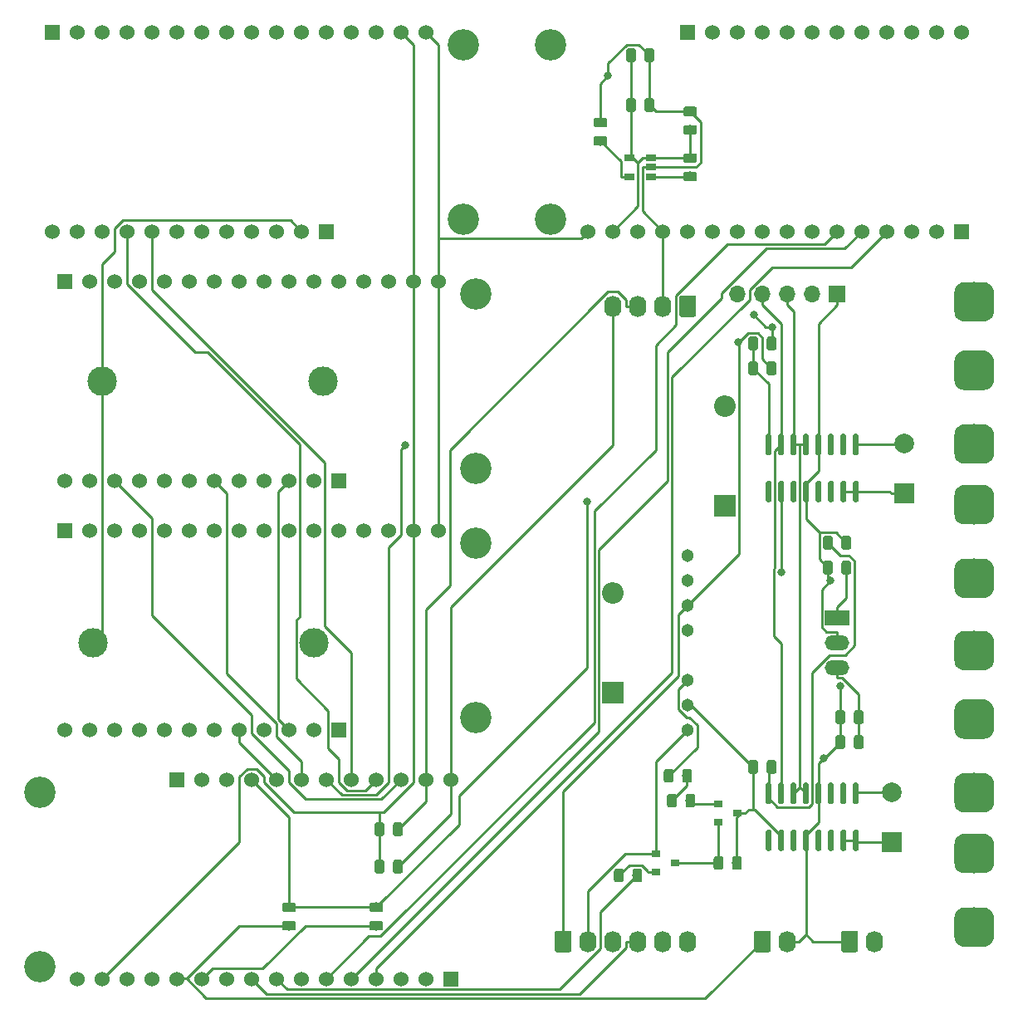
<source format=gbr>
G04 #@! TF.GenerationSoftware,KiCad,Pcbnew,5.0.2+dfsg1-1*
G04 #@! TF.CreationDate,2021-02-19T18:08:43-07:00*
G04 #@! TF.ProjectId,smart_battery,736d6172-745f-4626-9174-746572792e6b,rev?*
G04 #@! TF.SameCoordinates,Original*
G04 #@! TF.FileFunction,Copper,L2,Bot*
G04 #@! TF.FilePolarity,Positive*
%FSLAX46Y46*%
G04 Gerber Fmt 4.6, Leading zero omitted, Abs format (unit mm)*
G04 Created by KiCad (PCBNEW 5.0.2+dfsg1-1) date Fri 19 Feb 2021 06:08:43 PM MST*
%MOMM*%
%LPD*%
G01*
G04 APERTURE LIST*
G04 #@! TA.AperFunction,Conductor*
%ADD10C,0.100000*%
G04 #@! TD*
G04 #@! TA.AperFunction,SMDPad,CuDef*
%ADD11C,0.975000*%
G04 #@! TD*
G04 #@! TA.AperFunction,ComponentPad*
%ADD12C,3.000000*%
G04 #@! TD*
G04 #@! TA.AperFunction,ComponentPad*
%ADD13O,2.200000X2.200000*%
G04 #@! TD*
G04 #@! TA.AperFunction,ComponentPad*
%ADD14R,2.200000X2.200000*%
G04 #@! TD*
G04 #@! TA.AperFunction,ComponentPad*
%ADD15O,1.740000X2.200000*%
G04 #@! TD*
G04 #@! TA.AperFunction,ComponentPad*
%ADD16C,1.740000*%
G04 #@! TD*
G04 #@! TA.AperFunction,ComponentPad*
%ADD17O,1.700000X1.700000*%
G04 #@! TD*
G04 #@! TA.AperFunction,ComponentPad*
%ADD18R,1.700000X1.700000*%
G04 #@! TD*
G04 #@! TA.AperFunction,ComponentPad*
%ADD19O,2.500000X1.500000*%
G04 #@! TD*
G04 #@! TA.AperFunction,ComponentPad*
%ADD20R,2.500000X1.500000*%
G04 #@! TD*
G04 #@! TA.AperFunction,SMDPad,CuDef*
%ADD21R,0.900000X0.800000*%
G04 #@! TD*
G04 #@! TA.AperFunction,SMDPad,CuDef*
%ADD22R,1.060000X0.650000*%
G04 #@! TD*
G04 #@! TA.AperFunction,ComponentPad*
%ADD23C,1.530000*%
G04 #@! TD*
G04 #@! TA.AperFunction,ComponentPad*
%ADD24C,3.200000*%
G04 #@! TD*
G04 #@! TA.AperFunction,ComponentPad*
%ADD25R,1.530000X1.530000*%
G04 #@! TD*
G04 #@! TA.AperFunction,ComponentPad*
%ADD26C,1.303000*%
G04 #@! TD*
G04 #@! TA.AperFunction,ComponentPad*
%ADD27C,4.000000*%
G04 #@! TD*
G04 #@! TA.AperFunction,SMDPad,CuDef*
%ADD28C,0.599999*%
G04 #@! TD*
G04 #@! TA.AperFunction,ViaPad*
%ADD29C,2.000000*%
G04 #@! TD*
G04 #@! TA.AperFunction,ViaPad*
%ADD30R,2.000000X2.000000*%
G04 #@! TD*
G04 #@! TA.AperFunction,ViaPad*
%ADD31C,0.800000*%
G04 #@! TD*
G04 #@! TA.AperFunction,Conductor*
%ADD32C,0.250000*%
G04 #@! TD*
G04 APERTURE END LIST*
D10*
G04 #@! TO.N,GND*
G04 #@! TO.C,C5*
G36*
X108550142Y-74231174D02*
X108573803Y-74234684D01*
X108597007Y-74240496D01*
X108619529Y-74248554D01*
X108641153Y-74258782D01*
X108661670Y-74271079D01*
X108680883Y-74285329D01*
X108698607Y-74301393D01*
X108714671Y-74319117D01*
X108728921Y-74338330D01*
X108741218Y-74358847D01*
X108751446Y-74380471D01*
X108759504Y-74402993D01*
X108765316Y-74426197D01*
X108768826Y-74449858D01*
X108770000Y-74473750D01*
X108770000Y-75386250D01*
X108768826Y-75410142D01*
X108765316Y-75433803D01*
X108759504Y-75457007D01*
X108751446Y-75479529D01*
X108741218Y-75501153D01*
X108728921Y-75521670D01*
X108714671Y-75540883D01*
X108698607Y-75558607D01*
X108680883Y-75574671D01*
X108661670Y-75588921D01*
X108641153Y-75601218D01*
X108619529Y-75611446D01*
X108597007Y-75619504D01*
X108573803Y-75625316D01*
X108550142Y-75628826D01*
X108526250Y-75630000D01*
X108038750Y-75630000D01*
X108014858Y-75628826D01*
X107991197Y-75625316D01*
X107967993Y-75619504D01*
X107945471Y-75611446D01*
X107923847Y-75601218D01*
X107903330Y-75588921D01*
X107884117Y-75574671D01*
X107866393Y-75558607D01*
X107850329Y-75540883D01*
X107836079Y-75521670D01*
X107823782Y-75501153D01*
X107813554Y-75479529D01*
X107805496Y-75457007D01*
X107799684Y-75433803D01*
X107796174Y-75410142D01*
X107795000Y-75386250D01*
X107795000Y-74473750D01*
X107796174Y-74449858D01*
X107799684Y-74426197D01*
X107805496Y-74402993D01*
X107813554Y-74380471D01*
X107823782Y-74358847D01*
X107836079Y-74338330D01*
X107850329Y-74319117D01*
X107866393Y-74301393D01*
X107884117Y-74285329D01*
X107903330Y-74271079D01*
X107923847Y-74258782D01*
X107945471Y-74248554D01*
X107967993Y-74240496D01*
X107991197Y-74234684D01*
X108014858Y-74231174D01*
X108038750Y-74230000D01*
X108526250Y-74230000D01*
X108550142Y-74231174D01*
X108550142Y-74231174D01*
G37*
D11*
G04 #@! TD*
G04 #@! TO.P,C5,2*
G04 #@! TO.N,GND*
X108282500Y-74930000D03*
D10*
G04 #@! TO.N,+48V*
G04 #@! TO.C,C5*
G36*
X110425142Y-74231174D02*
X110448803Y-74234684D01*
X110472007Y-74240496D01*
X110494529Y-74248554D01*
X110516153Y-74258782D01*
X110536670Y-74271079D01*
X110555883Y-74285329D01*
X110573607Y-74301393D01*
X110589671Y-74319117D01*
X110603921Y-74338330D01*
X110616218Y-74358847D01*
X110626446Y-74380471D01*
X110634504Y-74402993D01*
X110640316Y-74426197D01*
X110643826Y-74449858D01*
X110645000Y-74473750D01*
X110645000Y-75386250D01*
X110643826Y-75410142D01*
X110640316Y-75433803D01*
X110634504Y-75457007D01*
X110626446Y-75479529D01*
X110616218Y-75501153D01*
X110603921Y-75521670D01*
X110589671Y-75540883D01*
X110573607Y-75558607D01*
X110555883Y-75574671D01*
X110536670Y-75588921D01*
X110516153Y-75601218D01*
X110494529Y-75611446D01*
X110472007Y-75619504D01*
X110448803Y-75625316D01*
X110425142Y-75628826D01*
X110401250Y-75630000D01*
X109913750Y-75630000D01*
X109889858Y-75628826D01*
X109866197Y-75625316D01*
X109842993Y-75619504D01*
X109820471Y-75611446D01*
X109798847Y-75601218D01*
X109778330Y-75588921D01*
X109759117Y-75574671D01*
X109741393Y-75558607D01*
X109725329Y-75540883D01*
X109711079Y-75521670D01*
X109698782Y-75501153D01*
X109688554Y-75479529D01*
X109680496Y-75457007D01*
X109674684Y-75433803D01*
X109671174Y-75410142D01*
X109670000Y-75386250D01*
X109670000Y-74473750D01*
X109671174Y-74449858D01*
X109674684Y-74426197D01*
X109680496Y-74402993D01*
X109688554Y-74380471D01*
X109698782Y-74358847D01*
X109711079Y-74338330D01*
X109725329Y-74319117D01*
X109741393Y-74301393D01*
X109759117Y-74285329D01*
X109778330Y-74271079D01*
X109798847Y-74258782D01*
X109820471Y-74248554D01*
X109842993Y-74240496D01*
X109866197Y-74234684D01*
X109889858Y-74231174D01*
X109913750Y-74230000D01*
X110401250Y-74230000D01*
X110425142Y-74231174D01*
X110425142Y-74231174D01*
G37*
D11*
G04 #@! TD*
G04 #@! TO.P,C5,1*
G04 #@! TO.N,+48V*
X110157500Y-74930000D03*
D10*
G04 #@! TO.N,+5V*
G04 #@! TO.C,C6*
G36*
X111695142Y-89471174D02*
X111718803Y-89474684D01*
X111742007Y-89480496D01*
X111764529Y-89488554D01*
X111786153Y-89498782D01*
X111806670Y-89511079D01*
X111825883Y-89525329D01*
X111843607Y-89541393D01*
X111859671Y-89559117D01*
X111873921Y-89578330D01*
X111886218Y-89598847D01*
X111896446Y-89620471D01*
X111904504Y-89642993D01*
X111910316Y-89666197D01*
X111913826Y-89689858D01*
X111915000Y-89713750D01*
X111915000Y-90626250D01*
X111913826Y-90650142D01*
X111910316Y-90673803D01*
X111904504Y-90697007D01*
X111896446Y-90719529D01*
X111886218Y-90741153D01*
X111873921Y-90761670D01*
X111859671Y-90780883D01*
X111843607Y-90798607D01*
X111825883Y-90814671D01*
X111806670Y-90828921D01*
X111786153Y-90841218D01*
X111764529Y-90851446D01*
X111742007Y-90859504D01*
X111718803Y-90865316D01*
X111695142Y-90868826D01*
X111671250Y-90870000D01*
X111183750Y-90870000D01*
X111159858Y-90868826D01*
X111136197Y-90865316D01*
X111112993Y-90859504D01*
X111090471Y-90851446D01*
X111068847Y-90841218D01*
X111048330Y-90828921D01*
X111029117Y-90814671D01*
X111011393Y-90798607D01*
X110995329Y-90780883D01*
X110981079Y-90761670D01*
X110968782Y-90741153D01*
X110958554Y-90719529D01*
X110950496Y-90697007D01*
X110944684Y-90673803D01*
X110941174Y-90650142D01*
X110940000Y-90626250D01*
X110940000Y-89713750D01*
X110941174Y-89689858D01*
X110944684Y-89666197D01*
X110950496Y-89642993D01*
X110958554Y-89620471D01*
X110968782Y-89598847D01*
X110981079Y-89578330D01*
X110995329Y-89559117D01*
X111011393Y-89541393D01*
X111029117Y-89525329D01*
X111048330Y-89511079D01*
X111068847Y-89498782D01*
X111090471Y-89488554D01*
X111112993Y-89480496D01*
X111136197Y-89474684D01*
X111159858Y-89471174D01*
X111183750Y-89470000D01*
X111671250Y-89470000D01*
X111695142Y-89471174D01*
X111695142Y-89471174D01*
G37*
D11*
G04 #@! TD*
G04 #@! TO.P,C6,1*
G04 #@! TO.N,+5V*
X111427500Y-90170000D03*
D10*
G04 #@! TO.N,GND*
G04 #@! TO.C,C6*
G36*
X109820142Y-89471174D02*
X109843803Y-89474684D01*
X109867007Y-89480496D01*
X109889529Y-89488554D01*
X109911153Y-89498782D01*
X109931670Y-89511079D01*
X109950883Y-89525329D01*
X109968607Y-89541393D01*
X109984671Y-89559117D01*
X109998921Y-89578330D01*
X110011218Y-89598847D01*
X110021446Y-89620471D01*
X110029504Y-89642993D01*
X110035316Y-89666197D01*
X110038826Y-89689858D01*
X110040000Y-89713750D01*
X110040000Y-90626250D01*
X110038826Y-90650142D01*
X110035316Y-90673803D01*
X110029504Y-90697007D01*
X110021446Y-90719529D01*
X110011218Y-90741153D01*
X109998921Y-90761670D01*
X109984671Y-90780883D01*
X109968607Y-90798607D01*
X109950883Y-90814671D01*
X109931670Y-90828921D01*
X109911153Y-90841218D01*
X109889529Y-90851446D01*
X109867007Y-90859504D01*
X109843803Y-90865316D01*
X109820142Y-90868826D01*
X109796250Y-90870000D01*
X109308750Y-90870000D01*
X109284858Y-90868826D01*
X109261197Y-90865316D01*
X109237993Y-90859504D01*
X109215471Y-90851446D01*
X109193847Y-90841218D01*
X109173330Y-90828921D01*
X109154117Y-90814671D01*
X109136393Y-90798607D01*
X109120329Y-90780883D01*
X109106079Y-90761670D01*
X109093782Y-90741153D01*
X109083554Y-90719529D01*
X109075496Y-90697007D01*
X109069684Y-90673803D01*
X109066174Y-90650142D01*
X109065000Y-90626250D01*
X109065000Y-89713750D01*
X109066174Y-89689858D01*
X109069684Y-89666197D01*
X109075496Y-89642993D01*
X109083554Y-89620471D01*
X109093782Y-89598847D01*
X109106079Y-89578330D01*
X109120329Y-89559117D01*
X109136393Y-89541393D01*
X109154117Y-89525329D01*
X109173330Y-89511079D01*
X109193847Y-89498782D01*
X109215471Y-89488554D01*
X109237993Y-89480496D01*
X109261197Y-89474684D01*
X109284858Y-89471174D01*
X109308750Y-89470000D01*
X109796250Y-89470000D01*
X109820142Y-89471174D01*
X109820142Y-89471174D01*
G37*
D11*
G04 #@! TD*
G04 #@! TO.P,C6,2*
G04 #@! TO.N,GND*
X109552500Y-90170000D03*
D10*
G04 #@! TO.N,GND*
G04 #@! TO.C,C7*
G36*
X109820142Y-92011174D02*
X109843803Y-92014684D01*
X109867007Y-92020496D01*
X109889529Y-92028554D01*
X109911153Y-92038782D01*
X109931670Y-92051079D01*
X109950883Y-92065329D01*
X109968607Y-92081393D01*
X109984671Y-92099117D01*
X109998921Y-92118330D01*
X110011218Y-92138847D01*
X110021446Y-92160471D01*
X110029504Y-92182993D01*
X110035316Y-92206197D01*
X110038826Y-92229858D01*
X110040000Y-92253750D01*
X110040000Y-93166250D01*
X110038826Y-93190142D01*
X110035316Y-93213803D01*
X110029504Y-93237007D01*
X110021446Y-93259529D01*
X110011218Y-93281153D01*
X109998921Y-93301670D01*
X109984671Y-93320883D01*
X109968607Y-93338607D01*
X109950883Y-93354671D01*
X109931670Y-93368921D01*
X109911153Y-93381218D01*
X109889529Y-93391446D01*
X109867007Y-93399504D01*
X109843803Y-93405316D01*
X109820142Y-93408826D01*
X109796250Y-93410000D01*
X109308750Y-93410000D01*
X109284858Y-93408826D01*
X109261197Y-93405316D01*
X109237993Y-93399504D01*
X109215471Y-93391446D01*
X109193847Y-93381218D01*
X109173330Y-93368921D01*
X109154117Y-93354671D01*
X109136393Y-93338607D01*
X109120329Y-93320883D01*
X109106079Y-93301670D01*
X109093782Y-93281153D01*
X109083554Y-93259529D01*
X109075496Y-93237007D01*
X109069684Y-93213803D01*
X109066174Y-93190142D01*
X109065000Y-93166250D01*
X109065000Y-92253750D01*
X109066174Y-92229858D01*
X109069684Y-92206197D01*
X109075496Y-92182993D01*
X109083554Y-92160471D01*
X109093782Y-92138847D01*
X109106079Y-92118330D01*
X109120329Y-92099117D01*
X109136393Y-92081393D01*
X109154117Y-92065329D01*
X109173330Y-92051079D01*
X109193847Y-92038782D01*
X109215471Y-92028554D01*
X109237993Y-92020496D01*
X109261197Y-92014684D01*
X109284858Y-92011174D01*
X109308750Y-92010000D01*
X109796250Y-92010000D01*
X109820142Y-92011174D01*
X109820142Y-92011174D01*
G37*
D11*
G04 #@! TD*
G04 #@! TO.P,C7,2*
G04 #@! TO.N,GND*
X109552500Y-92710000D03*
D10*
G04 #@! TO.N,+5V*
G04 #@! TO.C,C7*
G36*
X111695142Y-92011174D02*
X111718803Y-92014684D01*
X111742007Y-92020496D01*
X111764529Y-92028554D01*
X111786153Y-92038782D01*
X111806670Y-92051079D01*
X111825883Y-92065329D01*
X111843607Y-92081393D01*
X111859671Y-92099117D01*
X111873921Y-92118330D01*
X111886218Y-92138847D01*
X111896446Y-92160471D01*
X111904504Y-92182993D01*
X111910316Y-92206197D01*
X111913826Y-92229858D01*
X111915000Y-92253750D01*
X111915000Y-93166250D01*
X111913826Y-93190142D01*
X111910316Y-93213803D01*
X111904504Y-93237007D01*
X111896446Y-93259529D01*
X111886218Y-93281153D01*
X111873921Y-93301670D01*
X111859671Y-93320883D01*
X111843607Y-93338607D01*
X111825883Y-93354671D01*
X111806670Y-93368921D01*
X111786153Y-93381218D01*
X111764529Y-93391446D01*
X111742007Y-93399504D01*
X111718803Y-93405316D01*
X111695142Y-93408826D01*
X111671250Y-93410000D01*
X111183750Y-93410000D01*
X111159858Y-93408826D01*
X111136197Y-93405316D01*
X111112993Y-93399504D01*
X111090471Y-93391446D01*
X111068847Y-93381218D01*
X111048330Y-93368921D01*
X111029117Y-93354671D01*
X111011393Y-93338607D01*
X110995329Y-93320883D01*
X110981079Y-93301670D01*
X110968782Y-93281153D01*
X110958554Y-93259529D01*
X110950496Y-93237007D01*
X110944684Y-93213803D01*
X110941174Y-93190142D01*
X110940000Y-93166250D01*
X110940000Y-92253750D01*
X110941174Y-92229858D01*
X110944684Y-92206197D01*
X110950496Y-92182993D01*
X110958554Y-92160471D01*
X110968782Y-92138847D01*
X110981079Y-92118330D01*
X110995329Y-92099117D01*
X111011393Y-92081393D01*
X111029117Y-92065329D01*
X111048330Y-92051079D01*
X111068847Y-92038782D01*
X111090471Y-92028554D01*
X111112993Y-92020496D01*
X111136197Y-92014684D01*
X111159858Y-92011174D01*
X111183750Y-92010000D01*
X111671250Y-92010000D01*
X111695142Y-92011174D01*
X111695142Y-92011174D01*
G37*
D11*
G04 #@! TD*
G04 #@! TO.P,C7,1*
G04 #@! TO.N,+5V*
X111427500Y-92710000D03*
D10*
G04 #@! TO.N,Net-(C8-Pad1)*
G04 #@! TO.C,C8*
G36*
X85570142Y-30931174D02*
X85593803Y-30934684D01*
X85617007Y-30940496D01*
X85639529Y-30948554D01*
X85661153Y-30958782D01*
X85681670Y-30971079D01*
X85700883Y-30985329D01*
X85718607Y-31001393D01*
X85734671Y-31019117D01*
X85748921Y-31038330D01*
X85761218Y-31058847D01*
X85771446Y-31080471D01*
X85779504Y-31102993D01*
X85785316Y-31126197D01*
X85788826Y-31149858D01*
X85790000Y-31173750D01*
X85790000Y-31661250D01*
X85788826Y-31685142D01*
X85785316Y-31708803D01*
X85779504Y-31732007D01*
X85771446Y-31754529D01*
X85761218Y-31776153D01*
X85748921Y-31796670D01*
X85734671Y-31815883D01*
X85718607Y-31833607D01*
X85700883Y-31849671D01*
X85681670Y-31863921D01*
X85661153Y-31876218D01*
X85639529Y-31886446D01*
X85617007Y-31894504D01*
X85593803Y-31900316D01*
X85570142Y-31903826D01*
X85546250Y-31905000D01*
X84633750Y-31905000D01*
X84609858Y-31903826D01*
X84586197Y-31900316D01*
X84562993Y-31894504D01*
X84540471Y-31886446D01*
X84518847Y-31876218D01*
X84498330Y-31863921D01*
X84479117Y-31849671D01*
X84461393Y-31833607D01*
X84445329Y-31815883D01*
X84431079Y-31796670D01*
X84418782Y-31776153D01*
X84408554Y-31754529D01*
X84400496Y-31732007D01*
X84394684Y-31708803D01*
X84391174Y-31685142D01*
X84390000Y-31661250D01*
X84390000Y-31173750D01*
X84391174Y-31149858D01*
X84394684Y-31126197D01*
X84400496Y-31102993D01*
X84408554Y-31080471D01*
X84418782Y-31058847D01*
X84431079Y-31038330D01*
X84445329Y-31019117D01*
X84461393Y-31001393D01*
X84479117Y-30985329D01*
X84498330Y-30971079D01*
X84518847Y-30958782D01*
X84540471Y-30948554D01*
X84562993Y-30940496D01*
X84586197Y-30934684D01*
X84609858Y-30931174D01*
X84633750Y-30930000D01*
X85546250Y-30930000D01*
X85570142Y-30931174D01*
X85570142Y-30931174D01*
G37*
D11*
G04 #@! TD*
G04 #@! TO.P,C8,1*
G04 #@! TO.N,Net-(C8-Pad1)*
X85090000Y-31417500D03*
D10*
G04 #@! TO.N,GND*
G04 #@! TO.C,C8*
G36*
X85570142Y-29056174D02*
X85593803Y-29059684D01*
X85617007Y-29065496D01*
X85639529Y-29073554D01*
X85661153Y-29083782D01*
X85681670Y-29096079D01*
X85700883Y-29110329D01*
X85718607Y-29126393D01*
X85734671Y-29144117D01*
X85748921Y-29163330D01*
X85761218Y-29183847D01*
X85771446Y-29205471D01*
X85779504Y-29227993D01*
X85785316Y-29251197D01*
X85788826Y-29274858D01*
X85790000Y-29298750D01*
X85790000Y-29786250D01*
X85788826Y-29810142D01*
X85785316Y-29833803D01*
X85779504Y-29857007D01*
X85771446Y-29879529D01*
X85761218Y-29901153D01*
X85748921Y-29921670D01*
X85734671Y-29940883D01*
X85718607Y-29958607D01*
X85700883Y-29974671D01*
X85681670Y-29988921D01*
X85661153Y-30001218D01*
X85639529Y-30011446D01*
X85617007Y-30019504D01*
X85593803Y-30025316D01*
X85570142Y-30028826D01*
X85546250Y-30030000D01*
X84633750Y-30030000D01*
X84609858Y-30028826D01*
X84586197Y-30025316D01*
X84562993Y-30019504D01*
X84540471Y-30011446D01*
X84518847Y-30001218D01*
X84498330Y-29988921D01*
X84479117Y-29974671D01*
X84461393Y-29958607D01*
X84445329Y-29940883D01*
X84431079Y-29921670D01*
X84418782Y-29901153D01*
X84408554Y-29879529D01*
X84400496Y-29857007D01*
X84394684Y-29833803D01*
X84391174Y-29810142D01*
X84390000Y-29786250D01*
X84390000Y-29298750D01*
X84391174Y-29274858D01*
X84394684Y-29251197D01*
X84400496Y-29227993D01*
X84408554Y-29205471D01*
X84418782Y-29183847D01*
X84431079Y-29163330D01*
X84445329Y-29144117D01*
X84461393Y-29126393D01*
X84479117Y-29110329D01*
X84498330Y-29096079D01*
X84518847Y-29083782D01*
X84540471Y-29073554D01*
X84562993Y-29065496D01*
X84586197Y-29059684D01*
X84609858Y-29056174D01*
X84633750Y-29055000D01*
X85546250Y-29055000D01*
X85570142Y-29056174D01*
X85570142Y-29056174D01*
G37*
D11*
G04 #@! TD*
G04 #@! TO.P,C8,2*
G04 #@! TO.N,GND*
X85090000Y-29542500D03*
D12*
G04 #@! TO.P,F2,2*
G04 #@! TO.N,Net-(D2-Pad1)*
X56790000Y-55880000D03*
G04 #@! TO.P,F2,1*
G04 #@! TO.N,+48V*
X34290000Y-55880000D03*
G04 #@! TD*
G04 #@! TO.P,F1,1*
G04 #@! TO.N,Net-(D1-Pad1)*
X55880000Y-82550000D03*
G04 #@! TO.P,F1,2*
G04 #@! TO.N,+48V*
X33380000Y-82550000D03*
G04 #@! TD*
D10*
G04 #@! TO.N,GND*
G04 #@! TO.C,R10*
G36*
X102805142Y-51371174D02*
X102828803Y-51374684D01*
X102852007Y-51380496D01*
X102874529Y-51388554D01*
X102896153Y-51398782D01*
X102916670Y-51411079D01*
X102935883Y-51425329D01*
X102953607Y-51441393D01*
X102969671Y-51459117D01*
X102983921Y-51478330D01*
X102996218Y-51498847D01*
X103006446Y-51520471D01*
X103014504Y-51542993D01*
X103020316Y-51566197D01*
X103023826Y-51589858D01*
X103025000Y-51613750D01*
X103025000Y-52526250D01*
X103023826Y-52550142D01*
X103020316Y-52573803D01*
X103014504Y-52597007D01*
X103006446Y-52619529D01*
X102996218Y-52641153D01*
X102983921Y-52661670D01*
X102969671Y-52680883D01*
X102953607Y-52698607D01*
X102935883Y-52714671D01*
X102916670Y-52728921D01*
X102896153Y-52741218D01*
X102874529Y-52751446D01*
X102852007Y-52759504D01*
X102828803Y-52765316D01*
X102805142Y-52768826D01*
X102781250Y-52770000D01*
X102293750Y-52770000D01*
X102269858Y-52768826D01*
X102246197Y-52765316D01*
X102222993Y-52759504D01*
X102200471Y-52751446D01*
X102178847Y-52741218D01*
X102158330Y-52728921D01*
X102139117Y-52714671D01*
X102121393Y-52698607D01*
X102105329Y-52680883D01*
X102091079Y-52661670D01*
X102078782Y-52641153D01*
X102068554Y-52619529D01*
X102060496Y-52597007D01*
X102054684Y-52573803D01*
X102051174Y-52550142D01*
X102050000Y-52526250D01*
X102050000Y-51613750D01*
X102051174Y-51589858D01*
X102054684Y-51566197D01*
X102060496Y-51542993D01*
X102068554Y-51520471D01*
X102078782Y-51498847D01*
X102091079Y-51478330D01*
X102105329Y-51459117D01*
X102121393Y-51441393D01*
X102139117Y-51425329D01*
X102158330Y-51411079D01*
X102178847Y-51398782D01*
X102200471Y-51388554D01*
X102222993Y-51380496D01*
X102246197Y-51374684D01*
X102269858Y-51371174D01*
X102293750Y-51370000D01*
X102781250Y-51370000D01*
X102805142Y-51371174D01*
X102805142Y-51371174D01*
G37*
D11*
G04 #@! TD*
G04 #@! TO.P,R10,2*
G04 #@! TO.N,GND*
X102537500Y-52070000D03*
D10*
G04 #@! TO.N,Net-(R10-Pad1)*
G04 #@! TO.C,R10*
G36*
X100930142Y-51371174D02*
X100953803Y-51374684D01*
X100977007Y-51380496D01*
X100999529Y-51388554D01*
X101021153Y-51398782D01*
X101041670Y-51411079D01*
X101060883Y-51425329D01*
X101078607Y-51441393D01*
X101094671Y-51459117D01*
X101108921Y-51478330D01*
X101121218Y-51498847D01*
X101131446Y-51520471D01*
X101139504Y-51542993D01*
X101145316Y-51566197D01*
X101148826Y-51589858D01*
X101150000Y-51613750D01*
X101150000Y-52526250D01*
X101148826Y-52550142D01*
X101145316Y-52573803D01*
X101139504Y-52597007D01*
X101131446Y-52619529D01*
X101121218Y-52641153D01*
X101108921Y-52661670D01*
X101094671Y-52680883D01*
X101078607Y-52698607D01*
X101060883Y-52714671D01*
X101041670Y-52728921D01*
X101021153Y-52741218D01*
X100999529Y-52751446D01*
X100977007Y-52759504D01*
X100953803Y-52765316D01*
X100930142Y-52768826D01*
X100906250Y-52770000D01*
X100418750Y-52770000D01*
X100394858Y-52768826D01*
X100371197Y-52765316D01*
X100347993Y-52759504D01*
X100325471Y-52751446D01*
X100303847Y-52741218D01*
X100283330Y-52728921D01*
X100264117Y-52714671D01*
X100246393Y-52698607D01*
X100230329Y-52680883D01*
X100216079Y-52661670D01*
X100203782Y-52641153D01*
X100193554Y-52619529D01*
X100185496Y-52597007D01*
X100179684Y-52573803D01*
X100176174Y-52550142D01*
X100175000Y-52526250D01*
X100175000Y-51613750D01*
X100176174Y-51589858D01*
X100179684Y-51566197D01*
X100185496Y-51542993D01*
X100193554Y-51520471D01*
X100203782Y-51498847D01*
X100216079Y-51478330D01*
X100230329Y-51459117D01*
X100246393Y-51441393D01*
X100264117Y-51425329D01*
X100283330Y-51411079D01*
X100303847Y-51398782D01*
X100325471Y-51388554D01*
X100347993Y-51380496D01*
X100371197Y-51374684D01*
X100394858Y-51371174D01*
X100418750Y-51370000D01*
X100906250Y-51370000D01*
X100930142Y-51371174D01*
X100930142Y-51371174D01*
G37*
D11*
G04 #@! TD*
G04 #@! TO.P,R10,1*
G04 #@! TO.N,Net-(R10-Pad1)*
X100662500Y-52070000D03*
D10*
G04 #@! TO.N,Net-(R10-Pad1)*
G04 #@! TO.C,R11*
G36*
X100930142Y-53911174D02*
X100953803Y-53914684D01*
X100977007Y-53920496D01*
X100999529Y-53928554D01*
X101021153Y-53938782D01*
X101041670Y-53951079D01*
X101060883Y-53965329D01*
X101078607Y-53981393D01*
X101094671Y-53999117D01*
X101108921Y-54018330D01*
X101121218Y-54038847D01*
X101131446Y-54060471D01*
X101139504Y-54082993D01*
X101145316Y-54106197D01*
X101148826Y-54129858D01*
X101150000Y-54153750D01*
X101150000Y-55066250D01*
X101148826Y-55090142D01*
X101145316Y-55113803D01*
X101139504Y-55137007D01*
X101131446Y-55159529D01*
X101121218Y-55181153D01*
X101108921Y-55201670D01*
X101094671Y-55220883D01*
X101078607Y-55238607D01*
X101060883Y-55254671D01*
X101041670Y-55268921D01*
X101021153Y-55281218D01*
X100999529Y-55291446D01*
X100977007Y-55299504D01*
X100953803Y-55305316D01*
X100930142Y-55308826D01*
X100906250Y-55310000D01*
X100418750Y-55310000D01*
X100394858Y-55308826D01*
X100371197Y-55305316D01*
X100347993Y-55299504D01*
X100325471Y-55291446D01*
X100303847Y-55281218D01*
X100283330Y-55268921D01*
X100264117Y-55254671D01*
X100246393Y-55238607D01*
X100230329Y-55220883D01*
X100216079Y-55201670D01*
X100203782Y-55181153D01*
X100193554Y-55159529D01*
X100185496Y-55137007D01*
X100179684Y-55113803D01*
X100176174Y-55090142D01*
X100175000Y-55066250D01*
X100175000Y-54153750D01*
X100176174Y-54129858D01*
X100179684Y-54106197D01*
X100185496Y-54082993D01*
X100193554Y-54060471D01*
X100203782Y-54038847D01*
X100216079Y-54018330D01*
X100230329Y-53999117D01*
X100246393Y-53981393D01*
X100264117Y-53965329D01*
X100283330Y-53951079D01*
X100303847Y-53938782D01*
X100325471Y-53928554D01*
X100347993Y-53920496D01*
X100371197Y-53914684D01*
X100394858Y-53911174D01*
X100418750Y-53910000D01*
X100906250Y-53910000D01*
X100930142Y-53911174D01*
X100930142Y-53911174D01*
G37*
D11*
G04 #@! TD*
G04 #@! TO.P,R11,1*
G04 #@! TO.N,Net-(R10-Pad1)*
X100662500Y-54610000D03*
D10*
G04 #@! TO.N,+5V*
G04 #@! TO.C,R11*
G36*
X102805142Y-53911174D02*
X102828803Y-53914684D01*
X102852007Y-53920496D01*
X102874529Y-53928554D01*
X102896153Y-53938782D01*
X102916670Y-53951079D01*
X102935883Y-53965329D01*
X102953607Y-53981393D01*
X102969671Y-53999117D01*
X102983921Y-54018330D01*
X102996218Y-54038847D01*
X103006446Y-54060471D01*
X103014504Y-54082993D01*
X103020316Y-54106197D01*
X103023826Y-54129858D01*
X103025000Y-54153750D01*
X103025000Y-55066250D01*
X103023826Y-55090142D01*
X103020316Y-55113803D01*
X103014504Y-55137007D01*
X103006446Y-55159529D01*
X102996218Y-55181153D01*
X102983921Y-55201670D01*
X102969671Y-55220883D01*
X102953607Y-55238607D01*
X102935883Y-55254671D01*
X102916670Y-55268921D01*
X102896153Y-55281218D01*
X102874529Y-55291446D01*
X102852007Y-55299504D01*
X102828803Y-55305316D01*
X102805142Y-55308826D01*
X102781250Y-55310000D01*
X102293750Y-55310000D01*
X102269858Y-55308826D01*
X102246197Y-55305316D01*
X102222993Y-55299504D01*
X102200471Y-55291446D01*
X102178847Y-55281218D01*
X102158330Y-55268921D01*
X102139117Y-55254671D01*
X102121393Y-55238607D01*
X102105329Y-55220883D01*
X102091079Y-55201670D01*
X102078782Y-55181153D01*
X102068554Y-55159529D01*
X102060496Y-55137007D01*
X102054684Y-55113803D01*
X102051174Y-55090142D01*
X102050000Y-55066250D01*
X102050000Y-54153750D01*
X102051174Y-54129858D01*
X102054684Y-54106197D01*
X102060496Y-54082993D01*
X102068554Y-54060471D01*
X102078782Y-54038847D01*
X102091079Y-54018330D01*
X102105329Y-53999117D01*
X102121393Y-53981393D01*
X102139117Y-53965329D01*
X102158330Y-53951079D01*
X102178847Y-53938782D01*
X102200471Y-53928554D01*
X102222993Y-53920496D01*
X102246197Y-53914684D01*
X102269858Y-53911174D01*
X102293750Y-53910000D01*
X102781250Y-53910000D01*
X102805142Y-53911174D01*
X102805142Y-53911174D01*
G37*
D11*
G04 #@! TD*
G04 #@! TO.P,R11,2*
G04 #@! TO.N,+5V*
X102537500Y-54610000D03*
D10*
G04 #@! TO.N,GND*
G04 #@! TO.C,R12*
G36*
X110425142Y-71691174D02*
X110448803Y-71694684D01*
X110472007Y-71700496D01*
X110494529Y-71708554D01*
X110516153Y-71718782D01*
X110536670Y-71731079D01*
X110555883Y-71745329D01*
X110573607Y-71761393D01*
X110589671Y-71779117D01*
X110603921Y-71798330D01*
X110616218Y-71818847D01*
X110626446Y-71840471D01*
X110634504Y-71862993D01*
X110640316Y-71886197D01*
X110643826Y-71909858D01*
X110645000Y-71933750D01*
X110645000Y-72846250D01*
X110643826Y-72870142D01*
X110640316Y-72893803D01*
X110634504Y-72917007D01*
X110626446Y-72939529D01*
X110616218Y-72961153D01*
X110603921Y-72981670D01*
X110589671Y-73000883D01*
X110573607Y-73018607D01*
X110555883Y-73034671D01*
X110536670Y-73048921D01*
X110516153Y-73061218D01*
X110494529Y-73071446D01*
X110472007Y-73079504D01*
X110448803Y-73085316D01*
X110425142Y-73088826D01*
X110401250Y-73090000D01*
X109913750Y-73090000D01*
X109889858Y-73088826D01*
X109866197Y-73085316D01*
X109842993Y-73079504D01*
X109820471Y-73071446D01*
X109798847Y-73061218D01*
X109778330Y-73048921D01*
X109759117Y-73034671D01*
X109741393Y-73018607D01*
X109725329Y-73000883D01*
X109711079Y-72981670D01*
X109698782Y-72961153D01*
X109688554Y-72939529D01*
X109680496Y-72917007D01*
X109674684Y-72893803D01*
X109671174Y-72870142D01*
X109670000Y-72846250D01*
X109670000Y-71933750D01*
X109671174Y-71909858D01*
X109674684Y-71886197D01*
X109680496Y-71862993D01*
X109688554Y-71840471D01*
X109698782Y-71818847D01*
X109711079Y-71798330D01*
X109725329Y-71779117D01*
X109741393Y-71761393D01*
X109759117Y-71745329D01*
X109778330Y-71731079D01*
X109798847Y-71718782D01*
X109820471Y-71708554D01*
X109842993Y-71700496D01*
X109866197Y-71694684D01*
X109889858Y-71691174D01*
X109913750Y-71690000D01*
X110401250Y-71690000D01*
X110425142Y-71691174D01*
X110425142Y-71691174D01*
G37*
D11*
G04 #@! TD*
G04 #@! TO.P,R12,2*
G04 #@! TO.N,GND*
X110157500Y-72390000D03*
D10*
G04 #@! TO.N,Net-(R12-Pad1)*
G04 #@! TO.C,R12*
G36*
X108550142Y-71691174D02*
X108573803Y-71694684D01*
X108597007Y-71700496D01*
X108619529Y-71708554D01*
X108641153Y-71718782D01*
X108661670Y-71731079D01*
X108680883Y-71745329D01*
X108698607Y-71761393D01*
X108714671Y-71779117D01*
X108728921Y-71798330D01*
X108741218Y-71818847D01*
X108751446Y-71840471D01*
X108759504Y-71862993D01*
X108765316Y-71886197D01*
X108768826Y-71909858D01*
X108770000Y-71933750D01*
X108770000Y-72846250D01*
X108768826Y-72870142D01*
X108765316Y-72893803D01*
X108759504Y-72917007D01*
X108751446Y-72939529D01*
X108741218Y-72961153D01*
X108728921Y-72981670D01*
X108714671Y-73000883D01*
X108698607Y-73018607D01*
X108680883Y-73034671D01*
X108661670Y-73048921D01*
X108641153Y-73061218D01*
X108619529Y-73071446D01*
X108597007Y-73079504D01*
X108573803Y-73085316D01*
X108550142Y-73088826D01*
X108526250Y-73090000D01*
X108038750Y-73090000D01*
X108014858Y-73088826D01*
X107991197Y-73085316D01*
X107967993Y-73079504D01*
X107945471Y-73071446D01*
X107923847Y-73061218D01*
X107903330Y-73048921D01*
X107884117Y-73034671D01*
X107866393Y-73018607D01*
X107850329Y-73000883D01*
X107836079Y-72981670D01*
X107823782Y-72961153D01*
X107813554Y-72939529D01*
X107805496Y-72917007D01*
X107799684Y-72893803D01*
X107796174Y-72870142D01*
X107795000Y-72846250D01*
X107795000Y-71933750D01*
X107796174Y-71909858D01*
X107799684Y-71886197D01*
X107805496Y-71862993D01*
X107813554Y-71840471D01*
X107823782Y-71818847D01*
X107836079Y-71798330D01*
X107850329Y-71779117D01*
X107866393Y-71761393D01*
X107884117Y-71745329D01*
X107903330Y-71731079D01*
X107923847Y-71718782D01*
X107945471Y-71708554D01*
X107967993Y-71700496D01*
X107991197Y-71694684D01*
X108014858Y-71691174D01*
X108038750Y-71690000D01*
X108526250Y-71690000D01*
X108550142Y-71691174D01*
X108550142Y-71691174D01*
G37*
D11*
G04 #@! TD*
G04 #@! TO.P,R12,1*
G04 #@! TO.N,Net-(R12-Pad1)*
X108282500Y-72390000D03*
D10*
G04 #@! TO.N,Net-(R12-Pad1)*
G04 #@! TO.C,R13*
G36*
X102805142Y-94551174D02*
X102828803Y-94554684D01*
X102852007Y-94560496D01*
X102874529Y-94568554D01*
X102896153Y-94578782D01*
X102916670Y-94591079D01*
X102935883Y-94605329D01*
X102953607Y-94621393D01*
X102969671Y-94639117D01*
X102983921Y-94658330D01*
X102996218Y-94678847D01*
X103006446Y-94700471D01*
X103014504Y-94722993D01*
X103020316Y-94746197D01*
X103023826Y-94769858D01*
X103025000Y-94793750D01*
X103025000Y-95706250D01*
X103023826Y-95730142D01*
X103020316Y-95753803D01*
X103014504Y-95777007D01*
X103006446Y-95799529D01*
X102996218Y-95821153D01*
X102983921Y-95841670D01*
X102969671Y-95860883D01*
X102953607Y-95878607D01*
X102935883Y-95894671D01*
X102916670Y-95908921D01*
X102896153Y-95921218D01*
X102874529Y-95931446D01*
X102852007Y-95939504D01*
X102828803Y-95945316D01*
X102805142Y-95948826D01*
X102781250Y-95950000D01*
X102293750Y-95950000D01*
X102269858Y-95948826D01*
X102246197Y-95945316D01*
X102222993Y-95939504D01*
X102200471Y-95931446D01*
X102178847Y-95921218D01*
X102158330Y-95908921D01*
X102139117Y-95894671D01*
X102121393Y-95878607D01*
X102105329Y-95860883D01*
X102091079Y-95841670D01*
X102078782Y-95821153D01*
X102068554Y-95799529D01*
X102060496Y-95777007D01*
X102054684Y-95753803D01*
X102051174Y-95730142D01*
X102050000Y-95706250D01*
X102050000Y-94793750D01*
X102051174Y-94769858D01*
X102054684Y-94746197D01*
X102060496Y-94722993D01*
X102068554Y-94700471D01*
X102078782Y-94678847D01*
X102091079Y-94658330D01*
X102105329Y-94639117D01*
X102121393Y-94621393D01*
X102139117Y-94605329D01*
X102158330Y-94591079D01*
X102178847Y-94578782D01*
X102200471Y-94568554D01*
X102222993Y-94560496D01*
X102246197Y-94554684D01*
X102269858Y-94551174D01*
X102293750Y-94550000D01*
X102781250Y-94550000D01*
X102805142Y-94551174D01*
X102805142Y-94551174D01*
G37*
D11*
G04 #@! TD*
G04 #@! TO.P,R13,1*
G04 #@! TO.N,Net-(R12-Pad1)*
X102537500Y-95250000D03*
D10*
G04 #@! TO.N,+48V*
G04 #@! TO.C,R13*
G36*
X100930142Y-94551174D02*
X100953803Y-94554684D01*
X100977007Y-94560496D01*
X100999529Y-94568554D01*
X101021153Y-94578782D01*
X101041670Y-94591079D01*
X101060883Y-94605329D01*
X101078607Y-94621393D01*
X101094671Y-94639117D01*
X101108921Y-94658330D01*
X101121218Y-94678847D01*
X101131446Y-94700471D01*
X101139504Y-94722993D01*
X101145316Y-94746197D01*
X101148826Y-94769858D01*
X101150000Y-94793750D01*
X101150000Y-95706250D01*
X101148826Y-95730142D01*
X101145316Y-95753803D01*
X101139504Y-95777007D01*
X101131446Y-95799529D01*
X101121218Y-95821153D01*
X101108921Y-95841670D01*
X101094671Y-95860883D01*
X101078607Y-95878607D01*
X101060883Y-95894671D01*
X101041670Y-95908921D01*
X101021153Y-95921218D01*
X100999529Y-95931446D01*
X100977007Y-95939504D01*
X100953803Y-95945316D01*
X100930142Y-95948826D01*
X100906250Y-95950000D01*
X100418750Y-95950000D01*
X100394858Y-95948826D01*
X100371197Y-95945316D01*
X100347993Y-95939504D01*
X100325471Y-95931446D01*
X100303847Y-95921218D01*
X100283330Y-95908921D01*
X100264117Y-95894671D01*
X100246393Y-95878607D01*
X100230329Y-95860883D01*
X100216079Y-95841670D01*
X100203782Y-95821153D01*
X100193554Y-95799529D01*
X100185496Y-95777007D01*
X100179684Y-95753803D01*
X100176174Y-95730142D01*
X100175000Y-95706250D01*
X100175000Y-94793750D01*
X100176174Y-94769858D01*
X100179684Y-94746197D01*
X100185496Y-94722993D01*
X100193554Y-94700471D01*
X100203782Y-94678847D01*
X100216079Y-94658330D01*
X100230329Y-94639117D01*
X100246393Y-94621393D01*
X100264117Y-94605329D01*
X100283330Y-94591079D01*
X100303847Y-94578782D01*
X100325471Y-94568554D01*
X100347993Y-94560496D01*
X100371197Y-94554684D01*
X100394858Y-94551174D01*
X100418750Y-94550000D01*
X100906250Y-94550000D01*
X100930142Y-94551174D01*
X100930142Y-94551174D01*
G37*
D11*
G04 #@! TD*
G04 #@! TO.P,R13,2*
G04 #@! TO.N,+48V*
X100662500Y-95250000D03*
D13*
G04 #@! TO.P,D1,2*
G04 #@! TO.N,Net-(D1-Pad2)*
X86360000Y-77470000D03*
D14*
G04 #@! TO.P,D1,1*
G04 #@! TO.N,Net-(D1-Pad1)*
X86360000Y-87630000D03*
G04 #@! TD*
G04 #@! TO.P,D2,1*
G04 #@! TO.N,Net-(D2-Pad1)*
X97790000Y-68580000D03*
D13*
G04 #@! TO.P,D2,2*
G04 #@! TO.N,Net-(D2-Pad2)*
X97790000Y-58420000D03*
G04 #@! TD*
D15*
G04 #@! TO.P,JM1,6*
G04 #@! TO.N,/RBEN*
X93980000Y-113030000D03*
G04 #@! TO.P,JM1,5*
G04 #@! TO.N,Net-(JM1-Pad5)*
X91440000Y-113030000D03*
G04 #@! TO.P,JM1,4*
G04 #@! TO.N,/RBTX*
X88900000Y-113030000D03*
G04 #@! TO.P,JM1,3*
G04 #@! TO.N,/RBRX*
X86360000Y-113030000D03*
G04 #@! TO.P,JM1,2*
G04 #@! TO.N,GND*
X83820000Y-113030000D03*
D10*
G04 #@! TD*
G04 #@! TO.N,+5V*
G04 #@! TO.C,JM1*
G36*
X81924505Y-111931204D02*
X81948773Y-111934804D01*
X81972572Y-111940765D01*
X81995671Y-111949030D01*
X82017850Y-111959520D01*
X82038893Y-111972132D01*
X82058599Y-111986747D01*
X82076777Y-112003223D01*
X82093253Y-112021401D01*
X82107868Y-112041107D01*
X82120480Y-112062150D01*
X82130970Y-112084329D01*
X82139235Y-112107428D01*
X82145196Y-112131227D01*
X82148796Y-112155495D01*
X82150000Y-112179999D01*
X82150000Y-113880001D01*
X82148796Y-113904505D01*
X82145196Y-113928773D01*
X82139235Y-113952572D01*
X82130970Y-113975671D01*
X82120480Y-113997850D01*
X82107868Y-114018893D01*
X82093253Y-114038599D01*
X82076777Y-114056777D01*
X82058599Y-114073253D01*
X82038893Y-114087868D01*
X82017850Y-114100480D01*
X81995671Y-114110970D01*
X81972572Y-114119235D01*
X81948773Y-114125196D01*
X81924505Y-114128796D01*
X81900001Y-114130000D01*
X80659999Y-114130000D01*
X80635495Y-114128796D01*
X80611227Y-114125196D01*
X80587428Y-114119235D01*
X80564329Y-114110970D01*
X80542150Y-114100480D01*
X80521107Y-114087868D01*
X80501401Y-114073253D01*
X80483223Y-114056777D01*
X80466747Y-114038599D01*
X80452132Y-114018893D01*
X80439520Y-113997850D01*
X80429030Y-113975671D01*
X80420765Y-113952572D01*
X80414804Y-113928773D01*
X80411204Y-113904505D01*
X80410000Y-113880001D01*
X80410000Y-112179999D01*
X80411204Y-112155495D01*
X80414804Y-112131227D01*
X80420765Y-112107428D01*
X80429030Y-112084329D01*
X80439520Y-112062150D01*
X80452132Y-112041107D01*
X80466747Y-112021401D01*
X80483223Y-112003223D01*
X80501401Y-111986747D01*
X80521107Y-111972132D01*
X80542150Y-111959520D01*
X80564329Y-111949030D01*
X80587428Y-111940765D01*
X80611227Y-111934804D01*
X80635495Y-111931204D01*
X80659999Y-111930000D01*
X81900001Y-111930000D01*
X81924505Y-111931204D01*
X81924505Y-111931204D01*
G37*
D16*
G04 #@! TO.P,JM1,1*
G04 #@! TO.N,+5V*
X81280000Y-113030000D03*
G04 #@! TD*
D10*
G04 #@! TO.N,GND*
G04 #@! TO.C,C2*
G36*
X90357042Y-27056874D02*
X90380703Y-27060384D01*
X90403907Y-27066196D01*
X90426429Y-27074254D01*
X90448053Y-27084482D01*
X90468570Y-27096779D01*
X90487783Y-27111029D01*
X90505507Y-27127093D01*
X90521571Y-27144817D01*
X90535821Y-27164030D01*
X90548118Y-27184547D01*
X90558346Y-27206171D01*
X90566404Y-27228693D01*
X90572216Y-27251897D01*
X90575726Y-27275558D01*
X90576900Y-27299450D01*
X90576900Y-28211950D01*
X90575726Y-28235842D01*
X90572216Y-28259503D01*
X90566404Y-28282707D01*
X90558346Y-28305229D01*
X90548118Y-28326853D01*
X90535821Y-28347370D01*
X90521571Y-28366583D01*
X90505507Y-28384307D01*
X90487783Y-28400371D01*
X90468570Y-28414621D01*
X90448053Y-28426918D01*
X90426429Y-28437146D01*
X90403907Y-28445204D01*
X90380703Y-28451016D01*
X90357042Y-28454526D01*
X90333150Y-28455700D01*
X89845650Y-28455700D01*
X89821758Y-28454526D01*
X89798097Y-28451016D01*
X89774893Y-28445204D01*
X89752371Y-28437146D01*
X89730747Y-28426918D01*
X89710230Y-28414621D01*
X89691017Y-28400371D01*
X89673293Y-28384307D01*
X89657229Y-28366583D01*
X89642979Y-28347370D01*
X89630682Y-28326853D01*
X89620454Y-28305229D01*
X89612396Y-28282707D01*
X89606584Y-28259503D01*
X89603074Y-28235842D01*
X89601900Y-28211950D01*
X89601900Y-27299450D01*
X89603074Y-27275558D01*
X89606584Y-27251897D01*
X89612396Y-27228693D01*
X89620454Y-27206171D01*
X89630682Y-27184547D01*
X89642979Y-27164030D01*
X89657229Y-27144817D01*
X89673293Y-27127093D01*
X89691017Y-27111029D01*
X89710230Y-27096779D01*
X89730747Y-27084482D01*
X89752371Y-27074254D01*
X89774893Y-27066196D01*
X89798097Y-27060384D01*
X89821758Y-27056874D01*
X89845650Y-27055700D01*
X90333150Y-27055700D01*
X90357042Y-27056874D01*
X90357042Y-27056874D01*
G37*
D11*
G04 #@! TD*
G04 #@! TO.P,C2,2*
G04 #@! TO.N,GND*
X90089400Y-27755700D03*
D10*
G04 #@! TO.N,+48V*
G04 #@! TO.C,C2*
G36*
X88482042Y-27056874D02*
X88505703Y-27060384D01*
X88528907Y-27066196D01*
X88551429Y-27074254D01*
X88573053Y-27084482D01*
X88593570Y-27096779D01*
X88612783Y-27111029D01*
X88630507Y-27127093D01*
X88646571Y-27144817D01*
X88660821Y-27164030D01*
X88673118Y-27184547D01*
X88683346Y-27206171D01*
X88691404Y-27228693D01*
X88697216Y-27251897D01*
X88700726Y-27275558D01*
X88701900Y-27299450D01*
X88701900Y-28211950D01*
X88700726Y-28235842D01*
X88697216Y-28259503D01*
X88691404Y-28282707D01*
X88683346Y-28305229D01*
X88673118Y-28326853D01*
X88660821Y-28347370D01*
X88646571Y-28366583D01*
X88630507Y-28384307D01*
X88612783Y-28400371D01*
X88593570Y-28414621D01*
X88573053Y-28426918D01*
X88551429Y-28437146D01*
X88528907Y-28445204D01*
X88505703Y-28451016D01*
X88482042Y-28454526D01*
X88458150Y-28455700D01*
X87970650Y-28455700D01*
X87946758Y-28454526D01*
X87923097Y-28451016D01*
X87899893Y-28445204D01*
X87877371Y-28437146D01*
X87855747Y-28426918D01*
X87835230Y-28414621D01*
X87816017Y-28400371D01*
X87798293Y-28384307D01*
X87782229Y-28366583D01*
X87767979Y-28347370D01*
X87755682Y-28326853D01*
X87745454Y-28305229D01*
X87737396Y-28282707D01*
X87731584Y-28259503D01*
X87728074Y-28235842D01*
X87726900Y-28211950D01*
X87726900Y-27299450D01*
X87728074Y-27275558D01*
X87731584Y-27251897D01*
X87737396Y-27228693D01*
X87745454Y-27206171D01*
X87755682Y-27184547D01*
X87767979Y-27164030D01*
X87782229Y-27144817D01*
X87798293Y-27127093D01*
X87816017Y-27111029D01*
X87835230Y-27096779D01*
X87855747Y-27084482D01*
X87877371Y-27074254D01*
X87899893Y-27066196D01*
X87923097Y-27060384D01*
X87946758Y-27056874D01*
X87970650Y-27055700D01*
X88458150Y-27055700D01*
X88482042Y-27056874D01*
X88482042Y-27056874D01*
G37*
D11*
G04 #@! TD*
G04 #@! TO.P,C2,1*
G04 #@! TO.N,+48V*
X88214400Y-27755700D03*
D10*
G04 #@! TO.N,GND*
G04 #@! TO.C,C3*
G36*
X90357042Y-21976874D02*
X90380703Y-21980384D01*
X90403907Y-21986196D01*
X90426429Y-21994254D01*
X90448053Y-22004482D01*
X90468570Y-22016779D01*
X90487783Y-22031029D01*
X90505507Y-22047093D01*
X90521571Y-22064817D01*
X90535821Y-22084030D01*
X90548118Y-22104547D01*
X90558346Y-22126171D01*
X90566404Y-22148693D01*
X90572216Y-22171897D01*
X90575726Y-22195558D01*
X90576900Y-22219450D01*
X90576900Y-23131950D01*
X90575726Y-23155842D01*
X90572216Y-23179503D01*
X90566404Y-23202707D01*
X90558346Y-23225229D01*
X90548118Y-23246853D01*
X90535821Y-23267370D01*
X90521571Y-23286583D01*
X90505507Y-23304307D01*
X90487783Y-23320371D01*
X90468570Y-23334621D01*
X90448053Y-23346918D01*
X90426429Y-23357146D01*
X90403907Y-23365204D01*
X90380703Y-23371016D01*
X90357042Y-23374526D01*
X90333150Y-23375700D01*
X89845650Y-23375700D01*
X89821758Y-23374526D01*
X89798097Y-23371016D01*
X89774893Y-23365204D01*
X89752371Y-23357146D01*
X89730747Y-23346918D01*
X89710230Y-23334621D01*
X89691017Y-23320371D01*
X89673293Y-23304307D01*
X89657229Y-23286583D01*
X89642979Y-23267370D01*
X89630682Y-23246853D01*
X89620454Y-23225229D01*
X89612396Y-23202707D01*
X89606584Y-23179503D01*
X89603074Y-23155842D01*
X89601900Y-23131950D01*
X89601900Y-22219450D01*
X89603074Y-22195558D01*
X89606584Y-22171897D01*
X89612396Y-22148693D01*
X89620454Y-22126171D01*
X89630682Y-22104547D01*
X89642979Y-22084030D01*
X89657229Y-22064817D01*
X89673293Y-22047093D01*
X89691017Y-22031029D01*
X89710230Y-22016779D01*
X89730747Y-22004482D01*
X89752371Y-21994254D01*
X89774893Y-21986196D01*
X89798097Y-21980384D01*
X89821758Y-21976874D01*
X89845650Y-21975700D01*
X90333150Y-21975700D01*
X90357042Y-21976874D01*
X90357042Y-21976874D01*
G37*
D11*
G04 #@! TD*
G04 #@! TO.P,C3,2*
G04 #@! TO.N,GND*
X90089400Y-22675700D03*
D10*
G04 #@! TO.N,+48V*
G04 #@! TO.C,C3*
G36*
X88482042Y-21976874D02*
X88505703Y-21980384D01*
X88528907Y-21986196D01*
X88551429Y-21994254D01*
X88573053Y-22004482D01*
X88593570Y-22016779D01*
X88612783Y-22031029D01*
X88630507Y-22047093D01*
X88646571Y-22064817D01*
X88660821Y-22084030D01*
X88673118Y-22104547D01*
X88683346Y-22126171D01*
X88691404Y-22148693D01*
X88697216Y-22171897D01*
X88700726Y-22195558D01*
X88701900Y-22219450D01*
X88701900Y-23131950D01*
X88700726Y-23155842D01*
X88697216Y-23179503D01*
X88691404Y-23202707D01*
X88683346Y-23225229D01*
X88673118Y-23246853D01*
X88660821Y-23267370D01*
X88646571Y-23286583D01*
X88630507Y-23304307D01*
X88612783Y-23320371D01*
X88593570Y-23334621D01*
X88573053Y-23346918D01*
X88551429Y-23357146D01*
X88528907Y-23365204D01*
X88505703Y-23371016D01*
X88482042Y-23374526D01*
X88458150Y-23375700D01*
X87970650Y-23375700D01*
X87946758Y-23374526D01*
X87923097Y-23371016D01*
X87899893Y-23365204D01*
X87877371Y-23357146D01*
X87855747Y-23346918D01*
X87835230Y-23334621D01*
X87816017Y-23320371D01*
X87798293Y-23304307D01*
X87782229Y-23286583D01*
X87767979Y-23267370D01*
X87755682Y-23246853D01*
X87745454Y-23225229D01*
X87737396Y-23202707D01*
X87731584Y-23179503D01*
X87728074Y-23155842D01*
X87726900Y-23131950D01*
X87726900Y-22219450D01*
X87728074Y-22195558D01*
X87731584Y-22171897D01*
X87737396Y-22148693D01*
X87745454Y-22126171D01*
X87755682Y-22104547D01*
X87767979Y-22084030D01*
X87782229Y-22064817D01*
X87798293Y-22047093D01*
X87816017Y-22031029D01*
X87835230Y-22016779D01*
X87855747Y-22004482D01*
X87877371Y-21994254D01*
X87899893Y-21986196D01*
X87923097Y-21980384D01*
X87946758Y-21976874D01*
X87970650Y-21975700D01*
X88458150Y-21975700D01*
X88482042Y-21976874D01*
X88482042Y-21976874D01*
G37*
D11*
G04 #@! TD*
G04 #@! TO.P,C3,1*
G04 #@! TO.N,+48V*
X88214400Y-22675700D03*
D10*
G04 #@! TO.N,GND*
G04 #@! TO.C,C1*
G36*
X94712042Y-27934374D02*
X94735703Y-27937884D01*
X94758907Y-27943696D01*
X94781429Y-27951754D01*
X94803053Y-27961982D01*
X94823570Y-27974279D01*
X94842783Y-27988529D01*
X94860507Y-28004593D01*
X94876571Y-28022317D01*
X94890821Y-28041530D01*
X94903118Y-28062047D01*
X94913346Y-28083671D01*
X94921404Y-28106193D01*
X94927216Y-28129397D01*
X94930726Y-28153058D01*
X94931900Y-28176950D01*
X94931900Y-28664450D01*
X94930726Y-28688342D01*
X94927216Y-28712003D01*
X94921404Y-28735207D01*
X94913346Y-28757729D01*
X94903118Y-28779353D01*
X94890821Y-28799870D01*
X94876571Y-28819083D01*
X94860507Y-28836807D01*
X94842783Y-28852871D01*
X94823570Y-28867121D01*
X94803053Y-28879418D01*
X94781429Y-28889646D01*
X94758907Y-28897704D01*
X94735703Y-28903516D01*
X94712042Y-28907026D01*
X94688150Y-28908200D01*
X93775650Y-28908200D01*
X93751758Y-28907026D01*
X93728097Y-28903516D01*
X93704893Y-28897704D01*
X93682371Y-28889646D01*
X93660747Y-28879418D01*
X93640230Y-28867121D01*
X93621017Y-28852871D01*
X93603293Y-28836807D01*
X93587229Y-28819083D01*
X93572979Y-28799870D01*
X93560682Y-28779353D01*
X93550454Y-28757729D01*
X93542396Y-28735207D01*
X93536584Y-28712003D01*
X93533074Y-28688342D01*
X93531900Y-28664450D01*
X93531900Y-28176950D01*
X93533074Y-28153058D01*
X93536584Y-28129397D01*
X93542396Y-28106193D01*
X93550454Y-28083671D01*
X93560682Y-28062047D01*
X93572979Y-28041530D01*
X93587229Y-28022317D01*
X93603293Y-28004593D01*
X93621017Y-27988529D01*
X93640230Y-27974279D01*
X93660747Y-27961982D01*
X93682371Y-27951754D01*
X93704893Y-27943696D01*
X93728097Y-27937884D01*
X93751758Y-27934374D01*
X93775650Y-27933200D01*
X94688150Y-27933200D01*
X94712042Y-27934374D01*
X94712042Y-27934374D01*
G37*
D11*
G04 #@! TD*
G04 #@! TO.P,C1,2*
G04 #@! TO.N,GND*
X94231900Y-28420700D03*
D10*
G04 #@! TO.N,+48V*
G04 #@! TO.C,C1*
G36*
X94712042Y-29809374D02*
X94735703Y-29812884D01*
X94758907Y-29818696D01*
X94781429Y-29826754D01*
X94803053Y-29836982D01*
X94823570Y-29849279D01*
X94842783Y-29863529D01*
X94860507Y-29879593D01*
X94876571Y-29897317D01*
X94890821Y-29916530D01*
X94903118Y-29937047D01*
X94913346Y-29958671D01*
X94921404Y-29981193D01*
X94927216Y-30004397D01*
X94930726Y-30028058D01*
X94931900Y-30051950D01*
X94931900Y-30539450D01*
X94930726Y-30563342D01*
X94927216Y-30587003D01*
X94921404Y-30610207D01*
X94913346Y-30632729D01*
X94903118Y-30654353D01*
X94890821Y-30674870D01*
X94876571Y-30694083D01*
X94860507Y-30711807D01*
X94842783Y-30727871D01*
X94823570Y-30742121D01*
X94803053Y-30754418D01*
X94781429Y-30764646D01*
X94758907Y-30772704D01*
X94735703Y-30778516D01*
X94712042Y-30782026D01*
X94688150Y-30783200D01*
X93775650Y-30783200D01*
X93751758Y-30782026D01*
X93728097Y-30778516D01*
X93704893Y-30772704D01*
X93682371Y-30764646D01*
X93660747Y-30754418D01*
X93640230Y-30742121D01*
X93621017Y-30727871D01*
X93603293Y-30711807D01*
X93587229Y-30694083D01*
X93572979Y-30674870D01*
X93560682Y-30654353D01*
X93550454Y-30632729D01*
X93542396Y-30610207D01*
X93536584Y-30587003D01*
X93533074Y-30563342D01*
X93531900Y-30539450D01*
X93531900Y-30051950D01*
X93533074Y-30028058D01*
X93536584Y-30004397D01*
X93542396Y-29981193D01*
X93550454Y-29958671D01*
X93560682Y-29937047D01*
X93572979Y-29916530D01*
X93587229Y-29897317D01*
X93603293Y-29879593D01*
X93621017Y-29863529D01*
X93640230Y-29849279D01*
X93660747Y-29836982D01*
X93682371Y-29826754D01*
X93704893Y-29818696D01*
X93728097Y-29812884D01*
X93751758Y-29809374D01*
X93775650Y-29808200D01*
X94688150Y-29808200D01*
X94712042Y-29809374D01*
X94712042Y-29809374D01*
G37*
D11*
G04 #@! TD*
G04 #@! TO.P,C1,1*
G04 #@! TO.N,+48V*
X94231900Y-30295700D03*
D15*
G04 #@! TO.P,J12,2*
G04 #@! TO.N,GND*
X104140000Y-113030000D03*
D10*
G04 #@! TD*
G04 #@! TO.N,/THHTR*
G04 #@! TO.C,J12*
G36*
X102244505Y-111931204D02*
X102268773Y-111934804D01*
X102292572Y-111940765D01*
X102315671Y-111949030D01*
X102337850Y-111959520D01*
X102358893Y-111972132D01*
X102378599Y-111986747D01*
X102396777Y-112003223D01*
X102413253Y-112021401D01*
X102427868Y-112041107D01*
X102440480Y-112062150D01*
X102450970Y-112084329D01*
X102459235Y-112107428D01*
X102465196Y-112131227D01*
X102468796Y-112155495D01*
X102470000Y-112179999D01*
X102470000Y-113880001D01*
X102468796Y-113904505D01*
X102465196Y-113928773D01*
X102459235Y-113952572D01*
X102450970Y-113975671D01*
X102440480Y-113997850D01*
X102427868Y-114018893D01*
X102413253Y-114038599D01*
X102396777Y-114056777D01*
X102378599Y-114073253D01*
X102358893Y-114087868D01*
X102337850Y-114100480D01*
X102315671Y-114110970D01*
X102292572Y-114119235D01*
X102268773Y-114125196D01*
X102244505Y-114128796D01*
X102220001Y-114130000D01*
X100979999Y-114130000D01*
X100955495Y-114128796D01*
X100931227Y-114125196D01*
X100907428Y-114119235D01*
X100884329Y-114110970D01*
X100862150Y-114100480D01*
X100841107Y-114087868D01*
X100821401Y-114073253D01*
X100803223Y-114056777D01*
X100786747Y-114038599D01*
X100772132Y-114018893D01*
X100759520Y-113997850D01*
X100749030Y-113975671D01*
X100740765Y-113952572D01*
X100734804Y-113928773D01*
X100731204Y-113904505D01*
X100730000Y-113880001D01*
X100730000Y-112179999D01*
X100731204Y-112155495D01*
X100734804Y-112131227D01*
X100740765Y-112107428D01*
X100749030Y-112084329D01*
X100759520Y-112062150D01*
X100772132Y-112041107D01*
X100786747Y-112021401D01*
X100803223Y-112003223D01*
X100821401Y-111986747D01*
X100841107Y-111972132D01*
X100862150Y-111959520D01*
X100884329Y-111949030D01*
X100907428Y-111940765D01*
X100931227Y-111934804D01*
X100955495Y-111931204D01*
X100979999Y-111930000D01*
X102220001Y-111930000D01*
X102244505Y-111931204D01*
X102244505Y-111931204D01*
G37*
D16*
G04 #@! TO.P,J12,1*
G04 #@! TO.N,/THHTR*
X101600000Y-113030000D03*
G04 #@! TD*
D15*
G04 #@! TO.P,J13,2*
G04 #@! TO.N,/THBAT*
X113030000Y-113030000D03*
D10*
G04 #@! TD*
G04 #@! TO.N,GND*
G04 #@! TO.C,J13*
G36*
X111134505Y-111931204D02*
X111158773Y-111934804D01*
X111182572Y-111940765D01*
X111205671Y-111949030D01*
X111227850Y-111959520D01*
X111248893Y-111972132D01*
X111268599Y-111986747D01*
X111286777Y-112003223D01*
X111303253Y-112021401D01*
X111317868Y-112041107D01*
X111330480Y-112062150D01*
X111340970Y-112084329D01*
X111349235Y-112107428D01*
X111355196Y-112131227D01*
X111358796Y-112155495D01*
X111360000Y-112179999D01*
X111360000Y-113880001D01*
X111358796Y-113904505D01*
X111355196Y-113928773D01*
X111349235Y-113952572D01*
X111340970Y-113975671D01*
X111330480Y-113997850D01*
X111317868Y-114018893D01*
X111303253Y-114038599D01*
X111286777Y-114056777D01*
X111268599Y-114073253D01*
X111248893Y-114087868D01*
X111227850Y-114100480D01*
X111205671Y-114110970D01*
X111182572Y-114119235D01*
X111158773Y-114125196D01*
X111134505Y-114128796D01*
X111110001Y-114130000D01*
X109869999Y-114130000D01*
X109845495Y-114128796D01*
X109821227Y-114125196D01*
X109797428Y-114119235D01*
X109774329Y-114110970D01*
X109752150Y-114100480D01*
X109731107Y-114087868D01*
X109711401Y-114073253D01*
X109693223Y-114056777D01*
X109676747Y-114038599D01*
X109662132Y-114018893D01*
X109649520Y-113997850D01*
X109639030Y-113975671D01*
X109630765Y-113952572D01*
X109624804Y-113928773D01*
X109621204Y-113904505D01*
X109620000Y-113880001D01*
X109620000Y-112179999D01*
X109621204Y-112155495D01*
X109624804Y-112131227D01*
X109630765Y-112107428D01*
X109639030Y-112084329D01*
X109649520Y-112062150D01*
X109662132Y-112041107D01*
X109676747Y-112021401D01*
X109693223Y-112003223D01*
X109711401Y-111986747D01*
X109731107Y-111972132D01*
X109752150Y-111959520D01*
X109774329Y-111949030D01*
X109797428Y-111940765D01*
X109821227Y-111934804D01*
X109845495Y-111931204D01*
X109869999Y-111930000D01*
X111110001Y-111930000D01*
X111134505Y-111931204D01*
X111134505Y-111931204D01*
G37*
D16*
G04 #@! TO.P,J13,1*
G04 #@! TO.N,GND*
X110490000Y-113030000D03*
G04 #@! TD*
D15*
G04 #@! TO.P,JM2,4*
G04 #@! TO.N,/SDA*
X86360000Y-48260000D03*
G04 #@! TO.P,JM2,3*
G04 #@! TO.N,/SCL*
X88900000Y-48260000D03*
G04 #@! TO.P,JM2,2*
G04 #@! TO.N,GND*
X91440000Y-48260000D03*
D10*
G04 #@! TD*
G04 #@! TO.N,+5V*
G04 #@! TO.C,JM2*
G36*
X94624505Y-47161204D02*
X94648773Y-47164804D01*
X94672572Y-47170765D01*
X94695671Y-47179030D01*
X94717850Y-47189520D01*
X94738893Y-47202132D01*
X94758599Y-47216747D01*
X94776777Y-47233223D01*
X94793253Y-47251401D01*
X94807868Y-47271107D01*
X94820480Y-47292150D01*
X94830970Y-47314329D01*
X94839235Y-47337428D01*
X94845196Y-47361227D01*
X94848796Y-47385495D01*
X94850000Y-47409999D01*
X94850000Y-49110001D01*
X94848796Y-49134505D01*
X94845196Y-49158773D01*
X94839235Y-49182572D01*
X94830970Y-49205671D01*
X94820480Y-49227850D01*
X94807868Y-49248893D01*
X94793253Y-49268599D01*
X94776777Y-49286777D01*
X94758599Y-49303253D01*
X94738893Y-49317868D01*
X94717850Y-49330480D01*
X94695671Y-49340970D01*
X94672572Y-49349235D01*
X94648773Y-49355196D01*
X94624505Y-49358796D01*
X94600001Y-49360000D01*
X93359999Y-49360000D01*
X93335495Y-49358796D01*
X93311227Y-49355196D01*
X93287428Y-49349235D01*
X93264329Y-49340970D01*
X93242150Y-49330480D01*
X93221107Y-49317868D01*
X93201401Y-49303253D01*
X93183223Y-49286777D01*
X93166747Y-49268599D01*
X93152132Y-49248893D01*
X93139520Y-49227850D01*
X93129030Y-49205671D01*
X93120765Y-49182572D01*
X93114804Y-49158773D01*
X93111204Y-49134505D01*
X93110000Y-49110001D01*
X93110000Y-47409999D01*
X93111204Y-47385495D01*
X93114804Y-47361227D01*
X93120765Y-47337428D01*
X93129030Y-47314329D01*
X93139520Y-47292150D01*
X93152132Y-47271107D01*
X93166747Y-47251401D01*
X93183223Y-47233223D01*
X93201401Y-47216747D01*
X93221107Y-47202132D01*
X93242150Y-47189520D01*
X93264329Y-47179030D01*
X93287428Y-47170765D01*
X93311227Y-47164804D01*
X93335495Y-47161204D01*
X93359999Y-47160000D01*
X94600001Y-47160000D01*
X94624505Y-47161204D01*
X94624505Y-47161204D01*
G37*
D16*
G04 #@! TO.P,JM2,1*
G04 #@! TO.N,+5V*
X93980000Y-48260000D03*
G04 #@! TD*
D17*
G04 #@! TO.P,J11,5*
G04 #@! TO.N,Net-(J11-Pad5)*
X99060000Y-46990000D03*
G04 #@! TO.P,J11,4*
G04 #@! TO.N,/SCL*
X101600000Y-46990000D03*
G04 #@! TO.P,J11,3*
G04 #@! TO.N,/SDA*
X104140000Y-46990000D03*
G04 #@! TO.P,J11,2*
G04 #@! TO.N,/VPIN*
X106680000Y-46990000D03*
D18*
G04 #@! TO.P,J11,1*
G04 #@! TO.N,GND*
X109220000Y-46990000D03*
G04 #@! TD*
D19*
G04 #@! TO.P,PS1,3*
G04 #@! TO.N,+5V*
X109220000Y-85090000D03*
G04 #@! TO.P,PS1,2*
G04 #@! TO.N,GND*
X109220000Y-82550000D03*
D20*
G04 #@! TO.P,PS1,1*
G04 #@! TO.N,+48V*
X109220000Y-80010000D03*
G04 #@! TD*
D21*
G04 #@! TO.P,Q1,3*
G04 #@! TO.N,+48V*
X99062300Y-99957500D03*
G04 #@! TO.P,Q1,2*
G04 #@! TO.N,Net-(Q1-Pad2)*
X97062300Y-99007500D03*
G04 #@! TO.P,Q1,1*
G04 #@! TO.N,Net-(Q1-Pad1)*
X97062300Y-100907500D03*
G04 #@! TD*
G04 #@! TO.P,Q2,3*
G04 #@! TO.N,Net-(Q1-Pad1)*
X92712300Y-105037000D03*
G04 #@! TO.P,Q2,2*
G04 #@! TO.N,GND*
X90712300Y-104087000D03*
G04 #@! TO.P,Q2,1*
G04 #@! TO.N,Net-(Q2-Pad1)*
X90712300Y-105987000D03*
G04 #@! TD*
D22*
G04 #@! TO.P,U1,5*
G04 #@! TO.N,+48V*
X88051900Y-33155700D03*
G04 #@! TO.P,U1,4*
G04 #@! TO.N,Net-(C8-Pad1)*
X88051900Y-35055700D03*
G04 #@! TO.P,U1,3*
G04 #@! TO.N,Net-(R5-Pad1)*
X90251900Y-35055700D03*
G04 #@! TO.P,U1,2*
G04 #@! TO.N,GND*
X90251900Y-34105700D03*
G04 #@! TO.P,U1,1*
G04 #@! TO.N,+48V*
X90251900Y-33155700D03*
G04 #@! TD*
D10*
G04 #@! TO.N,/SDA*
G04 #@! TO.C,R2*
G36*
X64705142Y-104711174D02*
X64728803Y-104714684D01*
X64752007Y-104720496D01*
X64774529Y-104728554D01*
X64796153Y-104738782D01*
X64816670Y-104751079D01*
X64835883Y-104765329D01*
X64853607Y-104781393D01*
X64869671Y-104799117D01*
X64883921Y-104818330D01*
X64896218Y-104838847D01*
X64906446Y-104860471D01*
X64914504Y-104882993D01*
X64920316Y-104906197D01*
X64923826Y-104929858D01*
X64925000Y-104953750D01*
X64925000Y-105866250D01*
X64923826Y-105890142D01*
X64920316Y-105913803D01*
X64914504Y-105937007D01*
X64906446Y-105959529D01*
X64896218Y-105981153D01*
X64883921Y-106001670D01*
X64869671Y-106020883D01*
X64853607Y-106038607D01*
X64835883Y-106054671D01*
X64816670Y-106068921D01*
X64796153Y-106081218D01*
X64774529Y-106091446D01*
X64752007Y-106099504D01*
X64728803Y-106105316D01*
X64705142Y-106108826D01*
X64681250Y-106110000D01*
X64193750Y-106110000D01*
X64169858Y-106108826D01*
X64146197Y-106105316D01*
X64122993Y-106099504D01*
X64100471Y-106091446D01*
X64078847Y-106081218D01*
X64058330Y-106068921D01*
X64039117Y-106054671D01*
X64021393Y-106038607D01*
X64005329Y-106020883D01*
X63991079Y-106001670D01*
X63978782Y-105981153D01*
X63968554Y-105959529D01*
X63960496Y-105937007D01*
X63954684Y-105913803D01*
X63951174Y-105890142D01*
X63950000Y-105866250D01*
X63950000Y-104953750D01*
X63951174Y-104929858D01*
X63954684Y-104906197D01*
X63960496Y-104882993D01*
X63968554Y-104860471D01*
X63978782Y-104838847D01*
X63991079Y-104818330D01*
X64005329Y-104799117D01*
X64021393Y-104781393D01*
X64039117Y-104765329D01*
X64058330Y-104751079D01*
X64078847Y-104738782D01*
X64100471Y-104728554D01*
X64122993Y-104720496D01*
X64146197Y-104714684D01*
X64169858Y-104711174D01*
X64193750Y-104710000D01*
X64681250Y-104710000D01*
X64705142Y-104711174D01*
X64705142Y-104711174D01*
G37*
D11*
G04 #@! TD*
G04 #@! TO.P,R2,2*
G04 #@! TO.N,/SDA*
X64437500Y-105410000D03*
D10*
G04 #@! TO.N,+3V3*
G04 #@! TO.C,R2*
G36*
X62830142Y-104711174D02*
X62853803Y-104714684D01*
X62877007Y-104720496D01*
X62899529Y-104728554D01*
X62921153Y-104738782D01*
X62941670Y-104751079D01*
X62960883Y-104765329D01*
X62978607Y-104781393D01*
X62994671Y-104799117D01*
X63008921Y-104818330D01*
X63021218Y-104838847D01*
X63031446Y-104860471D01*
X63039504Y-104882993D01*
X63045316Y-104906197D01*
X63048826Y-104929858D01*
X63050000Y-104953750D01*
X63050000Y-105866250D01*
X63048826Y-105890142D01*
X63045316Y-105913803D01*
X63039504Y-105937007D01*
X63031446Y-105959529D01*
X63021218Y-105981153D01*
X63008921Y-106001670D01*
X62994671Y-106020883D01*
X62978607Y-106038607D01*
X62960883Y-106054671D01*
X62941670Y-106068921D01*
X62921153Y-106081218D01*
X62899529Y-106091446D01*
X62877007Y-106099504D01*
X62853803Y-106105316D01*
X62830142Y-106108826D01*
X62806250Y-106110000D01*
X62318750Y-106110000D01*
X62294858Y-106108826D01*
X62271197Y-106105316D01*
X62247993Y-106099504D01*
X62225471Y-106091446D01*
X62203847Y-106081218D01*
X62183330Y-106068921D01*
X62164117Y-106054671D01*
X62146393Y-106038607D01*
X62130329Y-106020883D01*
X62116079Y-106001670D01*
X62103782Y-105981153D01*
X62093554Y-105959529D01*
X62085496Y-105937007D01*
X62079684Y-105913803D01*
X62076174Y-105890142D01*
X62075000Y-105866250D01*
X62075000Y-104953750D01*
X62076174Y-104929858D01*
X62079684Y-104906197D01*
X62085496Y-104882993D01*
X62093554Y-104860471D01*
X62103782Y-104838847D01*
X62116079Y-104818330D01*
X62130329Y-104799117D01*
X62146393Y-104781393D01*
X62164117Y-104765329D01*
X62183330Y-104751079D01*
X62203847Y-104738782D01*
X62225471Y-104728554D01*
X62247993Y-104720496D01*
X62271197Y-104714684D01*
X62294858Y-104711174D01*
X62318750Y-104710000D01*
X62806250Y-104710000D01*
X62830142Y-104711174D01*
X62830142Y-104711174D01*
G37*
D11*
G04 #@! TD*
G04 #@! TO.P,R2,1*
G04 #@! TO.N,+3V3*
X62562500Y-105410000D03*
D10*
G04 #@! TO.N,Net-(R8-Pad1)*
G04 #@! TO.C,R9*
G36*
X94187442Y-95448674D02*
X94211103Y-95452184D01*
X94234307Y-95457996D01*
X94256829Y-95466054D01*
X94278453Y-95476282D01*
X94298970Y-95488579D01*
X94318183Y-95502829D01*
X94335907Y-95518893D01*
X94351971Y-95536617D01*
X94366221Y-95555830D01*
X94378518Y-95576347D01*
X94388746Y-95597971D01*
X94396804Y-95620493D01*
X94402616Y-95643697D01*
X94406126Y-95667358D01*
X94407300Y-95691250D01*
X94407300Y-96603750D01*
X94406126Y-96627642D01*
X94402616Y-96651303D01*
X94396804Y-96674507D01*
X94388746Y-96697029D01*
X94378518Y-96718653D01*
X94366221Y-96739170D01*
X94351971Y-96758383D01*
X94335907Y-96776107D01*
X94318183Y-96792171D01*
X94298970Y-96806421D01*
X94278453Y-96818718D01*
X94256829Y-96828946D01*
X94234307Y-96837004D01*
X94211103Y-96842816D01*
X94187442Y-96846326D01*
X94163550Y-96847500D01*
X93676050Y-96847500D01*
X93652158Y-96846326D01*
X93628497Y-96842816D01*
X93605293Y-96837004D01*
X93582771Y-96828946D01*
X93561147Y-96818718D01*
X93540630Y-96806421D01*
X93521417Y-96792171D01*
X93503693Y-96776107D01*
X93487629Y-96758383D01*
X93473379Y-96739170D01*
X93461082Y-96718653D01*
X93450854Y-96697029D01*
X93442796Y-96674507D01*
X93436984Y-96651303D01*
X93433474Y-96627642D01*
X93432300Y-96603750D01*
X93432300Y-95691250D01*
X93433474Y-95667358D01*
X93436984Y-95643697D01*
X93442796Y-95620493D01*
X93450854Y-95597971D01*
X93461082Y-95576347D01*
X93473379Y-95555830D01*
X93487629Y-95536617D01*
X93503693Y-95518893D01*
X93521417Y-95502829D01*
X93540630Y-95488579D01*
X93561147Y-95476282D01*
X93582771Y-95466054D01*
X93605293Y-95457996D01*
X93628497Y-95452184D01*
X93652158Y-95448674D01*
X93676050Y-95447500D01*
X94163550Y-95447500D01*
X94187442Y-95448674D01*
X94187442Y-95448674D01*
G37*
D11*
G04 #@! TD*
G04 #@! TO.P,R9,2*
G04 #@! TO.N,Net-(R8-Pad1)*
X93919800Y-96147500D03*
D10*
G04 #@! TO.N,Net-(PS2-Pad3)*
G04 #@! TO.C,R9*
G36*
X92312442Y-95448674D02*
X92336103Y-95452184D01*
X92359307Y-95457996D01*
X92381829Y-95466054D01*
X92403453Y-95476282D01*
X92423970Y-95488579D01*
X92443183Y-95502829D01*
X92460907Y-95518893D01*
X92476971Y-95536617D01*
X92491221Y-95555830D01*
X92503518Y-95576347D01*
X92513746Y-95597971D01*
X92521804Y-95620493D01*
X92527616Y-95643697D01*
X92531126Y-95667358D01*
X92532300Y-95691250D01*
X92532300Y-96603750D01*
X92531126Y-96627642D01*
X92527616Y-96651303D01*
X92521804Y-96674507D01*
X92513746Y-96697029D01*
X92503518Y-96718653D01*
X92491221Y-96739170D01*
X92476971Y-96758383D01*
X92460907Y-96776107D01*
X92443183Y-96792171D01*
X92423970Y-96806421D01*
X92403453Y-96818718D01*
X92381829Y-96828946D01*
X92359307Y-96837004D01*
X92336103Y-96842816D01*
X92312442Y-96846326D01*
X92288550Y-96847500D01*
X91801050Y-96847500D01*
X91777158Y-96846326D01*
X91753497Y-96842816D01*
X91730293Y-96837004D01*
X91707771Y-96828946D01*
X91686147Y-96818718D01*
X91665630Y-96806421D01*
X91646417Y-96792171D01*
X91628693Y-96776107D01*
X91612629Y-96758383D01*
X91598379Y-96739170D01*
X91586082Y-96718653D01*
X91575854Y-96697029D01*
X91567796Y-96674507D01*
X91561984Y-96651303D01*
X91558474Y-96627642D01*
X91557300Y-96603750D01*
X91557300Y-95691250D01*
X91558474Y-95667358D01*
X91561984Y-95643697D01*
X91567796Y-95620493D01*
X91575854Y-95597971D01*
X91586082Y-95576347D01*
X91598379Y-95555830D01*
X91612629Y-95536617D01*
X91628693Y-95518893D01*
X91646417Y-95502829D01*
X91665630Y-95488579D01*
X91686147Y-95476282D01*
X91707771Y-95466054D01*
X91730293Y-95457996D01*
X91753497Y-95452184D01*
X91777158Y-95448674D01*
X91801050Y-95447500D01*
X92288550Y-95447500D01*
X92312442Y-95448674D01*
X92312442Y-95448674D01*
G37*
D11*
G04 #@! TD*
G04 #@! TO.P,R9,1*
G04 #@! TO.N,Net-(PS2-Pad3)*
X92044800Y-96147500D03*
D10*
G04 #@! TO.N,Net-(Q1-Pad2)*
G04 #@! TO.C,R8*
G36*
X94519942Y-97988674D02*
X94543603Y-97992184D01*
X94566807Y-97997996D01*
X94589329Y-98006054D01*
X94610953Y-98016282D01*
X94631470Y-98028579D01*
X94650683Y-98042829D01*
X94668407Y-98058893D01*
X94684471Y-98076617D01*
X94698721Y-98095830D01*
X94711018Y-98116347D01*
X94721246Y-98137971D01*
X94729304Y-98160493D01*
X94735116Y-98183697D01*
X94738626Y-98207358D01*
X94739800Y-98231250D01*
X94739800Y-99143750D01*
X94738626Y-99167642D01*
X94735116Y-99191303D01*
X94729304Y-99214507D01*
X94721246Y-99237029D01*
X94711018Y-99258653D01*
X94698721Y-99279170D01*
X94684471Y-99298383D01*
X94668407Y-99316107D01*
X94650683Y-99332171D01*
X94631470Y-99346421D01*
X94610953Y-99358718D01*
X94589329Y-99368946D01*
X94566807Y-99377004D01*
X94543603Y-99382816D01*
X94519942Y-99386326D01*
X94496050Y-99387500D01*
X94008550Y-99387500D01*
X93984658Y-99386326D01*
X93960997Y-99382816D01*
X93937793Y-99377004D01*
X93915271Y-99368946D01*
X93893647Y-99358718D01*
X93873130Y-99346421D01*
X93853917Y-99332171D01*
X93836193Y-99316107D01*
X93820129Y-99298383D01*
X93805879Y-99279170D01*
X93793582Y-99258653D01*
X93783354Y-99237029D01*
X93775296Y-99214507D01*
X93769484Y-99191303D01*
X93765974Y-99167642D01*
X93764800Y-99143750D01*
X93764800Y-98231250D01*
X93765974Y-98207358D01*
X93769484Y-98183697D01*
X93775296Y-98160493D01*
X93783354Y-98137971D01*
X93793582Y-98116347D01*
X93805879Y-98095830D01*
X93820129Y-98076617D01*
X93836193Y-98058893D01*
X93853917Y-98042829D01*
X93873130Y-98028579D01*
X93893647Y-98016282D01*
X93915271Y-98006054D01*
X93937793Y-97997996D01*
X93960997Y-97992184D01*
X93984658Y-97988674D01*
X94008550Y-97987500D01*
X94496050Y-97987500D01*
X94519942Y-97988674D01*
X94519942Y-97988674D01*
G37*
D11*
G04 #@! TD*
G04 #@! TO.P,R8,2*
G04 #@! TO.N,Net-(Q1-Pad2)*
X94252300Y-98687500D03*
D10*
G04 #@! TO.N,Net-(R8-Pad1)*
G04 #@! TO.C,R8*
G36*
X92644942Y-97988674D02*
X92668603Y-97992184D01*
X92691807Y-97997996D01*
X92714329Y-98006054D01*
X92735953Y-98016282D01*
X92756470Y-98028579D01*
X92775683Y-98042829D01*
X92793407Y-98058893D01*
X92809471Y-98076617D01*
X92823721Y-98095830D01*
X92836018Y-98116347D01*
X92846246Y-98137971D01*
X92854304Y-98160493D01*
X92860116Y-98183697D01*
X92863626Y-98207358D01*
X92864800Y-98231250D01*
X92864800Y-99143750D01*
X92863626Y-99167642D01*
X92860116Y-99191303D01*
X92854304Y-99214507D01*
X92846246Y-99237029D01*
X92836018Y-99258653D01*
X92823721Y-99279170D01*
X92809471Y-99298383D01*
X92793407Y-99316107D01*
X92775683Y-99332171D01*
X92756470Y-99346421D01*
X92735953Y-99358718D01*
X92714329Y-99368946D01*
X92691807Y-99377004D01*
X92668603Y-99382816D01*
X92644942Y-99386326D01*
X92621050Y-99387500D01*
X92133550Y-99387500D01*
X92109658Y-99386326D01*
X92085997Y-99382816D01*
X92062793Y-99377004D01*
X92040271Y-99368946D01*
X92018647Y-99358718D01*
X91998130Y-99346421D01*
X91978917Y-99332171D01*
X91961193Y-99316107D01*
X91945129Y-99298383D01*
X91930879Y-99279170D01*
X91918582Y-99258653D01*
X91908354Y-99237029D01*
X91900296Y-99214507D01*
X91894484Y-99191303D01*
X91890974Y-99167642D01*
X91889800Y-99143750D01*
X91889800Y-98231250D01*
X91890974Y-98207358D01*
X91894484Y-98183697D01*
X91900296Y-98160493D01*
X91908354Y-98137971D01*
X91918582Y-98116347D01*
X91930879Y-98095830D01*
X91945129Y-98076617D01*
X91961193Y-98058893D01*
X91978917Y-98042829D01*
X91998130Y-98028579D01*
X92018647Y-98016282D01*
X92040271Y-98006054D01*
X92062793Y-97997996D01*
X92085997Y-97992184D01*
X92109658Y-97988674D01*
X92133550Y-97987500D01*
X92621050Y-97987500D01*
X92644942Y-97988674D01*
X92644942Y-97988674D01*
G37*
D11*
G04 #@! TD*
G04 #@! TO.P,R8,1*
G04 #@! TO.N,Net-(R8-Pad1)*
X92377300Y-98687500D03*
D10*
G04 #@! TO.N,Net-(Q1-Pad1)*
G04 #@! TO.C,R6*
G36*
X97392442Y-104338174D02*
X97416103Y-104341684D01*
X97439307Y-104347496D01*
X97461829Y-104355554D01*
X97483453Y-104365782D01*
X97503970Y-104378079D01*
X97523183Y-104392329D01*
X97540907Y-104408393D01*
X97556971Y-104426117D01*
X97571221Y-104445330D01*
X97583518Y-104465847D01*
X97593746Y-104487471D01*
X97601804Y-104509993D01*
X97607616Y-104533197D01*
X97611126Y-104556858D01*
X97612300Y-104580750D01*
X97612300Y-105493250D01*
X97611126Y-105517142D01*
X97607616Y-105540803D01*
X97601804Y-105564007D01*
X97593746Y-105586529D01*
X97583518Y-105608153D01*
X97571221Y-105628670D01*
X97556971Y-105647883D01*
X97540907Y-105665607D01*
X97523183Y-105681671D01*
X97503970Y-105695921D01*
X97483453Y-105708218D01*
X97461829Y-105718446D01*
X97439307Y-105726504D01*
X97416103Y-105732316D01*
X97392442Y-105735826D01*
X97368550Y-105737000D01*
X96881050Y-105737000D01*
X96857158Y-105735826D01*
X96833497Y-105732316D01*
X96810293Y-105726504D01*
X96787771Y-105718446D01*
X96766147Y-105708218D01*
X96745630Y-105695921D01*
X96726417Y-105681671D01*
X96708693Y-105665607D01*
X96692629Y-105647883D01*
X96678379Y-105628670D01*
X96666082Y-105608153D01*
X96655854Y-105586529D01*
X96647796Y-105564007D01*
X96641984Y-105540803D01*
X96638474Y-105517142D01*
X96637300Y-105493250D01*
X96637300Y-104580750D01*
X96638474Y-104556858D01*
X96641984Y-104533197D01*
X96647796Y-104509993D01*
X96655854Y-104487471D01*
X96666082Y-104465847D01*
X96678379Y-104445330D01*
X96692629Y-104426117D01*
X96708693Y-104408393D01*
X96726417Y-104392329D01*
X96745630Y-104378079D01*
X96766147Y-104365782D01*
X96787771Y-104355554D01*
X96810293Y-104347496D01*
X96833497Y-104341684D01*
X96857158Y-104338174D01*
X96881050Y-104337000D01*
X97368550Y-104337000D01*
X97392442Y-104338174D01*
X97392442Y-104338174D01*
G37*
D11*
G04 #@! TD*
G04 #@! TO.P,R6,2*
G04 #@! TO.N,Net-(Q1-Pad1)*
X97124800Y-105037000D03*
D10*
G04 #@! TO.N,+48V*
G04 #@! TO.C,R6*
G36*
X99267442Y-104338174D02*
X99291103Y-104341684D01*
X99314307Y-104347496D01*
X99336829Y-104355554D01*
X99358453Y-104365782D01*
X99378970Y-104378079D01*
X99398183Y-104392329D01*
X99415907Y-104408393D01*
X99431971Y-104426117D01*
X99446221Y-104445330D01*
X99458518Y-104465847D01*
X99468746Y-104487471D01*
X99476804Y-104509993D01*
X99482616Y-104533197D01*
X99486126Y-104556858D01*
X99487300Y-104580750D01*
X99487300Y-105493250D01*
X99486126Y-105517142D01*
X99482616Y-105540803D01*
X99476804Y-105564007D01*
X99468746Y-105586529D01*
X99458518Y-105608153D01*
X99446221Y-105628670D01*
X99431971Y-105647883D01*
X99415907Y-105665607D01*
X99398183Y-105681671D01*
X99378970Y-105695921D01*
X99358453Y-105708218D01*
X99336829Y-105718446D01*
X99314307Y-105726504D01*
X99291103Y-105732316D01*
X99267442Y-105735826D01*
X99243550Y-105737000D01*
X98756050Y-105737000D01*
X98732158Y-105735826D01*
X98708497Y-105732316D01*
X98685293Y-105726504D01*
X98662771Y-105718446D01*
X98641147Y-105708218D01*
X98620630Y-105695921D01*
X98601417Y-105681671D01*
X98583693Y-105665607D01*
X98567629Y-105647883D01*
X98553379Y-105628670D01*
X98541082Y-105608153D01*
X98530854Y-105586529D01*
X98522796Y-105564007D01*
X98516984Y-105540803D01*
X98513474Y-105517142D01*
X98512300Y-105493250D01*
X98512300Y-104580750D01*
X98513474Y-104556858D01*
X98516984Y-104533197D01*
X98522796Y-104509993D01*
X98530854Y-104487471D01*
X98541082Y-104465847D01*
X98553379Y-104445330D01*
X98567629Y-104426117D01*
X98583693Y-104408393D01*
X98601417Y-104392329D01*
X98620630Y-104378079D01*
X98641147Y-104365782D01*
X98662771Y-104355554D01*
X98685293Y-104347496D01*
X98708497Y-104341684D01*
X98732158Y-104338174D01*
X98756050Y-104337000D01*
X99243550Y-104337000D01*
X99267442Y-104338174D01*
X99267442Y-104338174D01*
G37*
D11*
G04 #@! TD*
G04 #@! TO.P,R6,1*
G04 #@! TO.N,+48V*
X98999800Y-105037000D03*
D10*
G04 #@! TO.N,+48V*
G04 #@! TO.C,R5*
G36*
X94712042Y-32681874D02*
X94735703Y-32685384D01*
X94758907Y-32691196D01*
X94781429Y-32699254D01*
X94803053Y-32709482D01*
X94823570Y-32721779D01*
X94842783Y-32736029D01*
X94860507Y-32752093D01*
X94876571Y-32769817D01*
X94890821Y-32789030D01*
X94903118Y-32809547D01*
X94913346Y-32831171D01*
X94921404Y-32853693D01*
X94927216Y-32876897D01*
X94930726Y-32900558D01*
X94931900Y-32924450D01*
X94931900Y-33411950D01*
X94930726Y-33435842D01*
X94927216Y-33459503D01*
X94921404Y-33482707D01*
X94913346Y-33505229D01*
X94903118Y-33526853D01*
X94890821Y-33547370D01*
X94876571Y-33566583D01*
X94860507Y-33584307D01*
X94842783Y-33600371D01*
X94823570Y-33614621D01*
X94803053Y-33626918D01*
X94781429Y-33637146D01*
X94758907Y-33645204D01*
X94735703Y-33651016D01*
X94712042Y-33654526D01*
X94688150Y-33655700D01*
X93775650Y-33655700D01*
X93751758Y-33654526D01*
X93728097Y-33651016D01*
X93704893Y-33645204D01*
X93682371Y-33637146D01*
X93660747Y-33626918D01*
X93640230Y-33614621D01*
X93621017Y-33600371D01*
X93603293Y-33584307D01*
X93587229Y-33566583D01*
X93572979Y-33547370D01*
X93560682Y-33526853D01*
X93550454Y-33505229D01*
X93542396Y-33482707D01*
X93536584Y-33459503D01*
X93533074Y-33435842D01*
X93531900Y-33411950D01*
X93531900Y-32924450D01*
X93533074Y-32900558D01*
X93536584Y-32876897D01*
X93542396Y-32853693D01*
X93550454Y-32831171D01*
X93560682Y-32809547D01*
X93572979Y-32789030D01*
X93587229Y-32769817D01*
X93603293Y-32752093D01*
X93621017Y-32736029D01*
X93640230Y-32721779D01*
X93660747Y-32709482D01*
X93682371Y-32699254D01*
X93704893Y-32691196D01*
X93728097Y-32685384D01*
X93751758Y-32681874D01*
X93775650Y-32680700D01*
X94688150Y-32680700D01*
X94712042Y-32681874D01*
X94712042Y-32681874D01*
G37*
D11*
G04 #@! TD*
G04 #@! TO.P,R5,2*
G04 #@! TO.N,+48V*
X94231900Y-33168200D03*
D10*
G04 #@! TO.N,Net-(R5-Pad1)*
G04 #@! TO.C,R5*
G36*
X94712042Y-34556874D02*
X94735703Y-34560384D01*
X94758907Y-34566196D01*
X94781429Y-34574254D01*
X94803053Y-34584482D01*
X94823570Y-34596779D01*
X94842783Y-34611029D01*
X94860507Y-34627093D01*
X94876571Y-34644817D01*
X94890821Y-34664030D01*
X94903118Y-34684547D01*
X94913346Y-34706171D01*
X94921404Y-34728693D01*
X94927216Y-34751897D01*
X94930726Y-34775558D01*
X94931900Y-34799450D01*
X94931900Y-35286950D01*
X94930726Y-35310842D01*
X94927216Y-35334503D01*
X94921404Y-35357707D01*
X94913346Y-35380229D01*
X94903118Y-35401853D01*
X94890821Y-35422370D01*
X94876571Y-35441583D01*
X94860507Y-35459307D01*
X94842783Y-35475371D01*
X94823570Y-35489621D01*
X94803053Y-35501918D01*
X94781429Y-35512146D01*
X94758907Y-35520204D01*
X94735703Y-35526016D01*
X94712042Y-35529526D01*
X94688150Y-35530700D01*
X93775650Y-35530700D01*
X93751758Y-35529526D01*
X93728097Y-35526016D01*
X93704893Y-35520204D01*
X93682371Y-35512146D01*
X93660747Y-35501918D01*
X93640230Y-35489621D01*
X93621017Y-35475371D01*
X93603293Y-35459307D01*
X93587229Y-35441583D01*
X93572979Y-35422370D01*
X93560682Y-35401853D01*
X93550454Y-35380229D01*
X93542396Y-35357707D01*
X93536584Y-35334503D01*
X93533074Y-35310842D01*
X93531900Y-35286950D01*
X93531900Y-34799450D01*
X93533074Y-34775558D01*
X93536584Y-34751897D01*
X93542396Y-34728693D01*
X93550454Y-34706171D01*
X93560682Y-34684547D01*
X93572979Y-34664030D01*
X93587229Y-34644817D01*
X93603293Y-34627093D01*
X93621017Y-34611029D01*
X93640230Y-34596779D01*
X93660747Y-34584482D01*
X93682371Y-34574254D01*
X93704893Y-34566196D01*
X93728097Y-34560384D01*
X93751758Y-34556874D01*
X93775650Y-34555700D01*
X94688150Y-34555700D01*
X94712042Y-34556874D01*
X94712042Y-34556874D01*
G37*
D11*
G04 #@! TD*
G04 #@! TO.P,R5,1*
G04 #@! TO.N,Net-(R5-Pad1)*
X94231900Y-35043200D03*
D10*
G04 #@! TO.N,/48VEN*
G04 #@! TO.C,R7*
G36*
X89107442Y-105608174D02*
X89131103Y-105611684D01*
X89154307Y-105617496D01*
X89176829Y-105625554D01*
X89198453Y-105635782D01*
X89218970Y-105648079D01*
X89238183Y-105662329D01*
X89255907Y-105678393D01*
X89271971Y-105696117D01*
X89286221Y-105715330D01*
X89298518Y-105735847D01*
X89308746Y-105757471D01*
X89316804Y-105779993D01*
X89322616Y-105803197D01*
X89326126Y-105826858D01*
X89327300Y-105850750D01*
X89327300Y-106763250D01*
X89326126Y-106787142D01*
X89322616Y-106810803D01*
X89316804Y-106834007D01*
X89308746Y-106856529D01*
X89298518Y-106878153D01*
X89286221Y-106898670D01*
X89271971Y-106917883D01*
X89255907Y-106935607D01*
X89238183Y-106951671D01*
X89218970Y-106965921D01*
X89198453Y-106978218D01*
X89176829Y-106988446D01*
X89154307Y-106996504D01*
X89131103Y-107002316D01*
X89107442Y-107005826D01*
X89083550Y-107007000D01*
X88596050Y-107007000D01*
X88572158Y-107005826D01*
X88548497Y-107002316D01*
X88525293Y-106996504D01*
X88502771Y-106988446D01*
X88481147Y-106978218D01*
X88460630Y-106965921D01*
X88441417Y-106951671D01*
X88423693Y-106935607D01*
X88407629Y-106917883D01*
X88393379Y-106898670D01*
X88381082Y-106878153D01*
X88370854Y-106856529D01*
X88362796Y-106834007D01*
X88356984Y-106810803D01*
X88353474Y-106787142D01*
X88352300Y-106763250D01*
X88352300Y-105850750D01*
X88353474Y-105826858D01*
X88356984Y-105803197D01*
X88362796Y-105779993D01*
X88370854Y-105757471D01*
X88381082Y-105735847D01*
X88393379Y-105715330D01*
X88407629Y-105696117D01*
X88423693Y-105678393D01*
X88441417Y-105662329D01*
X88460630Y-105648079D01*
X88481147Y-105635782D01*
X88502771Y-105625554D01*
X88525293Y-105617496D01*
X88548497Y-105611684D01*
X88572158Y-105608174D01*
X88596050Y-105607000D01*
X89083550Y-105607000D01*
X89107442Y-105608174D01*
X89107442Y-105608174D01*
G37*
D11*
G04 #@! TD*
G04 #@! TO.P,R7,2*
G04 #@! TO.N,/48VEN*
X88839800Y-106307000D03*
D10*
G04 #@! TO.N,Net-(Q2-Pad1)*
G04 #@! TO.C,R7*
G36*
X87232442Y-105608174D02*
X87256103Y-105611684D01*
X87279307Y-105617496D01*
X87301829Y-105625554D01*
X87323453Y-105635782D01*
X87343970Y-105648079D01*
X87363183Y-105662329D01*
X87380907Y-105678393D01*
X87396971Y-105696117D01*
X87411221Y-105715330D01*
X87423518Y-105735847D01*
X87433746Y-105757471D01*
X87441804Y-105779993D01*
X87447616Y-105803197D01*
X87451126Y-105826858D01*
X87452300Y-105850750D01*
X87452300Y-106763250D01*
X87451126Y-106787142D01*
X87447616Y-106810803D01*
X87441804Y-106834007D01*
X87433746Y-106856529D01*
X87423518Y-106878153D01*
X87411221Y-106898670D01*
X87396971Y-106917883D01*
X87380907Y-106935607D01*
X87363183Y-106951671D01*
X87343970Y-106965921D01*
X87323453Y-106978218D01*
X87301829Y-106988446D01*
X87279307Y-106996504D01*
X87256103Y-107002316D01*
X87232442Y-107005826D01*
X87208550Y-107007000D01*
X86721050Y-107007000D01*
X86697158Y-107005826D01*
X86673497Y-107002316D01*
X86650293Y-106996504D01*
X86627771Y-106988446D01*
X86606147Y-106978218D01*
X86585630Y-106965921D01*
X86566417Y-106951671D01*
X86548693Y-106935607D01*
X86532629Y-106917883D01*
X86518379Y-106898670D01*
X86506082Y-106878153D01*
X86495854Y-106856529D01*
X86487796Y-106834007D01*
X86481984Y-106810803D01*
X86478474Y-106787142D01*
X86477300Y-106763250D01*
X86477300Y-105850750D01*
X86478474Y-105826858D01*
X86481984Y-105803197D01*
X86487796Y-105779993D01*
X86495854Y-105757471D01*
X86506082Y-105735847D01*
X86518379Y-105715330D01*
X86532629Y-105696117D01*
X86548693Y-105678393D01*
X86566417Y-105662329D01*
X86585630Y-105648079D01*
X86606147Y-105635782D01*
X86627771Y-105625554D01*
X86650293Y-105617496D01*
X86673497Y-105611684D01*
X86697158Y-105608174D01*
X86721050Y-105607000D01*
X87208550Y-105607000D01*
X87232442Y-105608174D01*
X87232442Y-105608174D01*
G37*
D11*
G04 #@! TD*
G04 #@! TO.P,R7,1*
G04 #@! TO.N,Net-(Q2-Pad1)*
X86964800Y-106307000D03*
D10*
G04 #@! TO.N,/THBAT*
G04 #@! TO.C,R4*
G36*
X62710142Y-110941174D02*
X62733803Y-110944684D01*
X62757007Y-110950496D01*
X62779529Y-110958554D01*
X62801153Y-110968782D01*
X62821670Y-110981079D01*
X62840883Y-110995329D01*
X62858607Y-111011393D01*
X62874671Y-111029117D01*
X62888921Y-111048330D01*
X62901218Y-111068847D01*
X62911446Y-111090471D01*
X62919504Y-111112993D01*
X62925316Y-111136197D01*
X62928826Y-111159858D01*
X62930000Y-111183750D01*
X62930000Y-111671250D01*
X62928826Y-111695142D01*
X62925316Y-111718803D01*
X62919504Y-111742007D01*
X62911446Y-111764529D01*
X62901218Y-111786153D01*
X62888921Y-111806670D01*
X62874671Y-111825883D01*
X62858607Y-111843607D01*
X62840883Y-111859671D01*
X62821670Y-111873921D01*
X62801153Y-111886218D01*
X62779529Y-111896446D01*
X62757007Y-111904504D01*
X62733803Y-111910316D01*
X62710142Y-111913826D01*
X62686250Y-111915000D01*
X61773750Y-111915000D01*
X61749858Y-111913826D01*
X61726197Y-111910316D01*
X61702993Y-111904504D01*
X61680471Y-111896446D01*
X61658847Y-111886218D01*
X61638330Y-111873921D01*
X61619117Y-111859671D01*
X61601393Y-111843607D01*
X61585329Y-111825883D01*
X61571079Y-111806670D01*
X61558782Y-111786153D01*
X61548554Y-111764529D01*
X61540496Y-111742007D01*
X61534684Y-111718803D01*
X61531174Y-111695142D01*
X61530000Y-111671250D01*
X61530000Y-111183750D01*
X61531174Y-111159858D01*
X61534684Y-111136197D01*
X61540496Y-111112993D01*
X61548554Y-111090471D01*
X61558782Y-111068847D01*
X61571079Y-111048330D01*
X61585329Y-111029117D01*
X61601393Y-111011393D01*
X61619117Y-110995329D01*
X61638330Y-110981079D01*
X61658847Y-110968782D01*
X61680471Y-110958554D01*
X61702993Y-110950496D01*
X61726197Y-110944684D01*
X61749858Y-110941174D01*
X61773750Y-110940000D01*
X62686250Y-110940000D01*
X62710142Y-110941174D01*
X62710142Y-110941174D01*
G37*
D11*
G04 #@! TD*
G04 #@! TO.P,R4,2*
G04 #@! TO.N,/THBAT*
X62230000Y-111427500D03*
D10*
G04 #@! TO.N,/VPIN*
G04 #@! TO.C,R4*
G36*
X62710142Y-109066174D02*
X62733803Y-109069684D01*
X62757007Y-109075496D01*
X62779529Y-109083554D01*
X62801153Y-109093782D01*
X62821670Y-109106079D01*
X62840883Y-109120329D01*
X62858607Y-109136393D01*
X62874671Y-109154117D01*
X62888921Y-109173330D01*
X62901218Y-109193847D01*
X62911446Y-109215471D01*
X62919504Y-109237993D01*
X62925316Y-109261197D01*
X62928826Y-109284858D01*
X62930000Y-109308750D01*
X62930000Y-109796250D01*
X62928826Y-109820142D01*
X62925316Y-109843803D01*
X62919504Y-109867007D01*
X62911446Y-109889529D01*
X62901218Y-109911153D01*
X62888921Y-109931670D01*
X62874671Y-109950883D01*
X62858607Y-109968607D01*
X62840883Y-109984671D01*
X62821670Y-109998921D01*
X62801153Y-110011218D01*
X62779529Y-110021446D01*
X62757007Y-110029504D01*
X62733803Y-110035316D01*
X62710142Y-110038826D01*
X62686250Y-110040000D01*
X61773750Y-110040000D01*
X61749858Y-110038826D01*
X61726197Y-110035316D01*
X61702993Y-110029504D01*
X61680471Y-110021446D01*
X61658847Y-110011218D01*
X61638330Y-109998921D01*
X61619117Y-109984671D01*
X61601393Y-109968607D01*
X61585329Y-109950883D01*
X61571079Y-109931670D01*
X61558782Y-109911153D01*
X61548554Y-109889529D01*
X61540496Y-109867007D01*
X61534684Y-109843803D01*
X61531174Y-109820142D01*
X61530000Y-109796250D01*
X61530000Y-109308750D01*
X61531174Y-109284858D01*
X61534684Y-109261197D01*
X61540496Y-109237993D01*
X61548554Y-109215471D01*
X61558782Y-109193847D01*
X61571079Y-109173330D01*
X61585329Y-109154117D01*
X61601393Y-109136393D01*
X61619117Y-109120329D01*
X61638330Y-109106079D01*
X61658847Y-109093782D01*
X61680471Y-109083554D01*
X61702993Y-109075496D01*
X61726197Y-109069684D01*
X61749858Y-109066174D01*
X61773750Y-109065000D01*
X62686250Y-109065000D01*
X62710142Y-109066174D01*
X62710142Y-109066174D01*
G37*
D11*
G04 #@! TD*
G04 #@! TO.P,R4,1*
G04 #@! TO.N,/VPIN*
X62230000Y-109552500D03*
D10*
G04 #@! TO.N,/THHTR*
G04 #@! TO.C,R3*
G36*
X53820142Y-110941174D02*
X53843803Y-110944684D01*
X53867007Y-110950496D01*
X53889529Y-110958554D01*
X53911153Y-110968782D01*
X53931670Y-110981079D01*
X53950883Y-110995329D01*
X53968607Y-111011393D01*
X53984671Y-111029117D01*
X53998921Y-111048330D01*
X54011218Y-111068847D01*
X54021446Y-111090471D01*
X54029504Y-111112993D01*
X54035316Y-111136197D01*
X54038826Y-111159858D01*
X54040000Y-111183750D01*
X54040000Y-111671250D01*
X54038826Y-111695142D01*
X54035316Y-111718803D01*
X54029504Y-111742007D01*
X54021446Y-111764529D01*
X54011218Y-111786153D01*
X53998921Y-111806670D01*
X53984671Y-111825883D01*
X53968607Y-111843607D01*
X53950883Y-111859671D01*
X53931670Y-111873921D01*
X53911153Y-111886218D01*
X53889529Y-111896446D01*
X53867007Y-111904504D01*
X53843803Y-111910316D01*
X53820142Y-111913826D01*
X53796250Y-111915000D01*
X52883750Y-111915000D01*
X52859858Y-111913826D01*
X52836197Y-111910316D01*
X52812993Y-111904504D01*
X52790471Y-111896446D01*
X52768847Y-111886218D01*
X52748330Y-111873921D01*
X52729117Y-111859671D01*
X52711393Y-111843607D01*
X52695329Y-111825883D01*
X52681079Y-111806670D01*
X52668782Y-111786153D01*
X52658554Y-111764529D01*
X52650496Y-111742007D01*
X52644684Y-111718803D01*
X52641174Y-111695142D01*
X52640000Y-111671250D01*
X52640000Y-111183750D01*
X52641174Y-111159858D01*
X52644684Y-111136197D01*
X52650496Y-111112993D01*
X52658554Y-111090471D01*
X52668782Y-111068847D01*
X52681079Y-111048330D01*
X52695329Y-111029117D01*
X52711393Y-111011393D01*
X52729117Y-110995329D01*
X52748330Y-110981079D01*
X52768847Y-110968782D01*
X52790471Y-110958554D01*
X52812993Y-110950496D01*
X52836197Y-110944684D01*
X52859858Y-110941174D01*
X52883750Y-110940000D01*
X53796250Y-110940000D01*
X53820142Y-110941174D01*
X53820142Y-110941174D01*
G37*
D11*
G04 #@! TD*
G04 #@! TO.P,R3,2*
G04 #@! TO.N,/THHTR*
X53340000Y-111427500D03*
D10*
G04 #@! TO.N,/VPIN*
G04 #@! TO.C,R3*
G36*
X53820142Y-109066174D02*
X53843803Y-109069684D01*
X53867007Y-109075496D01*
X53889529Y-109083554D01*
X53911153Y-109093782D01*
X53931670Y-109106079D01*
X53950883Y-109120329D01*
X53968607Y-109136393D01*
X53984671Y-109154117D01*
X53998921Y-109173330D01*
X54011218Y-109193847D01*
X54021446Y-109215471D01*
X54029504Y-109237993D01*
X54035316Y-109261197D01*
X54038826Y-109284858D01*
X54040000Y-109308750D01*
X54040000Y-109796250D01*
X54038826Y-109820142D01*
X54035316Y-109843803D01*
X54029504Y-109867007D01*
X54021446Y-109889529D01*
X54011218Y-109911153D01*
X53998921Y-109931670D01*
X53984671Y-109950883D01*
X53968607Y-109968607D01*
X53950883Y-109984671D01*
X53931670Y-109998921D01*
X53911153Y-110011218D01*
X53889529Y-110021446D01*
X53867007Y-110029504D01*
X53843803Y-110035316D01*
X53820142Y-110038826D01*
X53796250Y-110040000D01*
X52883750Y-110040000D01*
X52859858Y-110038826D01*
X52836197Y-110035316D01*
X52812993Y-110029504D01*
X52790471Y-110021446D01*
X52768847Y-110011218D01*
X52748330Y-109998921D01*
X52729117Y-109984671D01*
X52711393Y-109968607D01*
X52695329Y-109950883D01*
X52681079Y-109931670D01*
X52668782Y-109911153D01*
X52658554Y-109889529D01*
X52650496Y-109867007D01*
X52644684Y-109843803D01*
X52641174Y-109820142D01*
X52640000Y-109796250D01*
X52640000Y-109308750D01*
X52641174Y-109284858D01*
X52644684Y-109261197D01*
X52650496Y-109237993D01*
X52658554Y-109215471D01*
X52668782Y-109193847D01*
X52681079Y-109173330D01*
X52695329Y-109154117D01*
X52711393Y-109136393D01*
X52729117Y-109120329D01*
X52748330Y-109106079D01*
X52768847Y-109093782D01*
X52790471Y-109083554D01*
X52812993Y-109075496D01*
X52836197Y-109069684D01*
X52859858Y-109066174D01*
X52883750Y-109065000D01*
X53796250Y-109065000D01*
X53820142Y-109066174D01*
X53820142Y-109066174D01*
G37*
D11*
G04 #@! TD*
G04 #@! TO.P,R3,1*
G04 #@! TO.N,/VPIN*
X53340000Y-109552500D03*
D10*
G04 #@! TO.N,/SCL*
G04 #@! TO.C,R1*
G36*
X64705142Y-100901174D02*
X64728803Y-100904684D01*
X64752007Y-100910496D01*
X64774529Y-100918554D01*
X64796153Y-100928782D01*
X64816670Y-100941079D01*
X64835883Y-100955329D01*
X64853607Y-100971393D01*
X64869671Y-100989117D01*
X64883921Y-101008330D01*
X64896218Y-101028847D01*
X64906446Y-101050471D01*
X64914504Y-101072993D01*
X64920316Y-101096197D01*
X64923826Y-101119858D01*
X64925000Y-101143750D01*
X64925000Y-102056250D01*
X64923826Y-102080142D01*
X64920316Y-102103803D01*
X64914504Y-102127007D01*
X64906446Y-102149529D01*
X64896218Y-102171153D01*
X64883921Y-102191670D01*
X64869671Y-102210883D01*
X64853607Y-102228607D01*
X64835883Y-102244671D01*
X64816670Y-102258921D01*
X64796153Y-102271218D01*
X64774529Y-102281446D01*
X64752007Y-102289504D01*
X64728803Y-102295316D01*
X64705142Y-102298826D01*
X64681250Y-102300000D01*
X64193750Y-102300000D01*
X64169858Y-102298826D01*
X64146197Y-102295316D01*
X64122993Y-102289504D01*
X64100471Y-102281446D01*
X64078847Y-102271218D01*
X64058330Y-102258921D01*
X64039117Y-102244671D01*
X64021393Y-102228607D01*
X64005329Y-102210883D01*
X63991079Y-102191670D01*
X63978782Y-102171153D01*
X63968554Y-102149529D01*
X63960496Y-102127007D01*
X63954684Y-102103803D01*
X63951174Y-102080142D01*
X63950000Y-102056250D01*
X63950000Y-101143750D01*
X63951174Y-101119858D01*
X63954684Y-101096197D01*
X63960496Y-101072993D01*
X63968554Y-101050471D01*
X63978782Y-101028847D01*
X63991079Y-101008330D01*
X64005329Y-100989117D01*
X64021393Y-100971393D01*
X64039117Y-100955329D01*
X64058330Y-100941079D01*
X64078847Y-100928782D01*
X64100471Y-100918554D01*
X64122993Y-100910496D01*
X64146197Y-100904684D01*
X64169858Y-100901174D01*
X64193750Y-100900000D01*
X64681250Y-100900000D01*
X64705142Y-100901174D01*
X64705142Y-100901174D01*
G37*
D11*
G04 #@! TD*
G04 #@! TO.P,R1,2*
G04 #@! TO.N,/SCL*
X64437500Y-101600000D03*
D10*
G04 #@! TO.N,+3V3*
G04 #@! TO.C,R1*
G36*
X62830142Y-100901174D02*
X62853803Y-100904684D01*
X62877007Y-100910496D01*
X62899529Y-100918554D01*
X62921153Y-100928782D01*
X62941670Y-100941079D01*
X62960883Y-100955329D01*
X62978607Y-100971393D01*
X62994671Y-100989117D01*
X63008921Y-101008330D01*
X63021218Y-101028847D01*
X63031446Y-101050471D01*
X63039504Y-101072993D01*
X63045316Y-101096197D01*
X63048826Y-101119858D01*
X63050000Y-101143750D01*
X63050000Y-102056250D01*
X63048826Y-102080142D01*
X63045316Y-102103803D01*
X63039504Y-102127007D01*
X63031446Y-102149529D01*
X63021218Y-102171153D01*
X63008921Y-102191670D01*
X62994671Y-102210883D01*
X62978607Y-102228607D01*
X62960883Y-102244671D01*
X62941670Y-102258921D01*
X62921153Y-102271218D01*
X62899529Y-102281446D01*
X62877007Y-102289504D01*
X62853803Y-102295316D01*
X62830142Y-102298826D01*
X62806250Y-102300000D01*
X62318750Y-102300000D01*
X62294858Y-102298826D01*
X62271197Y-102295316D01*
X62247993Y-102289504D01*
X62225471Y-102281446D01*
X62203847Y-102271218D01*
X62183330Y-102258921D01*
X62164117Y-102244671D01*
X62146393Y-102228607D01*
X62130329Y-102210883D01*
X62116079Y-102191670D01*
X62103782Y-102171153D01*
X62093554Y-102149529D01*
X62085496Y-102127007D01*
X62079684Y-102103803D01*
X62076174Y-102080142D01*
X62075000Y-102056250D01*
X62075000Y-101143750D01*
X62076174Y-101119858D01*
X62079684Y-101096197D01*
X62085496Y-101072993D01*
X62093554Y-101050471D01*
X62103782Y-101028847D01*
X62116079Y-101008330D01*
X62130329Y-100989117D01*
X62146393Y-100971393D01*
X62164117Y-100955329D01*
X62183330Y-100941079D01*
X62203847Y-100928782D01*
X62225471Y-100918554D01*
X62247993Y-100910496D01*
X62271197Y-100904684D01*
X62294858Y-100901174D01*
X62318750Y-100900000D01*
X62806250Y-100900000D01*
X62830142Y-100901174D01*
X62830142Y-100901174D01*
G37*
D11*
G04 #@! TD*
G04 #@! TO.P,R1,1*
G04 #@! TO.N,+3V3*
X62562500Y-101600000D03*
D23*
G04 #@! TO.P,U12,P1_16*
G04 #@! TO.N,/~RST*
X83820000Y-40640000D03*
G04 #@! TO.P,U12,P1_15*
G04 #@! TO.N,+48V*
X86360000Y-40640000D03*
G04 #@! TO.P,U12,P1_14*
G04 #@! TO.N,Net-(U12-PadP1_14)*
X88900000Y-40640000D03*
G04 #@! TO.P,U12,P1_13*
G04 #@! TO.N,GND*
X91440000Y-40640000D03*
G04 #@! TO.P,U12,P1_12*
G04 #@! TO.N,Net-(U12-PadP1_12)*
X93980000Y-40640000D03*
G04 #@! TO.P,U12,P1_11*
G04 #@! TO.N,Net-(U12-PadP1_11)*
X96520000Y-40640000D03*
G04 #@! TO.P,U12,P1_10*
G04 #@! TO.N,Net-(U12-PadP1_10)*
X99060000Y-40640000D03*
G04 #@! TO.P,U12,P1_9*
G04 #@! TO.N,Net-(U12-PadP1_9)*
X101600000Y-40640000D03*
G04 #@! TO.P,U12,P1_8*
G04 #@! TO.N,Net-(U12-PadP1_8)*
X104140000Y-40640000D03*
G04 #@! TO.P,U12,P1_7*
G04 #@! TO.N,Net-(U12-PadP1_7)*
X106680000Y-40640000D03*
G04 #@! TO.P,U12,P1_6*
G04 #@! TO.N,/SCK*
X109220000Y-40640000D03*
G04 #@! TO.P,U12,P1_5*
G04 #@! TO.N,/MOSI*
X111760000Y-40640000D03*
G04 #@! TO.P,U12,P1_4*
G04 #@! TO.N,/MISO*
X114300000Y-40640000D03*
G04 #@! TO.P,U12,P1_3*
G04 #@! TO.N,Net-(U12-PadP1_3)*
X116840000Y-40640000D03*
G04 #@! TO.P,U12,P1_2*
G04 #@! TO.N,Net-(U12-PadP1_2)*
X119380000Y-40640000D03*
G04 #@! TO.P,U12,P2_12*
G04 #@! TO.N,Net-(U12-PadP2_12)*
X121920000Y-20320000D03*
G04 #@! TO.P,U12,P2_11*
G04 #@! TO.N,Net-(U12-PadP2_11)*
X119380000Y-20320000D03*
G04 #@! TO.P,U12,P2_10*
G04 #@! TO.N,Net-(U12-PadP2_10)*
X116840000Y-20320000D03*
G04 #@! TO.P,U12,P2_9*
G04 #@! TO.N,Net-(U12-PadP2_9)*
X114300000Y-20320000D03*
G04 #@! TO.P,U12,P2_8*
G04 #@! TO.N,Net-(U12-PadP2_8)*
X111760000Y-20320000D03*
G04 #@! TO.P,U12,P2_7*
G04 #@! TO.N,/ENCS*
X109220000Y-20320000D03*
G04 #@! TO.P,U12,P2_6*
G04 #@! TO.N,Net-(U12-PadP2_6)*
X106680000Y-20320000D03*
G04 #@! TO.P,U12,P2_5*
G04 #@! TO.N,Net-(U12-PadP2_5)*
X104140000Y-20320000D03*
G04 #@! TO.P,U12,P2_4*
G04 #@! TO.N,Net-(U12-PadP2_4)*
X101600000Y-20320000D03*
G04 #@! TO.P,U12,P2_3*
G04 #@! TO.N,Net-(U12-PadP2_3)*
X99060000Y-20320000D03*
G04 #@! TO.P,U12,P2_2*
G04 #@! TO.N,Net-(U12-PadP2_2)*
X96520000Y-20320000D03*
D24*
G04 #@! TO.P,U12,P$2*
G04 #@! TO.N,N/C*
X80010000Y-39370000D03*
G04 #@! TO.P,U12,P$1*
X80010000Y-21590000D03*
D25*
G04 #@! TO.P,U12,P2_1*
G04 #@! TO.N,Net-(U12-PadP2_1)*
X93980000Y-20320000D03*
G04 #@! TO.P,U12,P1_1*
G04 #@! TO.N,GND*
X121920000Y-40640000D03*
G04 #@! TD*
D23*
G04 #@! TO.P,U10,P1_16*
G04 #@! TO.N,/~RST*
X31750000Y-116840000D03*
G04 #@! TO.P,U10,P1_15*
G04 #@! TO.N,+3V3*
X34290000Y-116840000D03*
G04 #@! TO.P,U10,P1_14*
G04 #@! TO.N,/AREF*
X36830000Y-116840000D03*
G04 #@! TO.P,U10,P1_13*
G04 #@! TO.N,GND*
X39370000Y-116840000D03*
G04 #@! TO.P,U10,P1_12*
G04 #@! TO.N,/THHTR*
X41910000Y-116840000D03*
G04 #@! TO.P,U10,P1_11*
G04 #@! TO.N,/THBAT*
X44450000Y-116840000D03*
G04 #@! TO.P,U10,P1_10*
G04 #@! TO.N,/RBRX*
X46990000Y-116840000D03*
G04 #@! TO.P,U10,P1_9*
G04 #@! TO.N,/RBTX*
X49530000Y-116840000D03*
G04 #@! TO.P,U10,P1_8*
G04 #@! TO.N,/48VEN*
X52070000Y-116840000D03*
G04 #@! TO.P,U10,P1_7*
G04 #@! TO.N,/RBEN*
X54610000Y-116840000D03*
G04 #@! TO.P,U10,P1_6*
G04 #@! TO.N,/SCK*
X57150000Y-116840000D03*
G04 #@! TO.P,U10,P1_5*
G04 #@! TO.N,/MOSI*
X59690000Y-116840000D03*
G04 #@! TO.P,U10,P1_4*
G04 #@! TO.N,/MISO*
X62230000Y-116840000D03*
G04 #@! TO.P,U10,P1_3*
G04 #@! TO.N,/RX*
X64770000Y-116840000D03*
G04 #@! TO.P,U10,P1_2*
G04 #@! TO.N,/TX*
X67310000Y-116840000D03*
G04 #@! TO.P,U10,P2_12*
G04 #@! TO.N,/SDA*
X69850000Y-96520000D03*
G04 #@! TO.P,U10,P2_11*
G04 #@! TO.N,/SCL*
X67310000Y-96520000D03*
G04 #@! TO.P,U10,P2_10*
G04 #@! TO.N,/SUSET*
X64770000Y-96520000D03*
G04 #@! TO.P,U10,P2_9*
G04 #@! TO.N,/PSET*
X62230000Y-96520000D03*
G04 #@! TO.P,U10,P2_8*
G04 #@! TO.N,/PUSET*
X59690000Y-96520000D03*
G04 #@! TO.P,U10,P2_7*
G04 #@! TO.N,/ENCS*
X57150000Y-96520000D03*
G04 #@! TO.P,U10,P2_6*
G04 #@! TO.N,/SSET*
X54610000Y-96520000D03*
G04 #@! TO.P,U10,P2_5*
G04 #@! TO.N,/HTEN*
X52070000Y-96520000D03*
G04 #@! TO.P,U10,P2_4*
G04 #@! TO.N,/VPIN*
X49530000Y-96520000D03*
G04 #@! TO.P,U10,P2_3*
G04 #@! TO.N,+5V*
X46990000Y-96520000D03*
G04 #@! TO.P,U10,P2_2*
G04 #@! TO.N,Net-(U10-PadP2_2)*
X44450000Y-96520000D03*
D24*
G04 #@! TO.P,U10,P$2*
G04 #@! TO.N,N/C*
X27940000Y-115570000D03*
G04 #@! TO.P,U10,P$1*
X27940000Y-97790000D03*
D25*
G04 #@! TO.P,U10,P2_1*
G04 #@! TO.N,/VBAT*
X41910000Y-96520000D03*
G04 #@! TO.P,U10,P1_1*
G04 #@! TO.N,GND*
X69850000Y-116840000D03*
G04 #@! TD*
D23*
G04 #@! TO.P,U14,P1_16*
G04 #@! TO.N,/~RST*
X67310000Y-20320000D03*
G04 #@! TO.P,U14,P1_15*
G04 #@! TO.N,+3V3*
X64770000Y-20320000D03*
G04 #@! TO.P,U14,P1_14*
G04 #@! TO.N,Net-(U14-PadP1_14)*
X62230000Y-20320000D03*
G04 #@! TO.P,U14,P1_13*
G04 #@! TO.N,GND*
X59690000Y-20320000D03*
G04 #@! TO.P,U14,P1_12*
G04 #@! TO.N,Net-(U14-PadP1_12)*
X57150000Y-20320000D03*
G04 #@! TO.P,U14,P1_11*
G04 #@! TO.N,Net-(U14-PadP1_11)*
X54610000Y-20320000D03*
G04 #@! TO.P,U14,P1_10*
G04 #@! TO.N,Net-(U14-PadP1_10)*
X52070000Y-20320000D03*
G04 #@! TO.P,U14,P1_9*
G04 #@! TO.N,Net-(U14-PadP1_9)*
X49530000Y-20320000D03*
G04 #@! TO.P,U14,P1_8*
G04 #@! TO.N,Net-(U14-PadP1_8)*
X46990000Y-20320000D03*
G04 #@! TO.P,U14,P1_7*
G04 #@! TO.N,Net-(U14-PadP1_7)*
X44450000Y-20320000D03*
G04 #@! TO.P,U14,P1_6*
G04 #@! TO.N,Net-(U14-PadP1_6)*
X41910000Y-20320000D03*
G04 #@! TO.P,U14,P1_5*
G04 #@! TO.N,Net-(U14-PadP1_5)*
X39370000Y-20320000D03*
G04 #@! TO.P,U14,P1_4*
G04 #@! TO.N,Net-(U14-PadP1_4)*
X36830000Y-20320000D03*
G04 #@! TO.P,U14,P1_3*
G04 #@! TO.N,Net-(U14-PadP1_3)*
X34290000Y-20320000D03*
G04 #@! TO.P,U14,P1_2*
G04 #@! TO.N,Net-(U14-PadP1_2)*
X31750000Y-20320000D03*
G04 #@! TO.P,U14,P2_12*
G04 #@! TO.N,Net-(U14-PadP2_12)*
X29210000Y-40640000D03*
G04 #@! TO.P,U14,P2_11*
G04 #@! TO.N,Net-(U14-PadP2_11)*
X31750000Y-40640000D03*
G04 #@! TO.P,U14,P2_10*
G04 #@! TO.N,Net-(U14-PadP2_10)*
X34290000Y-40640000D03*
G04 #@! TO.P,U14,P2_9*
G04 #@! TO.N,/PSET*
X36830000Y-40640000D03*
G04 #@! TO.P,U14,P2_8*
G04 #@! TO.N,/PUSET*
X39370000Y-40640000D03*
G04 #@! TO.P,U14,P2_7*
G04 #@! TO.N,Net-(U14-PadP2_7)*
X41910000Y-40640000D03*
G04 #@! TO.P,U14,P2_6*
G04 #@! TO.N,Net-(U14-PadP2_6)*
X44450000Y-40640000D03*
G04 #@! TO.P,U14,P2_5*
G04 #@! TO.N,Net-(U14-PadP2_5)*
X46990000Y-40640000D03*
G04 #@! TO.P,U14,P2_4*
G04 #@! TO.N,Net-(U14-PadP2_4)*
X49530000Y-40640000D03*
G04 #@! TO.P,U14,P2_3*
G04 #@! TO.N,+5V*
X52070000Y-40640000D03*
G04 #@! TO.P,U14,P2_2*
G04 #@! TO.N,+48V*
X54610000Y-40640000D03*
D24*
G04 #@! TO.P,U14,P$2*
G04 #@! TO.N,N/C*
X71120000Y-21590000D03*
G04 #@! TO.P,U14,P$1*
X71120000Y-39370000D03*
D25*
G04 #@! TO.P,U14,P2_1*
G04 #@! TO.N,Net-(U14-PadP2_1)*
X57150000Y-40640000D03*
G04 #@! TO.P,U14,P1_1*
G04 #@! TO.N,GND*
X29210000Y-20320000D03*
G04 #@! TD*
D23*
G04 #@! TO.P,U13,P1_16*
G04 #@! TO.N,/~RST*
X68580000Y-45720000D03*
G04 #@! TO.P,U13,P1_15*
G04 #@! TO.N,+3V3*
X66040000Y-45720000D03*
G04 #@! TO.P,U13,P1_14*
G04 #@! TO.N,Net-(U13-PadP1_14)*
X63500000Y-45720000D03*
G04 #@! TO.P,U13,P1_13*
G04 #@! TO.N,Net-(U13-PadP1_1)*
X60960000Y-45720000D03*
G04 #@! TO.P,U13,P1_12*
G04 #@! TO.N,Net-(U13-PadP1_12)*
X58420000Y-45720000D03*
G04 #@! TO.P,U13,P1_11*
G04 #@! TO.N,Net-(U13-PadP1_11)*
X55880000Y-45720000D03*
G04 #@! TO.P,U13,P1_10*
G04 #@! TO.N,Net-(U13-PadP1_10)*
X53340000Y-45720000D03*
G04 #@! TO.P,U13,P1_9*
G04 #@! TO.N,Net-(U13-PadP1_9)*
X50800000Y-45720000D03*
G04 #@! TO.P,U13,P1_8*
G04 #@! TO.N,Net-(U13-PadP1_8)*
X48260000Y-45720000D03*
G04 #@! TO.P,U13,P1_7*
G04 #@! TO.N,Net-(U13-PadP1_7)*
X45720000Y-45720000D03*
G04 #@! TO.P,U13,P1_6*
G04 #@! TO.N,Net-(U13-PadP1_6)*
X43180000Y-45720000D03*
G04 #@! TO.P,U13,P1_5*
G04 #@! TO.N,Net-(U13-PadP1_5)*
X40640000Y-45720000D03*
G04 #@! TO.P,U13,P1_4*
G04 #@! TO.N,Net-(U13-PadP1_4)*
X38100000Y-45720000D03*
G04 #@! TO.P,U13,P1_3*
G04 #@! TO.N,Net-(U13-PadP1_3)*
X35560000Y-45720000D03*
G04 #@! TO.P,U13,P1_2*
G04 #@! TO.N,Net-(U13-PadP1_2)*
X33020000Y-45720000D03*
G04 #@! TO.P,U13,P2_12*
G04 #@! TO.N,Net-(U13-PadP2_12)*
X30480000Y-66040000D03*
G04 #@! TO.P,U13,P2_11*
G04 #@! TO.N,Net-(U13-PadP2_11)*
X33020000Y-66040000D03*
G04 #@! TO.P,U13,P2_10*
G04 #@! TO.N,/SUSET*
X35560000Y-66040000D03*
G04 #@! TO.P,U13,P2_9*
G04 #@! TO.N,Net-(U13-PadP2_9)*
X38100000Y-66040000D03*
G04 #@! TO.P,U13,P2_8*
G04 #@! TO.N,Net-(U13-PadP2_8)*
X40640000Y-66040000D03*
G04 #@! TO.P,U13,P2_7*
G04 #@! TO.N,Net-(U13-PadP2_7)*
X43180000Y-66040000D03*
G04 #@! TO.P,U13,P2_6*
G04 #@! TO.N,/SSET*
X45720000Y-66040000D03*
G04 #@! TO.P,U13,P2_5*
G04 #@! TO.N,Net-(U13-PadP2_5)*
X48260000Y-66040000D03*
G04 #@! TO.P,U13,P2_4*
G04 #@! TO.N,Net-(U13-PadP2_4)*
X50800000Y-66040000D03*
G04 #@! TO.P,U13,P2_3*
G04 #@! TO.N,+5V*
X53340000Y-66040000D03*
G04 #@! TO.P,U13,P2_2*
G04 #@! TO.N,Net-(U13-PadP2_2)*
X55880000Y-66040000D03*
D24*
G04 #@! TO.P,U13,P$2*
G04 #@! TO.N,N/C*
X72390000Y-46990000D03*
G04 #@! TO.P,U13,P$1*
X72390000Y-64770000D03*
D25*
G04 #@! TO.P,U13,P2_1*
G04 #@! TO.N,Net-(U13-PadP2_1)*
X58420000Y-66040000D03*
G04 #@! TO.P,U13,P1_1*
G04 #@! TO.N,Net-(U13-PadP1_1)*
X30480000Y-45720000D03*
G04 #@! TD*
D23*
G04 #@! TO.P,U11,P1_16*
G04 #@! TO.N,/~RST*
X68580000Y-71120000D03*
G04 #@! TO.P,U11,P1_15*
G04 #@! TO.N,+3V3*
X66040000Y-71120000D03*
G04 #@! TO.P,U11,P1_14*
G04 #@! TO.N,Net-(U11-PadP1_14)*
X63500000Y-71120000D03*
G04 #@! TO.P,U11,P1_13*
G04 #@! TO.N,GND*
X60960000Y-71120000D03*
G04 #@! TO.P,U11,P1_12*
G04 #@! TO.N,Net-(U11-PadP1_12)*
X58420000Y-71120000D03*
G04 #@! TO.P,U11,P1_11*
G04 #@! TO.N,Net-(U11-PadP1_11)*
X55880000Y-71120000D03*
G04 #@! TO.P,U11,P1_10*
G04 #@! TO.N,Net-(U11-PadP1_10)*
X53340000Y-71120000D03*
G04 #@! TO.P,U11,P1_9*
G04 #@! TO.N,Net-(U11-PadP1_9)*
X50800000Y-71120000D03*
G04 #@! TO.P,U11,P1_8*
G04 #@! TO.N,Net-(U11-PadP1_8)*
X48260000Y-71120000D03*
G04 #@! TO.P,U11,P1_7*
G04 #@! TO.N,Net-(U11-PadP1_7)*
X45720000Y-71120000D03*
G04 #@! TO.P,U11,P1_6*
G04 #@! TO.N,Net-(U11-PadP1_6)*
X43180000Y-71120000D03*
G04 #@! TO.P,U11,P1_5*
G04 #@! TO.N,Net-(U11-PadP1_5)*
X40640000Y-71120000D03*
G04 #@! TO.P,U11,P1_4*
G04 #@! TO.N,Net-(U11-PadP1_4)*
X38100000Y-71120000D03*
G04 #@! TO.P,U11,P1_3*
G04 #@! TO.N,Net-(U11-PadP1_3)*
X35560000Y-71120000D03*
G04 #@! TO.P,U11,P1_2*
G04 #@! TO.N,Net-(U11-PadP1_2)*
X33020000Y-71120000D03*
G04 #@! TO.P,U11,P2_12*
G04 #@! TO.N,Net-(U11-PadP2_12)*
X30480000Y-91440000D03*
G04 #@! TO.P,U11,P2_11*
G04 #@! TO.N,Net-(U11-PadP2_11)*
X33020000Y-91440000D03*
G04 #@! TO.P,U11,P2_10*
G04 #@! TO.N,Net-(U11-PadP2_10)*
X35560000Y-91440000D03*
G04 #@! TO.P,U11,P2_9*
G04 #@! TO.N,Net-(U11-PadP2_9)*
X38100000Y-91440000D03*
G04 #@! TO.P,U11,P2_8*
G04 #@! TO.N,Net-(U11-PadP2_8)*
X40640000Y-91440000D03*
G04 #@! TO.P,U11,P2_7*
G04 #@! TO.N,Net-(U11-PadP2_7)*
X43180000Y-91440000D03*
G04 #@! TO.P,U11,P2_6*
G04 #@! TO.N,Net-(U11-PadP2_6)*
X45720000Y-91440000D03*
G04 #@! TO.P,U11,P2_5*
G04 #@! TO.N,/HTEN*
X48260000Y-91440000D03*
G04 #@! TO.P,U11,P2_4*
G04 #@! TO.N,Net-(U11-PadP2_4)*
X50800000Y-91440000D03*
G04 #@! TO.P,U11,P2_3*
G04 #@! TO.N,+5V*
X53340000Y-91440000D03*
G04 #@! TO.P,U11,P2_2*
G04 #@! TO.N,Net-(U11-PadP2_2)*
X55880000Y-91440000D03*
D24*
G04 #@! TO.P,U11,P$2*
G04 #@! TO.N,N/C*
X72390000Y-72390000D03*
G04 #@! TO.P,U11,P$1*
X72390000Y-90170000D03*
D25*
G04 #@! TO.P,U11,P2_1*
G04 #@! TO.N,Net-(U11-PadP2_1)*
X58420000Y-91440000D03*
G04 #@! TO.P,U11,P1_1*
G04 #@! TO.N,GND*
X30480000Y-71120000D03*
G04 #@! TD*
D26*
G04 #@! TO.P,PS2,8*
G04 #@! TO.N,Net-(PS2-Pad8)*
X93980000Y-73660000D03*
G04 #@! TO.P,PS2,7*
G04 #@! TO.N,GND*
X93980000Y-76200000D03*
G04 #@! TO.P,PS2,6*
G04 #@! TO.N,+5V*
X93980000Y-78740000D03*
G04 #@! TO.P,PS2,5*
G04 #@! TO.N,Net-(PS2-Pad5)*
X93980000Y-81280000D03*
G04 #@! TO.P,PS2,3*
G04 #@! TO.N,Net-(PS2-Pad3)*
X93980000Y-86360000D03*
G04 #@! TO.P,PS2,2*
G04 #@! TO.N,+48V*
X93980000Y-88900000D03*
G04 #@! TO.P,PS2,1*
G04 #@! TO.N,GND*
X93980000Y-91440000D03*
G04 #@! TD*
D10*
G04 #@! TO.N,GND*
G04 #@! TO.C,JP1*
G36*
X124288017Y-74004815D02*
X124385090Y-74019215D01*
X124480285Y-74043060D01*
X124572683Y-74076120D01*
X124661397Y-74118079D01*
X124745570Y-74168530D01*
X124824393Y-74226990D01*
X124897107Y-74292893D01*
X124963010Y-74365607D01*
X125021470Y-74444430D01*
X125071921Y-74528603D01*
X125113880Y-74617317D01*
X125146940Y-74709715D01*
X125170785Y-74804910D01*
X125185185Y-74901983D01*
X125190000Y-75000000D01*
X125190000Y-77000000D01*
X125185185Y-77098017D01*
X125170785Y-77195090D01*
X125146940Y-77290285D01*
X125113880Y-77382683D01*
X125071921Y-77471397D01*
X125021470Y-77555570D01*
X124963010Y-77634393D01*
X124897107Y-77707107D01*
X124824393Y-77773010D01*
X124745570Y-77831470D01*
X124661397Y-77881921D01*
X124572683Y-77923880D01*
X124480285Y-77956940D01*
X124385090Y-77980785D01*
X124288017Y-77995185D01*
X124190000Y-78000000D01*
X122190000Y-78000000D01*
X122091983Y-77995185D01*
X121994910Y-77980785D01*
X121899715Y-77956940D01*
X121807317Y-77923880D01*
X121718603Y-77881921D01*
X121634430Y-77831470D01*
X121555607Y-77773010D01*
X121482893Y-77707107D01*
X121416990Y-77634393D01*
X121358530Y-77555570D01*
X121308079Y-77471397D01*
X121266120Y-77382683D01*
X121233060Y-77290285D01*
X121209215Y-77195090D01*
X121194815Y-77098017D01*
X121190000Y-77000000D01*
X121190000Y-75000000D01*
X121194815Y-74901983D01*
X121209215Y-74804910D01*
X121233060Y-74709715D01*
X121266120Y-74617317D01*
X121308079Y-74528603D01*
X121358530Y-74444430D01*
X121416990Y-74365607D01*
X121482893Y-74292893D01*
X121555607Y-74226990D01*
X121634430Y-74168530D01*
X121718603Y-74118079D01*
X121807317Y-74076120D01*
X121899715Y-74043060D01*
X121994910Y-74019215D01*
X122091983Y-74004815D01*
X122190000Y-74000000D01*
X124190000Y-74000000D01*
X124288017Y-74004815D01*
X124288017Y-74004815D01*
G37*
D27*
G04 #@! TD*
G04 #@! TO.P,JP1,2*
G04 #@! TO.N,GND*
X123190000Y-76000000D03*
D10*
G04 #@! TO.N,+24V*
G04 #@! TO.C,JP1*
G36*
X124288017Y-66504815D02*
X124385090Y-66519215D01*
X124480285Y-66543060D01*
X124572683Y-66576120D01*
X124661397Y-66618079D01*
X124745570Y-66668530D01*
X124824393Y-66726990D01*
X124897107Y-66792893D01*
X124963010Y-66865607D01*
X125021470Y-66944430D01*
X125071921Y-67028603D01*
X125113880Y-67117317D01*
X125146940Y-67209715D01*
X125170785Y-67304910D01*
X125185185Y-67401983D01*
X125190000Y-67500000D01*
X125190000Y-69500000D01*
X125185185Y-69598017D01*
X125170785Y-69695090D01*
X125146940Y-69790285D01*
X125113880Y-69882683D01*
X125071921Y-69971397D01*
X125021470Y-70055570D01*
X124963010Y-70134393D01*
X124897107Y-70207107D01*
X124824393Y-70273010D01*
X124745570Y-70331470D01*
X124661397Y-70381921D01*
X124572683Y-70423880D01*
X124480285Y-70456940D01*
X124385090Y-70480785D01*
X124288017Y-70495185D01*
X124190000Y-70500000D01*
X122190000Y-70500000D01*
X122091983Y-70495185D01*
X121994910Y-70480785D01*
X121899715Y-70456940D01*
X121807317Y-70423880D01*
X121718603Y-70381921D01*
X121634430Y-70331470D01*
X121555607Y-70273010D01*
X121482893Y-70207107D01*
X121416990Y-70134393D01*
X121358530Y-70055570D01*
X121308079Y-69971397D01*
X121266120Y-69882683D01*
X121233060Y-69790285D01*
X121209215Y-69695090D01*
X121194815Y-69598017D01*
X121190000Y-69500000D01*
X121190000Y-67500000D01*
X121194815Y-67401983D01*
X121209215Y-67304910D01*
X121233060Y-67209715D01*
X121266120Y-67117317D01*
X121308079Y-67028603D01*
X121358530Y-66944430D01*
X121416990Y-66865607D01*
X121482893Y-66792893D01*
X121555607Y-66726990D01*
X121634430Y-66668530D01*
X121718603Y-66618079D01*
X121807317Y-66576120D01*
X121899715Y-66543060D01*
X121994910Y-66519215D01*
X122091983Y-66504815D01*
X122190000Y-66500000D01*
X124190000Y-66500000D01*
X124288017Y-66504815D01*
X124288017Y-66504815D01*
G37*
D27*
G04 #@! TD*
G04 #@! TO.P,JP1,1*
G04 #@! TO.N,+24V*
X123190000Y-68500000D03*
D10*
G04 #@! TO.N,GND*
G04 #@! TO.C,JP3*
G36*
X124288017Y-109564815D02*
X124385090Y-109579215D01*
X124480285Y-109603060D01*
X124572683Y-109636120D01*
X124661397Y-109678079D01*
X124745570Y-109728530D01*
X124824393Y-109786990D01*
X124897107Y-109852893D01*
X124963010Y-109925607D01*
X125021470Y-110004430D01*
X125071921Y-110088603D01*
X125113880Y-110177317D01*
X125146940Y-110269715D01*
X125170785Y-110364910D01*
X125185185Y-110461983D01*
X125190000Y-110560000D01*
X125190000Y-112560000D01*
X125185185Y-112658017D01*
X125170785Y-112755090D01*
X125146940Y-112850285D01*
X125113880Y-112942683D01*
X125071921Y-113031397D01*
X125021470Y-113115570D01*
X124963010Y-113194393D01*
X124897107Y-113267107D01*
X124824393Y-113333010D01*
X124745570Y-113391470D01*
X124661397Y-113441921D01*
X124572683Y-113483880D01*
X124480285Y-113516940D01*
X124385090Y-113540785D01*
X124288017Y-113555185D01*
X124190000Y-113560000D01*
X122190000Y-113560000D01*
X122091983Y-113555185D01*
X121994910Y-113540785D01*
X121899715Y-113516940D01*
X121807317Y-113483880D01*
X121718603Y-113441921D01*
X121634430Y-113391470D01*
X121555607Y-113333010D01*
X121482893Y-113267107D01*
X121416990Y-113194393D01*
X121358530Y-113115570D01*
X121308079Y-113031397D01*
X121266120Y-112942683D01*
X121233060Y-112850285D01*
X121209215Y-112755090D01*
X121194815Y-112658017D01*
X121190000Y-112560000D01*
X121190000Y-110560000D01*
X121194815Y-110461983D01*
X121209215Y-110364910D01*
X121233060Y-110269715D01*
X121266120Y-110177317D01*
X121308079Y-110088603D01*
X121358530Y-110004430D01*
X121416990Y-109925607D01*
X121482893Y-109852893D01*
X121555607Y-109786990D01*
X121634430Y-109728530D01*
X121718603Y-109678079D01*
X121807317Y-109636120D01*
X121899715Y-109603060D01*
X121994910Y-109579215D01*
X122091983Y-109564815D01*
X122190000Y-109560000D01*
X124190000Y-109560000D01*
X124288017Y-109564815D01*
X124288017Y-109564815D01*
G37*
D27*
G04 #@! TD*
G04 #@! TO.P,JP3,2*
G04 #@! TO.N,GND*
X123190000Y-111560000D03*
D10*
G04 #@! TO.N,+48V*
G04 #@! TO.C,JP3*
G36*
X124288017Y-102064815D02*
X124385090Y-102079215D01*
X124480285Y-102103060D01*
X124572683Y-102136120D01*
X124661397Y-102178079D01*
X124745570Y-102228530D01*
X124824393Y-102286990D01*
X124897107Y-102352893D01*
X124963010Y-102425607D01*
X125021470Y-102504430D01*
X125071921Y-102588603D01*
X125113880Y-102677317D01*
X125146940Y-102769715D01*
X125170785Y-102864910D01*
X125185185Y-102961983D01*
X125190000Y-103060000D01*
X125190000Y-105060000D01*
X125185185Y-105158017D01*
X125170785Y-105255090D01*
X125146940Y-105350285D01*
X125113880Y-105442683D01*
X125071921Y-105531397D01*
X125021470Y-105615570D01*
X124963010Y-105694393D01*
X124897107Y-105767107D01*
X124824393Y-105833010D01*
X124745570Y-105891470D01*
X124661397Y-105941921D01*
X124572683Y-105983880D01*
X124480285Y-106016940D01*
X124385090Y-106040785D01*
X124288017Y-106055185D01*
X124190000Y-106060000D01*
X122190000Y-106060000D01*
X122091983Y-106055185D01*
X121994910Y-106040785D01*
X121899715Y-106016940D01*
X121807317Y-105983880D01*
X121718603Y-105941921D01*
X121634430Y-105891470D01*
X121555607Y-105833010D01*
X121482893Y-105767107D01*
X121416990Y-105694393D01*
X121358530Y-105615570D01*
X121308079Y-105531397D01*
X121266120Y-105442683D01*
X121233060Y-105350285D01*
X121209215Y-105255090D01*
X121194815Y-105158017D01*
X121190000Y-105060000D01*
X121190000Y-103060000D01*
X121194815Y-102961983D01*
X121209215Y-102864910D01*
X121233060Y-102769715D01*
X121266120Y-102677317D01*
X121308079Y-102588603D01*
X121358530Y-102504430D01*
X121416990Y-102425607D01*
X121482893Y-102352893D01*
X121555607Y-102286990D01*
X121634430Y-102228530D01*
X121718603Y-102178079D01*
X121807317Y-102136120D01*
X121899715Y-102103060D01*
X121994910Y-102079215D01*
X122091983Y-102064815D01*
X122190000Y-102060000D01*
X124190000Y-102060000D01*
X124288017Y-102064815D01*
X124288017Y-102064815D01*
G37*
D27*
G04 #@! TD*
G04 #@! TO.P,JP3,1*
G04 #@! TO.N,+48V*
X123190000Y-104060000D03*
D10*
G04 #@! TO.N,GND*
G04 #@! TO.C,JP2*
G36*
X124288017Y-45814815D02*
X124385090Y-45829215D01*
X124480285Y-45853060D01*
X124572683Y-45886120D01*
X124661397Y-45928079D01*
X124745570Y-45978530D01*
X124824393Y-46036990D01*
X124897107Y-46102893D01*
X124963010Y-46175607D01*
X125021470Y-46254430D01*
X125071921Y-46338603D01*
X125113880Y-46427317D01*
X125146940Y-46519715D01*
X125170785Y-46614910D01*
X125185185Y-46711983D01*
X125190000Y-46810000D01*
X125190000Y-48810000D01*
X125185185Y-48908017D01*
X125170785Y-49005090D01*
X125146940Y-49100285D01*
X125113880Y-49192683D01*
X125071921Y-49281397D01*
X125021470Y-49365570D01*
X124963010Y-49444393D01*
X124897107Y-49517107D01*
X124824393Y-49583010D01*
X124745570Y-49641470D01*
X124661397Y-49691921D01*
X124572683Y-49733880D01*
X124480285Y-49766940D01*
X124385090Y-49790785D01*
X124288017Y-49805185D01*
X124190000Y-49810000D01*
X122190000Y-49810000D01*
X122091983Y-49805185D01*
X121994910Y-49790785D01*
X121899715Y-49766940D01*
X121807317Y-49733880D01*
X121718603Y-49691921D01*
X121634430Y-49641470D01*
X121555607Y-49583010D01*
X121482893Y-49517107D01*
X121416990Y-49444393D01*
X121358530Y-49365570D01*
X121308079Y-49281397D01*
X121266120Y-49192683D01*
X121233060Y-49100285D01*
X121209215Y-49005090D01*
X121194815Y-48908017D01*
X121190000Y-48810000D01*
X121190000Y-46810000D01*
X121194815Y-46711983D01*
X121209215Y-46614910D01*
X121233060Y-46519715D01*
X121266120Y-46427317D01*
X121308079Y-46338603D01*
X121358530Y-46254430D01*
X121416990Y-46175607D01*
X121482893Y-46102893D01*
X121555607Y-46036990D01*
X121634430Y-45978530D01*
X121718603Y-45928079D01*
X121807317Y-45886120D01*
X121899715Y-45853060D01*
X121994910Y-45829215D01*
X122091983Y-45814815D01*
X122190000Y-45810000D01*
X124190000Y-45810000D01*
X124288017Y-45814815D01*
X124288017Y-45814815D01*
G37*
D27*
G04 #@! TD*
G04 #@! TO.P,JP2,3*
G04 #@! TO.N,GND*
X123190000Y-47810000D03*
D10*
G04 #@! TO.N,Net-(D2-Pad2)*
G04 #@! TO.C,JP2*
G36*
X124288017Y-52814815D02*
X124385090Y-52829215D01*
X124480285Y-52853060D01*
X124572683Y-52886120D01*
X124661397Y-52928079D01*
X124745570Y-52978530D01*
X124824393Y-53036990D01*
X124897107Y-53102893D01*
X124963010Y-53175607D01*
X125021470Y-53254430D01*
X125071921Y-53338603D01*
X125113880Y-53427317D01*
X125146940Y-53519715D01*
X125170785Y-53614910D01*
X125185185Y-53711983D01*
X125190000Y-53810000D01*
X125190000Y-55810000D01*
X125185185Y-55908017D01*
X125170785Y-56005090D01*
X125146940Y-56100285D01*
X125113880Y-56192683D01*
X125071921Y-56281397D01*
X125021470Y-56365570D01*
X124963010Y-56444393D01*
X124897107Y-56517107D01*
X124824393Y-56583010D01*
X124745570Y-56641470D01*
X124661397Y-56691921D01*
X124572683Y-56733880D01*
X124480285Y-56766940D01*
X124385090Y-56790785D01*
X124288017Y-56805185D01*
X124190000Y-56810000D01*
X122190000Y-56810000D01*
X122091983Y-56805185D01*
X121994910Y-56790785D01*
X121899715Y-56766940D01*
X121807317Y-56733880D01*
X121718603Y-56691921D01*
X121634430Y-56641470D01*
X121555607Y-56583010D01*
X121482893Y-56517107D01*
X121416990Y-56444393D01*
X121358530Y-56365570D01*
X121308079Y-56281397D01*
X121266120Y-56192683D01*
X121233060Y-56100285D01*
X121209215Y-56005090D01*
X121194815Y-55908017D01*
X121190000Y-55810000D01*
X121190000Y-53810000D01*
X121194815Y-53711983D01*
X121209215Y-53614910D01*
X121233060Y-53519715D01*
X121266120Y-53427317D01*
X121308079Y-53338603D01*
X121358530Y-53254430D01*
X121416990Y-53175607D01*
X121482893Y-53102893D01*
X121555607Y-53036990D01*
X121634430Y-52978530D01*
X121718603Y-52928079D01*
X121807317Y-52886120D01*
X121899715Y-52853060D01*
X121994910Y-52829215D01*
X122091983Y-52814815D01*
X122190000Y-52810000D01*
X124190000Y-52810000D01*
X124288017Y-52814815D01*
X124288017Y-52814815D01*
G37*
D27*
G04 #@! TD*
G04 #@! TO.P,JP2,2*
G04 #@! TO.N,Net-(D2-Pad2)*
X123190000Y-54810000D03*
D10*
G04 #@! TO.N,Net-(D2-Pad2)*
G04 #@! TO.C,JP2*
G36*
X124288017Y-60314815D02*
X124385090Y-60329215D01*
X124480285Y-60353060D01*
X124572683Y-60386120D01*
X124661397Y-60428079D01*
X124745570Y-60478530D01*
X124824393Y-60536990D01*
X124897107Y-60602893D01*
X124963010Y-60675607D01*
X125021470Y-60754430D01*
X125071921Y-60838603D01*
X125113880Y-60927317D01*
X125146940Y-61019715D01*
X125170785Y-61114910D01*
X125185185Y-61211983D01*
X125190000Y-61310000D01*
X125190000Y-63310000D01*
X125185185Y-63408017D01*
X125170785Y-63505090D01*
X125146940Y-63600285D01*
X125113880Y-63692683D01*
X125071921Y-63781397D01*
X125021470Y-63865570D01*
X124963010Y-63944393D01*
X124897107Y-64017107D01*
X124824393Y-64083010D01*
X124745570Y-64141470D01*
X124661397Y-64191921D01*
X124572683Y-64233880D01*
X124480285Y-64266940D01*
X124385090Y-64290785D01*
X124288017Y-64305185D01*
X124190000Y-64310000D01*
X122190000Y-64310000D01*
X122091983Y-64305185D01*
X121994910Y-64290785D01*
X121899715Y-64266940D01*
X121807317Y-64233880D01*
X121718603Y-64191921D01*
X121634430Y-64141470D01*
X121555607Y-64083010D01*
X121482893Y-64017107D01*
X121416990Y-63944393D01*
X121358530Y-63865570D01*
X121308079Y-63781397D01*
X121266120Y-63692683D01*
X121233060Y-63600285D01*
X121209215Y-63505090D01*
X121194815Y-63408017D01*
X121190000Y-63310000D01*
X121190000Y-61310000D01*
X121194815Y-61211983D01*
X121209215Y-61114910D01*
X121233060Y-61019715D01*
X121266120Y-60927317D01*
X121308079Y-60838603D01*
X121358530Y-60754430D01*
X121416990Y-60675607D01*
X121482893Y-60602893D01*
X121555607Y-60536990D01*
X121634430Y-60478530D01*
X121718603Y-60428079D01*
X121807317Y-60386120D01*
X121899715Y-60353060D01*
X121994910Y-60329215D01*
X122091983Y-60314815D01*
X122190000Y-60310000D01*
X124190000Y-60310000D01*
X124288017Y-60314815D01*
X124288017Y-60314815D01*
G37*
D27*
G04 #@! TD*
G04 #@! TO.P,JP2,1*
G04 #@! TO.N,Net-(D2-Pad2)*
X123190000Y-62310000D03*
D10*
G04 #@! TO.N,GND*
G04 #@! TO.C,JP4*
G36*
X124288017Y-81374815D02*
X124385090Y-81389215D01*
X124480285Y-81413060D01*
X124572683Y-81446120D01*
X124661397Y-81488079D01*
X124745570Y-81538530D01*
X124824393Y-81596990D01*
X124897107Y-81662893D01*
X124963010Y-81735607D01*
X125021470Y-81814430D01*
X125071921Y-81898603D01*
X125113880Y-81987317D01*
X125146940Y-82079715D01*
X125170785Y-82174910D01*
X125185185Y-82271983D01*
X125190000Y-82370000D01*
X125190000Y-84370000D01*
X125185185Y-84468017D01*
X125170785Y-84565090D01*
X125146940Y-84660285D01*
X125113880Y-84752683D01*
X125071921Y-84841397D01*
X125021470Y-84925570D01*
X124963010Y-85004393D01*
X124897107Y-85077107D01*
X124824393Y-85143010D01*
X124745570Y-85201470D01*
X124661397Y-85251921D01*
X124572683Y-85293880D01*
X124480285Y-85326940D01*
X124385090Y-85350785D01*
X124288017Y-85365185D01*
X124190000Y-85370000D01*
X122190000Y-85370000D01*
X122091983Y-85365185D01*
X121994910Y-85350785D01*
X121899715Y-85326940D01*
X121807317Y-85293880D01*
X121718603Y-85251921D01*
X121634430Y-85201470D01*
X121555607Y-85143010D01*
X121482893Y-85077107D01*
X121416990Y-85004393D01*
X121358530Y-84925570D01*
X121308079Y-84841397D01*
X121266120Y-84752683D01*
X121233060Y-84660285D01*
X121209215Y-84565090D01*
X121194815Y-84468017D01*
X121190000Y-84370000D01*
X121190000Y-82370000D01*
X121194815Y-82271983D01*
X121209215Y-82174910D01*
X121233060Y-82079715D01*
X121266120Y-81987317D01*
X121308079Y-81898603D01*
X121358530Y-81814430D01*
X121416990Y-81735607D01*
X121482893Y-81662893D01*
X121555607Y-81596990D01*
X121634430Y-81538530D01*
X121718603Y-81488079D01*
X121807317Y-81446120D01*
X121899715Y-81413060D01*
X121994910Y-81389215D01*
X122091983Y-81374815D01*
X122190000Y-81370000D01*
X124190000Y-81370000D01*
X124288017Y-81374815D01*
X124288017Y-81374815D01*
G37*
D27*
G04 #@! TD*
G04 #@! TO.P,JP4,3*
G04 #@! TO.N,GND*
X123190000Y-83370000D03*
D10*
G04 #@! TO.N,GND*
G04 #@! TO.C,JP4*
G36*
X124288017Y-88374815D02*
X124385090Y-88389215D01*
X124480285Y-88413060D01*
X124572683Y-88446120D01*
X124661397Y-88488079D01*
X124745570Y-88538530D01*
X124824393Y-88596990D01*
X124897107Y-88662893D01*
X124963010Y-88735607D01*
X125021470Y-88814430D01*
X125071921Y-88898603D01*
X125113880Y-88987317D01*
X125146940Y-89079715D01*
X125170785Y-89174910D01*
X125185185Y-89271983D01*
X125190000Y-89370000D01*
X125190000Y-91370000D01*
X125185185Y-91468017D01*
X125170785Y-91565090D01*
X125146940Y-91660285D01*
X125113880Y-91752683D01*
X125071921Y-91841397D01*
X125021470Y-91925570D01*
X124963010Y-92004393D01*
X124897107Y-92077107D01*
X124824393Y-92143010D01*
X124745570Y-92201470D01*
X124661397Y-92251921D01*
X124572683Y-92293880D01*
X124480285Y-92326940D01*
X124385090Y-92350785D01*
X124288017Y-92365185D01*
X124190000Y-92370000D01*
X122190000Y-92370000D01*
X122091983Y-92365185D01*
X121994910Y-92350785D01*
X121899715Y-92326940D01*
X121807317Y-92293880D01*
X121718603Y-92251921D01*
X121634430Y-92201470D01*
X121555607Y-92143010D01*
X121482893Y-92077107D01*
X121416990Y-92004393D01*
X121358530Y-91925570D01*
X121308079Y-91841397D01*
X121266120Y-91752683D01*
X121233060Y-91660285D01*
X121209215Y-91565090D01*
X121194815Y-91468017D01*
X121190000Y-91370000D01*
X121190000Y-89370000D01*
X121194815Y-89271983D01*
X121209215Y-89174910D01*
X121233060Y-89079715D01*
X121266120Y-88987317D01*
X121308079Y-88898603D01*
X121358530Y-88814430D01*
X121416990Y-88735607D01*
X121482893Y-88662893D01*
X121555607Y-88596990D01*
X121634430Y-88538530D01*
X121718603Y-88488079D01*
X121807317Y-88446120D01*
X121899715Y-88413060D01*
X121994910Y-88389215D01*
X122091983Y-88374815D01*
X122190000Y-88370000D01*
X124190000Y-88370000D01*
X124288017Y-88374815D01*
X124288017Y-88374815D01*
G37*
D27*
G04 #@! TD*
G04 #@! TO.P,JP4,2*
G04 #@! TO.N,GND*
X123190000Y-90370000D03*
D10*
G04 #@! TO.N,Net-(D1-Pad2)*
G04 #@! TO.C,JP4*
G36*
X124288017Y-95874815D02*
X124385090Y-95889215D01*
X124480285Y-95913060D01*
X124572683Y-95946120D01*
X124661397Y-95988079D01*
X124745570Y-96038530D01*
X124824393Y-96096990D01*
X124897107Y-96162893D01*
X124963010Y-96235607D01*
X125021470Y-96314430D01*
X125071921Y-96398603D01*
X125113880Y-96487317D01*
X125146940Y-96579715D01*
X125170785Y-96674910D01*
X125185185Y-96771983D01*
X125190000Y-96870000D01*
X125190000Y-98870000D01*
X125185185Y-98968017D01*
X125170785Y-99065090D01*
X125146940Y-99160285D01*
X125113880Y-99252683D01*
X125071921Y-99341397D01*
X125021470Y-99425570D01*
X124963010Y-99504393D01*
X124897107Y-99577107D01*
X124824393Y-99643010D01*
X124745570Y-99701470D01*
X124661397Y-99751921D01*
X124572683Y-99793880D01*
X124480285Y-99826940D01*
X124385090Y-99850785D01*
X124288017Y-99865185D01*
X124190000Y-99870000D01*
X122190000Y-99870000D01*
X122091983Y-99865185D01*
X121994910Y-99850785D01*
X121899715Y-99826940D01*
X121807317Y-99793880D01*
X121718603Y-99751921D01*
X121634430Y-99701470D01*
X121555607Y-99643010D01*
X121482893Y-99577107D01*
X121416990Y-99504393D01*
X121358530Y-99425570D01*
X121308079Y-99341397D01*
X121266120Y-99252683D01*
X121233060Y-99160285D01*
X121209215Y-99065090D01*
X121194815Y-98968017D01*
X121190000Y-98870000D01*
X121190000Y-96870000D01*
X121194815Y-96771983D01*
X121209215Y-96674910D01*
X121233060Y-96579715D01*
X121266120Y-96487317D01*
X121308079Y-96398603D01*
X121358530Y-96314430D01*
X121416990Y-96235607D01*
X121482893Y-96162893D01*
X121555607Y-96096990D01*
X121634430Y-96038530D01*
X121718603Y-95988079D01*
X121807317Y-95946120D01*
X121899715Y-95913060D01*
X121994910Y-95889215D01*
X122091983Y-95874815D01*
X122190000Y-95870000D01*
X124190000Y-95870000D01*
X124288017Y-95874815D01*
X124288017Y-95874815D01*
G37*
D27*
G04 #@! TD*
G04 #@! TO.P,JP4,1*
G04 #@! TO.N,Net-(D1-Pad2)*
X123190000Y-97870000D03*
D10*
G04 #@! TO.N,+48V*
G04 #@! TO.C,U1Batt1*
G36*
X111154406Y-101631445D02*
X111183528Y-101635764D01*
X111212086Y-101642918D01*
X111239806Y-101652836D01*
X111266420Y-101665424D01*
X111291672Y-101680559D01*
X111315318Y-101698097D01*
X111337132Y-101717868D01*
X111356903Y-101739682D01*
X111374441Y-101763328D01*
X111389576Y-101788580D01*
X111402164Y-101815194D01*
X111412082Y-101842914D01*
X111419236Y-101871472D01*
X111423555Y-101900594D01*
X111425000Y-101929999D01*
X111425000Y-103530001D01*
X111423555Y-103559406D01*
X111419236Y-103588528D01*
X111412082Y-103617086D01*
X111402164Y-103644806D01*
X111389576Y-103671420D01*
X111374441Y-103696672D01*
X111356903Y-103720318D01*
X111337132Y-103742132D01*
X111315318Y-103761903D01*
X111291672Y-103779441D01*
X111266420Y-103794576D01*
X111239806Y-103807164D01*
X111212086Y-103817082D01*
X111183528Y-103824236D01*
X111154406Y-103828555D01*
X111125001Y-103830000D01*
X111124999Y-103830000D01*
X111095594Y-103828555D01*
X111066472Y-103824236D01*
X111037914Y-103817082D01*
X111010194Y-103807164D01*
X110983580Y-103794576D01*
X110958328Y-103779441D01*
X110934682Y-103761903D01*
X110912868Y-103742132D01*
X110893097Y-103720318D01*
X110875559Y-103696672D01*
X110860424Y-103671420D01*
X110847836Y-103644806D01*
X110837918Y-103617086D01*
X110830764Y-103588528D01*
X110826445Y-103559406D01*
X110825000Y-103530001D01*
X110825000Y-101929999D01*
X110826445Y-101900594D01*
X110830764Y-101871472D01*
X110837918Y-101842914D01*
X110847836Y-101815194D01*
X110860424Y-101788580D01*
X110875559Y-101763328D01*
X110893097Y-101739682D01*
X110912868Y-101717868D01*
X110934682Y-101698097D01*
X110958328Y-101680559D01*
X110983580Y-101665424D01*
X111010194Y-101652836D01*
X111037914Y-101642918D01*
X111066472Y-101635764D01*
X111095594Y-101631445D01*
X111124999Y-101630000D01*
X111125001Y-101630000D01*
X111154406Y-101631445D01*
X111154406Y-101631445D01*
G37*
D28*
G04 #@! TD*
G04 #@! TO.P,U1Batt1,1*
G04 #@! TO.N,+48V*
X111125000Y-102730000D03*
D10*
G04 #@! TO.N,+48V*
G04 #@! TO.C,U1Batt1*
G36*
X109884406Y-101631445D02*
X109913528Y-101635764D01*
X109942086Y-101642918D01*
X109969806Y-101652836D01*
X109996420Y-101665424D01*
X110021672Y-101680559D01*
X110045318Y-101698097D01*
X110067132Y-101717868D01*
X110086903Y-101739682D01*
X110104441Y-101763328D01*
X110119576Y-101788580D01*
X110132164Y-101815194D01*
X110142082Y-101842914D01*
X110149236Y-101871472D01*
X110153555Y-101900594D01*
X110155000Y-101929999D01*
X110155000Y-103530001D01*
X110153555Y-103559406D01*
X110149236Y-103588528D01*
X110142082Y-103617086D01*
X110132164Y-103644806D01*
X110119576Y-103671420D01*
X110104441Y-103696672D01*
X110086903Y-103720318D01*
X110067132Y-103742132D01*
X110045318Y-103761903D01*
X110021672Y-103779441D01*
X109996420Y-103794576D01*
X109969806Y-103807164D01*
X109942086Y-103817082D01*
X109913528Y-103824236D01*
X109884406Y-103828555D01*
X109855001Y-103830000D01*
X109854999Y-103830000D01*
X109825594Y-103828555D01*
X109796472Y-103824236D01*
X109767914Y-103817082D01*
X109740194Y-103807164D01*
X109713580Y-103794576D01*
X109688328Y-103779441D01*
X109664682Y-103761903D01*
X109642868Y-103742132D01*
X109623097Y-103720318D01*
X109605559Y-103696672D01*
X109590424Y-103671420D01*
X109577836Y-103644806D01*
X109567918Y-103617086D01*
X109560764Y-103588528D01*
X109556445Y-103559406D01*
X109555000Y-103530001D01*
X109555000Y-101929999D01*
X109556445Y-101900594D01*
X109560764Y-101871472D01*
X109567918Y-101842914D01*
X109577836Y-101815194D01*
X109590424Y-101788580D01*
X109605559Y-101763328D01*
X109623097Y-101739682D01*
X109642868Y-101717868D01*
X109664682Y-101698097D01*
X109688328Y-101680559D01*
X109713580Y-101665424D01*
X109740194Y-101652836D01*
X109767914Y-101642918D01*
X109796472Y-101635764D01*
X109825594Y-101631445D01*
X109854999Y-101630000D01*
X109855001Y-101630000D01*
X109884406Y-101631445D01*
X109884406Y-101631445D01*
G37*
D28*
G04 #@! TD*
G04 #@! TO.P,U1Batt1,2*
G04 #@! TO.N,+48V*
X109855000Y-102730000D03*
D10*
G04 #@! TO.N,Net-(U1Batt1-Pad3)*
G04 #@! TO.C,U1Batt1*
G36*
X108614406Y-101631445D02*
X108643528Y-101635764D01*
X108672086Y-101642918D01*
X108699806Y-101652836D01*
X108726420Y-101665424D01*
X108751672Y-101680559D01*
X108775318Y-101698097D01*
X108797132Y-101717868D01*
X108816903Y-101739682D01*
X108834441Y-101763328D01*
X108849576Y-101788580D01*
X108862164Y-101815194D01*
X108872082Y-101842914D01*
X108879236Y-101871472D01*
X108883555Y-101900594D01*
X108885000Y-101929999D01*
X108885000Y-103530001D01*
X108883555Y-103559406D01*
X108879236Y-103588528D01*
X108872082Y-103617086D01*
X108862164Y-103644806D01*
X108849576Y-103671420D01*
X108834441Y-103696672D01*
X108816903Y-103720318D01*
X108797132Y-103742132D01*
X108775318Y-103761903D01*
X108751672Y-103779441D01*
X108726420Y-103794576D01*
X108699806Y-103807164D01*
X108672086Y-103817082D01*
X108643528Y-103824236D01*
X108614406Y-103828555D01*
X108585001Y-103830000D01*
X108584999Y-103830000D01*
X108555594Y-103828555D01*
X108526472Y-103824236D01*
X108497914Y-103817082D01*
X108470194Y-103807164D01*
X108443580Y-103794576D01*
X108418328Y-103779441D01*
X108394682Y-103761903D01*
X108372868Y-103742132D01*
X108353097Y-103720318D01*
X108335559Y-103696672D01*
X108320424Y-103671420D01*
X108307836Y-103644806D01*
X108297918Y-103617086D01*
X108290764Y-103588528D01*
X108286445Y-103559406D01*
X108285000Y-103530001D01*
X108285000Y-101929999D01*
X108286445Y-101900594D01*
X108290764Y-101871472D01*
X108297918Y-101842914D01*
X108307836Y-101815194D01*
X108320424Y-101788580D01*
X108335559Y-101763328D01*
X108353097Y-101739682D01*
X108372868Y-101717868D01*
X108394682Y-101698097D01*
X108418328Y-101680559D01*
X108443580Y-101665424D01*
X108470194Y-101652836D01*
X108497914Y-101642918D01*
X108526472Y-101635764D01*
X108555594Y-101631445D01*
X108584999Y-101630000D01*
X108585001Y-101630000D01*
X108614406Y-101631445D01*
X108614406Y-101631445D01*
G37*
D28*
G04 #@! TD*
G04 #@! TO.P,U1Batt1,3*
G04 #@! TO.N,Net-(U1Batt1-Pad3)*
X108585000Y-102730000D03*
D10*
G04 #@! TO.N,Net-(U1Batt1-Pad4)*
G04 #@! TO.C,U1Batt1*
G36*
X107344406Y-101631445D02*
X107373528Y-101635764D01*
X107402086Y-101642918D01*
X107429806Y-101652836D01*
X107456420Y-101665424D01*
X107481672Y-101680559D01*
X107505318Y-101698097D01*
X107527132Y-101717868D01*
X107546903Y-101739682D01*
X107564441Y-101763328D01*
X107579576Y-101788580D01*
X107592164Y-101815194D01*
X107602082Y-101842914D01*
X107609236Y-101871472D01*
X107613555Y-101900594D01*
X107615000Y-101929999D01*
X107615000Y-103530001D01*
X107613555Y-103559406D01*
X107609236Y-103588528D01*
X107602082Y-103617086D01*
X107592164Y-103644806D01*
X107579576Y-103671420D01*
X107564441Y-103696672D01*
X107546903Y-103720318D01*
X107527132Y-103742132D01*
X107505318Y-103761903D01*
X107481672Y-103779441D01*
X107456420Y-103794576D01*
X107429806Y-103807164D01*
X107402086Y-103817082D01*
X107373528Y-103824236D01*
X107344406Y-103828555D01*
X107315001Y-103830000D01*
X107314999Y-103830000D01*
X107285594Y-103828555D01*
X107256472Y-103824236D01*
X107227914Y-103817082D01*
X107200194Y-103807164D01*
X107173580Y-103794576D01*
X107148328Y-103779441D01*
X107124682Y-103761903D01*
X107102868Y-103742132D01*
X107083097Y-103720318D01*
X107065559Y-103696672D01*
X107050424Y-103671420D01*
X107037836Y-103644806D01*
X107027918Y-103617086D01*
X107020764Y-103588528D01*
X107016445Y-103559406D01*
X107015000Y-103530001D01*
X107015000Y-101929999D01*
X107016445Y-101900594D01*
X107020764Y-101871472D01*
X107027918Y-101842914D01*
X107037836Y-101815194D01*
X107050424Y-101788580D01*
X107065559Y-101763328D01*
X107083097Y-101739682D01*
X107102868Y-101717868D01*
X107124682Y-101698097D01*
X107148328Y-101680559D01*
X107173580Y-101665424D01*
X107200194Y-101652836D01*
X107227914Y-101642918D01*
X107256472Y-101635764D01*
X107285594Y-101631445D01*
X107314999Y-101630000D01*
X107315001Y-101630000D01*
X107344406Y-101631445D01*
X107344406Y-101631445D01*
G37*
D28*
G04 #@! TD*
G04 #@! TO.P,U1Batt1,4*
G04 #@! TO.N,Net-(U1Batt1-Pad4)*
X107315000Y-102730000D03*
D10*
G04 #@! TO.N,GND*
G04 #@! TO.C,U1Batt1*
G36*
X106074406Y-101631445D02*
X106103528Y-101635764D01*
X106132086Y-101642918D01*
X106159806Y-101652836D01*
X106186420Y-101665424D01*
X106211672Y-101680559D01*
X106235318Y-101698097D01*
X106257132Y-101717868D01*
X106276903Y-101739682D01*
X106294441Y-101763328D01*
X106309576Y-101788580D01*
X106322164Y-101815194D01*
X106332082Y-101842914D01*
X106339236Y-101871472D01*
X106343555Y-101900594D01*
X106345000Y-101929999D01*
X106345000Y-103530001D01*
X106343555Y-103559406D01*
X106339236Y-103588528D01*
X106332082Y-103617086D01*
X106322164Y-103644806D01*
X106309576Y-103671420D01*
X106294441Y-103696672D01*
X106276903Y-103720318D01*
X106257132Y-103742132D01*
X106235318Y-103761903D01*
X106211672Y-103779441D01*
X106186420Y-103794576D01*
X106159806Y-103807164D01*
X106132086Y-103817082D01*
X106103528Y-103824236D01*
X106074406Y-103828555D01*
X106045001Y-103830000D01*
X106044999Y-103830000D01*
X106015594Y-103828555D01*
X105986472Y-103824236D01*
X105957914Y-103817082D01*
X105930194Y-103807164D01*
X105903580Y-103794576D01*
X105878328Y-103779441D01*
X105854682Y-103761903D01*
X105832868Y-103742132D01*
X105813097Y-103720318D01*
X105795559Y-103696672D01*
X105780424Y-103671420D01*
X105767836Y-103644806D01*
X105757918Y-103617086D01*
X105750764Y-103588528D01*
X105746445Y-103559406D01*
X105745000Y-103530001D01*
X105745000Y-101929999D01*
X105746445Y-101900594D01*
X105750764Y-101871472D01*
X105757918Y-101842914D01*
X105767836Y-101815194D01*
X105780424Y-101788580D01*
X105795559Y-101763328D01*
X105813097Y-101739682D01*
X105832868Y-101717868D01*
X105854682Y-101698097D01*
X105878328Y-101680559D01*
X105903580Y-101665424D01*
X105930194Y-101652836D01*
X105957914Y-101642918D01*
X105986472Y-101635764D01*
X106015594Y-101631445D01*
X106044999Y-101630000D01*
X106045001Y-101630000D01*
X106074406Y-101631445D01*
X106074406Y-101631445D01*
G37*
D28*
G04 #@! TD*
G04 #@! TO.P,U1Batt1,5*
G04 #@! TO.N,GND*
X106045000Y-102730000D03*
D10*
G04 #@! TO.N,Net-(U1Batt1-Pad6)*
G04 #@! TO.C,U1Batt1*
G36*
X104804406Y-101631445D02*
X104833528Y-101635764D01*
X104862086Y-101642918D01*
X104889806Y-101652836D01*
X104916420Y-101665424D01*
X104941672Y-101680559D01*
X104965318Y-101698097D01*
X104987132Y-101717868D01*
X105006903Y-101739682D01*
X105024441Y-101763328D01*
X105039576Y-101788580D01*
X105052164Y-101815194D01*
X105062082Y-101842914D01*
X105069236Y-101871472D01*
X105073555Y-101900594D01*
X105075000Y-101929999D01*
X105075000Y-103530001D01*
X105073555Y-103559406D01*
X105069236Y-103588528D01*
X105062082Y-103617086D01*
X105052164Y-103644806D01*
X105039576Y-103671420D01*
X105024441Y-103696672D01*
X105006903Y-103720318D01*
X104987132Y-103742132D01*
X104965318Y-103761903D01*
X104941672Y-103779441D01*
X104916420Y-103794576D01*
X104889806Y-103807164D01*
X104862086Y-103817082D01*
X104833528Y-103824236D01*
X104804406Y-103828555D01*
X104775001Y-103830000D01*
X104774999Y-103830000D01*
X104745594Y-103828555D01*
X104716472Y-103824236D01*
X104687914Y-103817082D01*
X104660194Y-103807164D01*
X104633580Y-103794576D01*
X104608328Y-103779441D01*
X104584682Y-103761903D01*
X104562868Y-103742132D01*
X104543097Y-103720318D01*
X104525559Y-103696672D01*
X104510424Y-103671420D01*
X104497836Y-103644806D01*
X104487918Y-103617086D01*
X104480764Y-103588528D01*
X104476445Y-103559406D01*
X104475000Y-103530001D01*
X104475000Y-101929999D01*
X104476445Y-101900594D01*
X104480764Y-101871472D01*
X104487918Y-101842914D01*
X104497836Y-101815194D01*
X104510424Y-101788580D01*
X104525559Y-101763328D01*
X104543097Y-101739682D01*
X104562868Y-101717868D01*
X104584682Y-101698097D01*
X104608328Y-101680559D01*
X104633580Y-101665424D01*
X104660194Y-101652836D01*
X104687914Y-101642918D01*
X104716472Y-101635764D01*
X104745594Y-101631445D01*
X104774999Y-101630000D01*
X104775001Y-101630000D01*
X104804406Y-101631445D01*
X104804406Y-101631445D01*
G37*
D28*
G04 #@! TD*
G04 #@! TO.P,U1Batt1,6*
G04 #@! TO.N,Net-(U1Batt1-Pad6)*
X104775000Y-102730000D03*
D10*
G04 #@! TO.N,+48V*
G04 #@! TO.C,U1Batt1*
G36*
X103534406Y-101631445D02*
X103563528Y-101635764D01*
X103592086Y-101642918D01*
X103619806Y-101652836D01*
X103646420Y-101665424D01*
X103671672Y-101680559D01*
X103695318Y-101698097D01*
X103717132Y-101717868D01*
X103736903Y-101739682D01*
X103754441Y-101763328D01*
X103769576Y-101788580D01*
X103782164Y-101815194D01*
X103792082Y-101842914D01*
X103799236Y-101871472D01*
X103803555Y-101900594D01*
X103805000Y-101929999D01*
X103805000Y-103530001D01*
X103803555Y-103559406D01*
X103799236Y-103588528D01*
X103792082Y-103617086D01*
X103782164Y-103644806D01*
X103769576Y-103671420D01*
X103754441Y-103696672D01*
X103736903Y-103720318D01*
X103717132Y-103742132D01*
X103695318Y-103761903D01*
X103671672Y-103779441D01*
X103646420Y-103794576D01*
X103619806Y-103807164D01*
X103592086Y-103817082D01*
X103563528Y-103824236D01*
X103534406Y-103828555D01*
X103505001Y-103830000D01*
X103504999Y-103830000D01*
X103475594Y-103828555D01*
X103446472Y-103824236D01*
X103417914Y-103817082D01*
X103390194Y-103807164D01*
X103363580Y-103794576D01*
X103338328Y-103779441D01*
X103314682Y-103761903D01*
X103292868Y-103742132D01*
X103273097Y-103720318D01*
X103255559Y-103696672D01*
X103240424Y-103671420D01*
X103227836Y-103644806D01*
X103217918Y-103617086D01*
X103210764Y-103588528D01*
X103206445Y-103559406D01*
X103205000Y-103530001D01*
X103205000Y-101929999D01*
X103206445Y-101900594D01*
X103210764Y-101871472D01*
X103217918Y-101842914D01*
X103227836Y-101815194D01*
X103240424Y-101788580D01*
X103255559Y-101763328D01*
X103273097Y-101739682D01*
X103292868Y-101717868D01*
X103314682Y-101698097D01*
X103338328Y-101680559D01*
X103363580Y-101665424D01*
X103390194Y-101652836D01*
X103417914Y-101642918D01*
X103446472Y-101635764D01*
X103475594Y-101631445D01*
X103504999Y-101630000D01*
X103505001Y-101630000D01*
X103534406Y-101631445D01*
X103534406Y-101631445D01*
G37*
D28*
G04 #@! TD*
G04 #@! TO.P,U1Batt1,7*
G04 #@! TO.N,+48V*
X103505000Y-102730000D03*
D10*
G04 #@! TO.N,Net-(U1Batt1-Pad8)*
G04 #@! TO.C,U1Batt1*
G36*
X102264406Y-101631445D02*
X102293528Y-101635764D01*
X102322086Y-101642918D01*
X102349806Y-101652836D01*
X102376420Y-101665424D01*
X102401672Y-101680559D01*
X102425318Y-101698097D01*
X102447132Y-101717868D01*
X102466903Y-101739682D01*
X102484441Y-101763328D01*
X102499576Y-101788580D01*
X102512164Y-101815194D01*
X102522082Y-101842914D01*
X102529236Y-101871472D01*
X102533555Y-101900594D01*
X102535000Y-101929999D01*
X102535000Y-103530001D01*
X102533555Y-103559406D01*
X102529236Y-103588528D01*
X102522082Y-103617086D01*
X102512164Y-103644806D01*
X102499576Y-103671420D01*
X102484441Y-103696672D01*
X102466903Y-103720318D01*
X102447132Y-103742132D01*
X102425318Y-103761903D01*
X102401672Y-103779441D01*
X102376420Y-103794576D01*
X102349806Y-103807164D01*
X102322086Y-103817082D01*
X102293528Y-103824236D01*
X102264406Y-103828555D01*
X102235001Y-103830000D01*
X102234999Y-103830000D01*
X102205594Y-103828555D01*
X102176472Y-103824236D01*
X102147914Y-103817082D01*
X102120194Y-103807164D01*
X102093580Y-103794576D01*
X102068328Y-103779441D01*
X102044682Y-103761903D01*
X102022868Y-103742132D01*
X102003097Y-103720318D01*
X101985559Y-103696672D01*
X101970424Y-103671420D01*
X101957836Y-103644806D01*
X101947918Y-103617086D01*
X101940764Y-103588528D01*
X101936445Y-103559406D01*
X101935000Y-103530001D01*
X101935000Y-101929999D01*
X101936445Y-101900594D01*
X101940764Y-101871472D01*
X101947918Y-101842914D01*
X101957836Y-101815194D01*
X101970424Y-101788580D01*
X101985559Y-101763328D01*
X102003097Y-101739682D01*
X102022868Y-101717868D01*
X102044682Y-101698097D01*
X102068328Y-101680559D01*
X102093580Y-101665424D01*
X102120194Y-101652836D01*
X102147914Y-101642918D01*
X102176472Y-101635764D01*
X102205594Y-101631445D01*
X102234999Y-101630000D01*
X102235001Y-101630000D01*
X102264406Y-101631445D01*
X102264406Y-101631445D01*
G37*
D28*
G04 #@! TD*
G04 #@! TO.P,U1Batt1,8*
G04 #@! TO.N,Net-(U1Batt1-Pad8)*
X102235000Y-102730000D03*
D10*
G04 #@! TO.N,Net-(D1-Pad2)*
G04 #@! TO.C,U1Batt1*
G36*
X111154406Y-96831445D02*
X111183528Y-96835764D01*
X111212086Y-96842918D01*
X111239806Y-96852836D01*
X111266420Y-96865424D01*
X111291672Y-96880559D01*
X111315318Y-96898097D01*
X111337132Y-96917868D01*
X111356903Y-96939682D01*
X111374441Y-96963328D01*
X111389576Y-96988580D01*
X111402164Y-97015194D01*
X111412082Y-97042914D01*
X111419236Y-97071472D01*
X111423555Y-97100594D01*
X111425000Y-97129999D01*
X111425000Y-98730001D01*
X111423555Y-98759406D01*
X111419236Y-98788528D01*
X111412082Y-98817086D01*
X111402164Y-98844806D01*
X111389576Y-98871420D01*
X111374441Y-98896672D01*
X111356903Y-98920318D01*
X111337132Y-98942132D01*
X111315318Y-98961903D01*
X111291672Y-98979441D01*
X111266420Y-98994576D01*
X111239806Y-99007164D01*
X111212086Y-99017082D01*
X111183528Y-99024236D01*
X111154406Y-99028555D01*
X111125001Y-99030000D01*
X111124999Y-99030000D01*
X111095594Y-99028555D01*
X111066472Y-99024236D01*
X111037914Y-99017082D01*
X111010194Y-99007164D01*
X110983580Y-98994576D01*
X110958328Y-98979441D01*
X110934682Y-98961903D01*
X110912868Y-98942132D01*
X110893097Y-98920318D01*
X110875559Y-98896672D01*
X110860424Y-98871420D01*
X110847836Y-98844806D01*
X110837918Y-98817086D01*
X110830764Y-98788528D01*
X110826445Y-98759406D01*
X110825000Y-98730001D01*
X110825000Y-97129999D01*
X110826445Y-97100594D01*
X110830764Y-97071472D01*
X110837918Y-97042914D01*
X110847836Y-97015194D01*
X110860424Y-96988580D01*
X110875559Y-96963328D01*
X110893097Y-96939682D01*
X110912868Y-96917868D01*
X110934682Y-96898097D01*
X110958328Y-96880559D01*
X110983580Y-96865424D01*
X111010194Y-96852836D01*
X111037914Y-96842918D01*
X111066472Y-96835764D01*
X111095594Y-96831445D01*
X111124999Y-96830000D01*
X111125001Y-96830000D01*
X111154406Y-96831445D01*
X111154406Y-96831445D01*
G37*
D28*
G04 #@! TD*
G04 #@! TO.P,U1Batt1,16*
G04 #@! TO.N,Net-(D1-Pad2)*
X111125000Y-97930000D03*
D10*
G04 #@! TO.N,Net-(U1Batt1-Pad15)*
G04 #@! TO.C,U1Batt1*
G36*
X109884406Y-96831445D02*
X109913528Y-96835764D01*
X109942086Y-96842918D01*
X109969806Y-96852836D01*
X109996420Y-96865424D01*
X110021672Y-96880559D01*
X110045318Y-96898097D01*
X110067132Y-96917868D01*
X110086903Y-96939682D01*
X110104441Y-96963328D01*
X110119576Y-96988580D01*
X110132164Y-97015194D01*
X110142082Y-97042914D01*
X110149236Y-97071472D01*
X110153555Y-97100594D01*
X110155000Y-97129999D01*
X110155000Y-98730001D01*
X110153555Y-98759406D01*
X110149236Y-98788528D01*
X110142082Y-98817086D01*
X110132164Y-98844806D01*
X110119576Y-98871420D01*
X110104441Y-98896672D01*
X110086903Y-98920318D01*
X110067132Y-98942132D01*
X110045318Y-98961903D01*
X110021672Y-98979441D01*
X109996420Y-98994576D01*
X109969806Y-99007164D01*
X109942086Y-99017082D01*
X109913528Y-99024236D01*
X109884406Y-99028555D01*
X109855001Y-99030000D01*
X109854999Y-99030000D01*
X109825594Y-99028555D01*
X109796472Y-99024236D01*
X109767914Y-99017082D01*
X109740194Y-99007164D01*
X109713580Y-98994576D01*
X109688328Y-98979441D01*
X109664682Y-98961903D01*
X109642868Y-98942132D01*
X109623097Y-98920318D01*
X109605559Y-98896672D01*
X109590424Y-98871420D01*
X109577836Y-98844806D01*
X109567918Y-98817086D01*
X109560764Y-98788528D01*
X109556445Y-98759406D01*
X109555000Y-98730001D01*
X109555000Y-97129999D01*
X109556445Y-97100594D01*
X109560764Y-97071472D01*
X109567918Y-97042914D01*
X109577836Y-97015194D01*
X109590424Y-96988580D01*
X109605559Y-96963328D01*
X109623097Y-96939682D01*
X109642868Y-96917868D01*
X109664682Y-96898097D01*
X109688328Y-96880559D01*
X109713580Y-96865424D01*
X109740194Y-96852836D01*
X109767914Y-96842918D01*
X109796472Y-96835764D01*
X109825594Y-96831445D01*
X109854999Y-96830000D01*
X109855001Y-96830000D01*
X109884406Y-96831445D01*
X109884406Y-96831445D01*
G37*
D28*
G04 #@! TD*
G04 #@! TO.P,U1Batt1,15*
G04 #@! TO.N,Net-(U1Batt1-Pad15)*
X109855000Y-97930000D03*
D10*
G04 #@! TO.N,Net-(U1Batt1-Pad14)*
G04 #@! TO.C,U1Batt1*
G36*
X108614406Y-96831445D02*
X108643528Y-96835764D01*
X108672086Y-96842918D01*
X108699806Y-96852836D01*
X108726420Y-96865424D01*
X108751672Y-96880559D01*
X108775318Y-96898097D01*
X108797132Y-96917868D01*
X108816903Y-96939682D01*
X108834441Y-96963328D01*
X108849576Y-96988580D01*
X108862164Y-97015194D01*
X108872082Y-97042914D01*
X108879236Y-97071472D01*
X108883555Y-97100594D01*
X108885000Y-97129999D01*
X108885000Y-98730001D01*
X108883555Y-98759406D01*
X108879236Y-98788528D01*
X108872082Y-98817086D01*
X108862164Y-98844806D01*
X108849576Y-98871420D01*
X108834441Y-98896672D01*
X108816903Y-98920318D01*
X108797132Y-98942132D01*
X108775318Y-98961903D01*
X108751672Y-98979441D01*
X108726420Y-98994576D01*
X108699806Y-99007164D01*
X108672086Y-99017082D01*
X108643528Y-99024236D01*
X108614406Y-99028555D01*
X108585001Y-99030000D01*
X108584999Y-99030000D01*
X108555594Y-99028555D01*
X108526472Y-99024236D01*
X108497914Y-99017082D01*
X108470194Y-99007164D01*
X108443580Y-98994576D01*
X108418328Y-98979441D01*
X108394682Y-98961903D01*
X108372868Y-98942132D01*
X108353097Y-98920318D01*
X108335559Y-98896672D01*
X108320424Y-98871420D01*
X108307836Y-98844806D01*
X108297918Y-98817086D01*
X108290764Y-98788528D01*
X108286445Y-98759406D01*
X108285000Y-98730001D01*
X108285000Y-97129999D01*
X108286445Y-97100594D01*
X108290764Y-97071472D01*
X108297918Y-97042914D01*
X108307836Y-97015194D01*
X108320424Y-96988580D01*
X108335559Y-96963328D01*
X108353097Y-96939682D01*
X108372868Y-96917868D01*
X108394682Y-96898097D01*
X108418328Y-96880559D01*
X108443580Y-96865424D01*
X108470194Y-96852836D01*
X108497914Y-96842918D01*
X108526472Y-96835764D01*
X108555594Y-96831445D01*
X108584999Y-96830000D01*
X108585001Y-96830000D01*
X108614406Y-96831445D01*
X108614406Y-96831445D01*
G37*
D28*
G04 #@! TD*
G04 #@! TO.P,U1Batt1,14*
G04 #@! TO.N,Net-(U1Batt1-Pad14)*
X108585000Y-97930000D03*
D10*
G04 #@! TO.N,GND*
G04 #@! TO.C,U1Batt1*
G36*
X107344406Y-96831445D02*
X107373528Y-96835764D01*
X107402086Y-96842918D01*
X107429806Y-96852836D01*
X107456420Y-96865424D01*
X107481672Y-96880559D01*
X107505318Y-96898097D01*
X107527132Y-96917868D01*
X107546903Y-96939682D01*
X107564441Y-96963328D01*
X107579576Y-96988580D01*
X107592164Y-97015194D01*
X107602082Y-97042914D01*
X107609236Y-97071472D01*
X107613555Y-97100594D01*
X107615000Y-97129999D01*
X107615000Y-98730001D01*
X107613555Y-98759406D01*
X107609236Y-98788528D01*
X107602082Y-98817086D01*
X107592164Y-98844806D01*
X107579576Y-98871420D01*
X107564441Y-98896672D01*
X107546903Y-98920318D01*
X107527132Y-98942132D01*
X107505318Y-98961903D01*
X107481672Y-98979441D01*
X107456420Y-98994576D01*
X107429806Y-99007164D01*
X107402086Y-99017082D01*
X107373528Y-99024236D01*
X107344406Y-99028555D01*
X107315001Y-99030000D01*
X107314999Y-99030000D01*
X107285594Y-99028555D01*
X107256472Y-99024236D01*
X107227914Y-99017082D01*
X107200194Y-99007164D01*
X107173580Y-98994576D01*
X107148328Y-98979441D01*
X107124682Y-98961903D01*
X107102868Y-98942132D01*
X107083097Y-98920318D01*
X107065559Y-98896672D01*
X107050424Y-98871420D01*
X107037836Y-98844806D01*
X107027918Y-98817086D01*
X107020764Y-98788528D01*
X107016445Y-98759406D01*
X107015000Y-98730001D01*
X107015000Y-97129999D01*
X107016445Y-97100594D01*
X107020764Y-97071472D01*
X107027918Y-97042914D01*
X107037836Y-97015194D01*
X107050424Y-96988580D01*
X107065559Y-96963328D01*
X107083097Y-96939682D01*
X107102868Y-96917868D01*
X107124682Y-96898097D01*
X107148328Y-96880559D01*
X107173580Y-96865424D01*
X107200194Y-96852836D01*
X107227914Y-96842918D01*
X107256472Y-96835764D01*
X107285594Y-96831445D01*
X107314999Y-96830000D01*
X107315001Y-96830000D01*
X107344406Y-96831445D01*
X107344406Y-96831445D01*
G37*
D28*
G04 #@! TD*
G04 #@! TO.P,U1Batt1,13*
G04 #@! TO.N,GND*
X107315000Y-97930000D03*
D10*
G04 #@! TO.N,/SDA*
G04 #@! TO.C,U1Batt1*
G36*
X106074406Y-96831445D02*
X106103528Y-96835764D01*
X106132086Y-96842918D01*
X106159806Y-96852836D01*
X106186420Y-96865424D01*
X106211672Y-96880559D01*
X106235318Y-96898097D01*
X106257132Y-96917868D01*
X106276903Y-96939682D01*
X106294441Y-96963328D01*
X106309576Y-96988580D01*
X106322164Y-97015194D01*
X106332082Y-97042914D01*
X106339236Y-97071472D01*
X106343555Y-97100594D01*
X106345000Y-97129999D01*
X106345000Y-98730001D01*
X106343555Y-98759406D01*
X106339236Y-98788528D01*
X106332082Y-98817086D01*
X106322164Y-98844806D01*
X106309576Y-98871420D01*
X106294441Y-98896672D01*
X106276903Y-98920318D01*
X106257132Y-98942132D01*
X106235318Y-98961903D01*
X106211672Y-98979441D01*
X106186420Y-98994576D01*
X106159806Y-99007164D01*
X106132086Y-99017082D01*
X106103528Y-99024236D01*
X106074406Y-99028555D01*
X106045001Y-99030000D01*
X106044999Y-99030000D01*
X106015594Y-99028555D01*
X105986472Y-99024236D01*
X105957914Y-99017082D01*
X105930194Y-99007164D01*
X105903580Y-98994576D01*
X105878328Y-98979441D01*
X105854682Y-98961903D01*
X105832868Y-98942132D01*
X105813097Y-98920318D01*
X105795559Y-98896672D01*
X105780424Y-98871420D01*
X105767836Y-98844806D01*
X105757918Y-98817086D01*
X105750764Y-98788528D01*
X105746445Y-98759406D01*
X105745000Y-98730001D01*
X105745000Y-97129999D01*
X105746445Y-97100594D01*
X105750764Y-97071472D01*
X105757918Y-97042914D01*
X105767836Y-97015194D01*
X105780424Y-96988580D01*
X105795559Y-96963328D01*
X105813097Y-96939682D01*
X105832868Y-96917868D01*
X105854682Y-96898097D01*
X105878328Y-96880559D01*
X105903580Y-96865424D01*
X105930194Y-96852836D01*
X105957914Y-96842918D01*
X105986472Y-96835764D01*
X106015594Y-96831445D01*
X106044999Y-96830000D01*
X106045001Y-96830000D01*
X106074406Y-96831445D01*
X106074406Y-96831445D01*
G37*
D28*
G04 #@! TD*
G04 #@! TO.P,U1Batt1,12*
G04 #@! TO.N,/SDA*
X106045000Y-97930000D03*
D10*
G04 #@! TO.N,/SDA*
G04 #@! TO.C,U1Batt1*
G36*
X104804406Y-96831445D02*
X104833528Y-96835764D01*
X104862086Y-96842918D01*
X104889806Y-96852836D01*
X104916420Y-96865424D01*
X104941672Y-96880559D01*
X104965318Y-96898097D01*
X104987132Y-96917868D01*
X105006903Y-96939682D01*
X105024441Y-96963328D01*
X105039576Y-96988580D01*
X105052164Y-97015194D01*
X105062082Y-97042914D01*
X105069236Y-97071472D01*
X105073555Y-97100594D01*
X105075000Y-97129999D01*
X105075000Y-98730001D01*
X105073555Y-98759406D01*
X105069236Y-98788528D01*
X105062082Y-98817086D01*
X105052164Y-98844806D01*
X105039576Y-98871420D01*
X105024441Y-98896672D01*
X105006903Y-98920318D01*
X104987132Y-98942132D01*
X104965318Y-98961903D01*
X104941672Y-98979441D01*
X104916420Y-98994576D01*
X104889806Y-99007164D01*
X104862086Y-99017082D01*
X104833528Y-99024236D01*
X104804406Y-99028555D01*
X104775001Y-99030000D01*
X104774999Y-99030000D01*
X104745594Y-99028555D01*
X104716472Y-99024236D01*
X104687914Y-99017082D01*
X104660194Y-99007164D01*
X104633580Y-98994576D01*
X104608328Y-98979441D01*
X104584682Y-98961903D01*
X104562868Y-98942132D01*
X104543097Y-98920318D01*
X104525559Y-98896672D01*
X104510424Y-98871420D01*
X104497836Y-98844806D01*
X104487918Y-98817086D01*
X104480764Y-98788528D01*
X104476445Y-98759406D01*
X104475000Y-98730001D01*
X104475000Y-97129999D01*
X104476445Y-97100594D01*
X104480764Y-97071472D01*
X104487918Y-97042914D01*
X104497836Y-97015194D01*
X104510424Y-96988580D01*
X104525559Y-96963328D01*
X104543097Y-96939682D01*
X104562868Y-96917868D01*
X104584682Y-96898097D01*
X104608328Y-96880559D01*
X104633580Y-96865424D01*
X104660194Y-96852836D01*
X104687914Y-96842918D01*
X104716472Y-96835764D01*
X104745594Y-96831445D01*
X104774999Y-96830000D01*
X104775001Y-96830000D01*
X104804406Y-96831445D01*
X104804406Y-96831445D01*
G37*
D28*
G04 #@! TD*
G04 #@! TO.P,U1Batt1,11*
G04 #@! TO.N,/SDA*
X104775000Y-97930000D03*
D10*
G04 #@! TO.N,/SCL*
G04 #@! TO.C,U1Batt1*
G36*
X103534406Y-96831445D02*
X103563528Y-96835764D01*
X103592086Y-96842918D01*
X103619806Y-96852836D01*
X103646420Y-96865424D01*
X103671672Y-96880559D01*
X103695318Y-96898097D01*
X103717132Y-96917868D01*
X103736903Y-96939682D01*
X103754441Y-96963328D01*
X103769576Y-96988580D01*
X103782164Y-97015194D01*
X103792082Y-97042914D01*
X103799236Y-97071472D01*
X103803555Y-97100594D01*
X103805000Y-97129999D01*
X103805000Y-98730001D01*
X103803555Y-98759406D01*
X103799236Y-98788528D01*
X103792082Y-98817086D01*
X103782164Y-98844806D01*
X103769576Y-98871420D01*
X103754441Y-98896672D01*
X103736903Y-98920318D01*
X103717132Y-98942132D01*
X103695318Y-98961903D01*
X103671672Y-98979441D01*
X103646420Y-98994576D01*
X103619806Y-99007164D01*
X103592086Y-99017082D01*
X103563528Y-99024236D01*
X103534406Y-99028555D01*
X103505001Y-99030000D01*
X103504999Y-99030000D01*
X103475594Y-99028555D01*
X103446472Y-99024236D01*
X103417914Y-99017082D01*
X103390194Y-99007164D01*
X103363580Y-98994576D01*
X103338328Y-98979441D01*
X103314682Y-98961903D01*
X103292868Y-98942132D01*
X103273097Y-98920318D01*
X103255559Y-98896672D01*
X103240424Y-98871420D01*
X103227836Y-98844806D01*
X103217918Y-98817086D01*
X103210764Y-98788528D01*
X103206445Y-98759406D01*
X103205000Y-98730001D01*
X103205000Y-97129999D01*
X103206445Y-97100594D01*
X103210764Y-97071472D01*
X103217918Y-97042914D01*
X103227836Y-97015194D01*
X103240424Y-96988580D01*
X103255559Y-96963328D01*
X103273097Y-96939682D01*
X103292868Y-96917868D01*
X103314682Y-96898097D01*
X103338328Y-96880559D01*
X103363580Y-96865424D01*
X103390194Y-96852836D01*
X103417914Y-96842918D01*
X103446472Y-96835764D01*
X103475594Y-96831445D01*
X103504999Y-96830000D01*
X103505001Y-96830000D01*
X103534406Y-96831445D01*
X103534406Y-96831445D01*
G37*
D28*
G04 #@! TD*
G04 #@! TO.P,U1Batt1,10*
G04 #@! TO.N,/SCL*
X103505000Y-97930000D03*
D10*
G04 #@! TO.N,Net-(R12-Pad1)*
G04 #@! TO.C,U1Batt1*
G36*
X102264406Y-96831445D02*
X102293528Y-96835764D01*
X102322086Y-96842918D01*
X102349806Y-96852836D01*
X102376420Y-96865424D01*
X102401672Y-96880559D01*
X102425318Y-96898097D01*
X102447132Y-96917868D01*
X102466903Y-96939682D01*
X102484441Y-96963328D01*
X102499576Y-96988580D01*
X102512164Y-97015194D01*
X102522082Y-97042914D01*
X102529236Y-97071472D01*
X102533555Y-97100594D01*
X102535000Y-97129999D01*
X102535000Y-98730001D01*
X102533555Y-98759406D01*
X102529236Y-98788528D01*
X102522082Y-98817086D01*
X102512164Y-98844806D01*
X102499576Y-98871420D01*
X102484441Y-98896672D01*
X102466903Y-98920318D01*
X102447132Y-98942132D01*
X102425318Y-98961903D01*
X102401672Y-98979441D01*
X102376420Y-98994576D01*
X102349806Y-99007164D01*
X102322086Y-99017082D01*
X102293528Y-99024236D01*
X102264406Y-99028555D01*
X102235001Y-99030000D01*
X102234999Y-99030000D01*
X102205594Y-99028555D01*
X102176472Y-99024236D01*
X102147914Y-99017082D01*
X102120194Y-99007164D01*
X102093580Y-98994576D01*
X102068328Y-98979441D01*
X102044682Y-98961903D01*
X102022868Y-98942132D01*
X102003097Y-98920318D01*
X101985559Y-98896672D01*
X101970424Y-98871420D01*
X101957836Y-98844806D01*
X101947918Y-98817086D01*
X101940764Y-98788528D01*
X101936445Y-98759406D01*
X101935000Y-98730001D01*
X101935000Y-97129999D01*
X101936445Y-97100594D01*
X101940764Y-97071472D01*
X101947918Y-97042914D01*
X101957836Y-97015194D01*
X101970424Y-96988580D01*
X101985559Y-96963328D01*
X102003097Y-96939682D01*
X102022868Y-96917868D01*
X102044682Y-96898097D01*
X102068328Y-96880559D01*
X102093580Y-96865424D01*
X102120194Y-96852836D01*
X102147914Y-96842918D01*
X102176472Y-96835764D01*
X102205594Y-96831445D01*
X102234999Y-96830000D01*
X102235001Y-96830000D01*
X102264406Y-96831445D01*
X102264406Y-96831445D01*
G37*
D28*
G04 #@! TD*
G04 #@! TO.P,U1Batt1,9*
G04 #@! TO.N,Net-(R12-Pad1)*
X102235000Y-97930000D03*
D10*
G04 #@! TO.N,+24V*
G04 #@! TO.C,U2Solar1*
G36*
X111154406Y-66071445D02*
X111183528Y-66075764D01*
X111212086Y-66082918D01*
X111239806Y-66092836D01*
X111266420Y-66105424D01*
X111291672Y-66120559D01*
X111315318Y-66138097D01*
X111337132Y-66157868D01*
X111356903Y-66179682D01*
X111374441Y-66203328D01*
X111389576Y-66228580D01*
X111402164Y-66255194D01*
X111412082Y-66282914D01*
X111419236Y-66311472D01*
X111423555Y-66340594D01*
X111425000Y-66369999D01*
X111425000Y-67970001D01*
X111423555Y-67999406D01*
X111419236Y-68028528D01*
X111412082Y-68057086D01*
X111402164Y-68084806D01*
X111389576Y-68111420D01*
X111374441Y-68136672D01*
X111356903Y-68160318D01*
X111337132Y-68182132D01*
X111315318Y-68201903D01*
X111291672Y-68219441D01*
X111266420Y-68234576D01*
X111239806Y-68247164D01*
X111212086Y-68257082D01*
X111183528Y-68264236D01*
X111154406Y-68268555D01*
X111125001Y-68270000D01*
X111124999Y-68270000D01*
X111095594Y-68268555D01*
X111066472Y-68264236D01*
X111037914Y-68257082D01*
X111010194Y-68247164D01*
X110983580Y-68234576D01*
X110958328Y-68219441D01*
X110934682Y-68201903D01*
X110912868Y-68182132D01*
X110893097Y-68160318D01*
X110875559Y-68136672D01*
X110860424Y-68111420D01*
X110847836Y-68084806D01*
X110837918Y-68057086D01*
X110830764Y-68028528D01*
X110826445Y-67999406D01*
X110825000Y-67970001D01*
X110825000Y-66369999D01*
X110826445Y-66340594D01*
X110830764Y-66311472D01*
X110837918Y-66282914D01*
X110847836Y-66255194D01*
X110860424Y-66228580D01*
X110875559Y-66203328D01*
X110893097Y-66179682D01*
X110912868Y-66157868D01*
X110934682Y-66138097D01*
X110958328Y-66120559D01*
X110983580Y-66105424D01*
X111010194Y-66092836D01*
X111037914Y-66082918D01*
X111066472Y-66075764D01*
X111095594Y-66071445D01*
X111124999Y-66070000D01*
X111125001Y-66070000D01*
X111154406Y-66071445D01*
X111154406Y-66071445D01*
G37*
D28*
G04 #@! TD*
G04 #@! TO.P,U2Solar1,1*
G04 #@! TO.N,+24V*
X111125000Y-67170000D03*
D10*
G04 #@! TO.N,+24V*
G04 #@! TO.C,U2Solar1*
G36*
X109884406Y-66071445D02*
X109913528Y-66075764D01*
X109942086Y-66082918D01*
X109969806Y-66092836D01*
X109996420Y-66105424D01*
X110021672Y-66120559D01*
X110045318Y-66138097D01*
X110067132Y-66157868D01*
X110086903Y-66179682D01*
X110104441Y-66203328D01*
X110119576Y-66228580D01*
X110132164Y-66255194D01*
X110142082Y-66282914D01*
X110149236Y-66311472D01*
X110153555Y-66340594D01*
X110155000Y-66369999D01*
X110155000Y-67970001D01*
X110153555Y-67999406D01*
X110149236Y-68028528D01*
X110142082Y-68057086D01*
X110132164Y-68084806D01*
X110119576Y-68111420D01*
X110104441Y-68136672D01*
X110086903Y-68160318D01*
X110067132Y-68182132D01*
X110045318Y-68201903D01*
X110021672Y-68219441D01*
X109996420Y-68234576D01*
X109969806Y-68247164D01*
X109942086Y-68257082D01*
X109913528Y-68264236D01*
X109884406Y-68268555D01*
X109855001Y-68270000D01*
X109854999Y-68270000D01*
X109825594Y-68268555D01*
X109796472Y-68264236D01*
X109767914Y-68257082D01*
X109740194Y-68247164D01*
X109713580Y-68234576D01*
X109688328Y-68219441D01*
X109664682Y-68201903D01*
X109642868Y-68182132D01*
X109623097Y-68160318D01*
X109605559Y-68136672D01*
X109590424Y-68111420D01*
X109577836Y-68084806D01*
X109567918Y-68057086D01*
X109560764Y-68028528D01*
X109556445Y-67999406D01*
X109555000Y-67970001D01*
X109555000Y-66369999D01*
X109556445Y-66340594D01*
X109560764Y-66311472D01*
X109567918Y-66282914D01*
X109577836Y-66255194D01*
X109590424Y-66228580D01*
X109605559Y-66203328D01*
X109623097Y-66179682D01*
X109642868Y-66157868D01*
X109664682Y-66138097D01*
X109688328Y-66120559D01*
X109713580Y-66105424D01*
X109740194Y-66092836D01*
X109767914Y-66082918D01*
X109796472Y-66075764D01*
X109825594Y-66071445D01*
X109854999Y-66070000D01*
X109855001Y-66070000D01*
X109884406Y-66071445D01*
X109884406Y-66071445D01*
G37*
D28*
G04 #@! TD*
G04 #@! TO.P,U2Solar1,2*
G04 #@! TO.N,+24V*
X109855000Y-67170000D03*
D10*
G04 #@! TO.N,Net-(U2Solar1-Pad3)*
G04 #@! TO.C,U2Solar1*
G36*
X108614406Y-66071445D02*
X108643528Y-66075764D01*
X108672086Y-66082918D01*
X108699806Y-66092836D01*
X108726420Y-66105424D01*
X108751672Y-66120559D01*
X108775318Y-66138097D01*
X108797132Y-66157868D01*
X108816903Y-66179682D01*
X108834441Y-66203328D01*
X108849576Y-66228580D01*
X108862164Y-66255194D01*
X108872082Y-66282914D01*
X108879236Y-66311472D01*
X108883555Y-66340594D01*
X108885000Y-66369999D01*
X108885000Y-67970001D01*
X108883555Y-67999406D01*
X108879236Y-68028528D01*
X108872082Y-68057086D01*
X108862164Y-68084806D01*
X108849576Y-68111420D01*
X108834441Y-68136672D01*
X108816903Y-68160318D01*
X108797132Y-68182132D01*
X108775318Y-68201903D01*
X108751672Y-68219441D01*
X108726420Y-68234576D01*
X108699806Y-68247164D01*
X108672086Y-68257082D01*
X108643528Y-68264236D01*
X108614406Y-68268555D01*
X108585001Y-68270000D01*
X108584999Y-68270000D01*
X108555594Y-68268555D01*
X108526472Y-68264236D01*
X108497914Y-68257082D01*
X108470194Y-68247164D01*
X108443580Y-68234576D01*
X108418328Y-68219441D01*
X108394682Y-68201903D01*
X108372868Y-68182132D01*
X108353097Y-68160318D01*
X108335559Y-68136672D01*
X108320424Y-68111420D01*
X108307836Y-68084806D01*
X108297918Y-68057086D01*
X108290764Y-68028528D01*
X108286445Y-67999406D01*
X108285000Y-67970001D01*
X108285000Y-66369999D01*
X108286445Y-66340594D01*
X108290764Y-66311472D01*
X108297918Y-66282914D01*
X108307836Y-66255194D01*
X108320424Y-66228580D01*
X108335559Y-66203328D01*
X108353097Y-66179682D01*
X108372868Y-66157868D01*
X108394682Y-66138097D01*
X108418328Y-66120559D01*
X108443580Y-66105424D01*
X108470194Y-66092836D01*
X108497914Y-66082918D01*
X108526472Y-66075764D01*
X108555594Y-66071445D01*
X108584999Y-66070000D01*
X108585001Y-66070000D01*
X108614406Y-66071445D01*
X108614406Y-66071445D01*
G37*
D28*
G04 #@! TD*
G04 #@! TO.P,U2Solar1,3*
G04 #@! TO.N,Net-(U2Solar1-Pad3)*
X108585000Y-67170000D03*
D10*
G04 #@! TO.N,Net-(U2Solar1-Pad4)*
G04 #@! TO.C,U2Solar1*
G36*
X107344406Y-66071445D02*
X107373528Y-66075764D01*
X107402086Y-66082918D01*
X107429806Y-66092836D01*
X107456420Y-66105424D01*
X107481672Y-66120559D01*
X107505318Y-66138097D01*
X107527132Y-66157868D01*
X107546903Y-66179682D01*
X107564441Y-66203328D01*
X107579576Y-66228580D01*
X107592164Y-66255194D01*
X107602082Y-66282914D01*
X107609236Y-66311472D01*
X107613555Y-66340594D01*
X107615000Y-66369999D01*
X107615000Y-67970001D01*
X107613555Y-67999406D01*
X107609236Y-68028528D01*
X107602082Y-68057086D01*
X107592164Y-68084806D01*
X107579576Y-68111420D01*
X107564441Y-68136672D01*
X107546903Y-68160318D01*
X107527132Y-68182132D01*
X107505318Y-68201903D01*
X107481672Y-68219441D01*
X107456420Y-68234576D01*
X107429806Y-68247164D01*
X107402086Y-68257082D01*
X107373528Y-68264236D01*
X107344406Y-68268555D01*
X107315001Y-68270000D01*
X107314999Y-68270000D01*
X107285594Y-68268555D01*
X107256472Y-68264236D01*
X107227914Y-68257082D01*
X107200194Y-68247164D01*
X107173580Y-68234576D01*
X107148328Y-68219441D01*
X107124682Y-68201903D01*
X107102868Y-68182132D01*
X107083097Y-68160318D01*
X107065559Y-68136672D01*
X107050424Y-68111420D01*
X107037836Y-68084806D01*
X107027918Y-68057086D01*
X107020764Y-68028528D01*
X107016445Y-67999406D01*
X107015000Y-67970001D01*
X107015000Y-66369999D01*
X107016445Y-66340594D01*
X107020764Y-66311472D01*
X107027918Y-66282914D01*
X107037836Y-66255194D01*
X107050424Y-66228580D01*
X107065559Y-66203328D01*
X107083097Y-66179682D01*
X107102868Y-66157868D01*
X107124682Y-66138097D01*
X107148328Y-66120559D01*
X107173580Y-66105424D01*
X107200194Y-66092836D01*
X107227914Y-66082918D01*
X107256472Y-66075764D01*
X107285594Y-66071445D01*
X107314999Y-66070000D01*
X107315001Y-66070000D01*
X107344406Y-66071445D01*
X107344406Y-66071445D01*
G37*
D28*
G04 #@! TD*
G04 #@! TO.P,U2Solar1,4*
G04 #@! TO.N,Net-(U2Solar1-Pad4)*
X107315000Y-67170000D03*
D10*
G04 #@! TO.N,GND*
G04 #@! TO.C,U2Solar1*
G36*
X106074406Y-66071445D02*
X106103528Y-66075764D01*
X106132086Y-66082918D01*
X106159806Y-66092836D01*
X106186420Y-66105424D01*
X106211672Y-66120559D01*
X106235318Y-66138097D01*
X106257132Y-66157868D01*
X106276903Y-66179682D01*
X106294441Y-66203328D01*
X106309576Y-66228580D01*
X106322164Y-66255194D01*
X106332082Y-66282914D01*
X106339236Y-66311472D01*
X106343555Y-66340594D01*
X106345000Y-66369999D01*
X106345000Y-67970001D01*
X106343555Y-67999406D01*
X106339236Y-68028528D01*
X106332082Y-68057086D01*
X106322164Y-68084806D01*
X106309576Y-68111420D01*
X106294441Y-68136672D01*
X106276903Y-68160318D01*
X106257132Y-68182132D01*
X106235318Y-68201903D01*
X106211672Y-68219441D01*
X106186420Y-68234576D01*
X106159806Y-68247164D01*
X106132086Y-68257082D01*
X106103528Y-68264236D01*
X106074406Y-68268555D01*
X106045001Y-68270000D01*
X106044999Y-68270000D01*
X106015594Y-68268555D01*
X105986472Y-68264236D01*
X105957914Y-68257082D01*
X105930194Y-68247164D01*
X105903580Y-68234576D01*
X105878328Y-68219441D01*
X105854682Y-68201903D01*
X105832868Y-68182132D01*
X105813097Y-68160318D01*
X105795559Y-68136672D01*
X105780424Y-68111420D01*
X105767836Y-68084806D01*
X105757918Y-68057086D01*
X105750764Y-68028528D01*
X105746445Y-67999406D01*
X105745000Y-67970001D01*
X105745000Y-66369999D01*
X105746445Y-66340594D01*
X105750764Y-66311472D01*
X105757918Y-66282914D01*
X105767836Y-66255194D01*
X105780424Y-66228580D01*
X105795559Y-66203328D01*
X105813097Y-66179682D01*
X105832868Y-66157868D01*
X105854682Y-66138097D01*
X105878328Y-66120559D01*
X105903580Y-66105424D01*
X105930194Y-66092836D01*
X105957914Y-66082918D01*
X105986472Y-66075764D01*
X106015594Y-66071445D01*
X106044999Y-66070000D01*
X106045001Y-66070000D01*
X106074406Y-66071445D01*
X106074406Y-66071445D01*
G37*
D28*
G04 #@! TD*
G04 #@! TO.P,U2Solar1,5*
G04 #@! TO.N,GND*
X106045000Y-67170000D03*
D10*
G04 #@! TO.N,Net-(U2Solar1-Pad6)*
G04 #@! TO.C,U2Solar1*
G36*
X104804406Y-66071445D02*
X104833528Y-66075764D01*
X104862086Y-66082918D01*
X104889806Y-66092836D01*
X104916420Y-66105424D01*
X104941672Y-66120559D01*
X104965318Y-66138097D01*
X104987132Y-66157868D01*
X105006903Y-66179682D01*
X105024441Y-66203328D01*
X105039576Y-66228580D01*
X105052164Y-66255194D01*
X105062082Y-66282914D01*
X105069236Y-66311472D01*
X105073555Y-66340594D01*
X105075000Y-66369999D01*
X105075000Y-67970001D01*
X105073555Y-67999406D01*
X105069236Y-68028528D01*
X105062082Y-68057086D01*
X105052164Y-68084806D01*
X105039576Y-68111420D01*
X105024441Y-68136672D01*
X105006903Y-68160318D01*
X104987132Y-68182132D01*
X104965318Y-68201903D01*
X104941672Y-68219441D01*
X104916420Y-68234576D01*
X104889806Y-68247164D01*
X104862086Y-68257082D01*
X104833528Y-68264236D01*
X104804406Y-68268555D01*
X104775001Y-68270000D01*
X104774999Y-68270000D01*
X104745594Y-68268555D01*
X104716472Y-68264236D01*
X104687914Y-68257082D01*
X104660194Y-68247164D01*
X104633580Y-68234576D01*
X104608328Y-68219441D01*
X104584682Y-68201903D01*
X104562868Y-68182132D01*
X104543097Y-68160318D01*
X104525559Y-68136672D01*
X104510424Y-68111420D01*
X104497836Y-68084806D01*
X104487918Y-68057086D01*
X104480764Y-68028528D01*
X104476445Y-67999406D01*
X104475000Y-67970001D01*
X104475000Y-66369999D01*
X104476445Y-66340594D01*
X104480764Y-66311472D01*
X104487918Y-66282914D01*
X104497836Y-66255194D01*
X104510424Y-66228580D01*
X104525559Y-66203328D01*
X104543097Y-66179682D01*
X104562868Y-66157868D01*
X104584682Y-66138097D01*
X104608328Y-66120559D01*
X104633580Y-66105424D01*
X104660194Y-66092836D01*
X104687914Y-66082918D01*
X104716472Y-66075764D01*
X104745594Y-66071445D01*
X104774999Y-66070000D01*
X104775001Y-66070000D01*
X104804406Y-66071445D01*
X104804406Y-66071445D01*
G37*
D28*
G04 #@! TD*
G04 #@! TO.P,U2Solar1,6*
G04 #@! TO.N,Net-(U2Solar1-Pad6)*
X104775000Y-67170000D03*
D10*
G04 #@! TO.N,GND*
G04 #@! TO.C,U2Solar1*
G36*
X103534406Y-66071445D02*
X103563528Y-66075764D01*
X103592086Y-66082918D01*
X103619806Y-66092836D01*
X103646420Y-66105424D01*
X103671672Y-66120559D01*
X103695318Y-66138097D01*
X103717132Y-66157868D01*
X103736903Y-66179682D01*
X103754441Y-66203328D01*
X103769576Y-66228580D01*
X103782164Y-66255194D01*
X103792082Y-66282914D01*
X103799236Y-66311472D01*
X103803555Y-66340594D01*
X103805000Y-66369999D01*
X103805000Y-67970001D01*
X103803555Y-67999406D01*
X103799236Y-68028528D01*
X103792082Y-68057086D01*
X103782164Y-68084806D01*
X103769576Y-68111420D01*
X103754441Y-68136672D01*
X103736903Y-68160318D01*
X103717132Y-68182132D01*
X103695318Y-68201903D01*
X103671672Y-68219441D01*
X103646420Y-68234576D01*
X103619806Y-68247164D01*
X103592086Y-68257082D01*
X103563528Y-68264236D01*
X103534406Y-68268555D01*
X103505001Y-68270000D01*
X103504999Y-68270000D01*
X103475594Y-68268555D01*
X103446472Y-68264236D01*
X103417914Y-68257082D01*
X103390194Y-68247164D01*
X103363580Y-68234576D01*
X103338328Y-68219441D01*
X103314682Y-68201903D01*
X103292868Y-68182132D01*
X103273097Y-68160318D01*
X103255559Y-68136672D01*
X103240424Y-68111420D01*
X103227836Y-68084806D01*
X103217918Y-68057086D01*
X103210764Y-68028528D01*
X103206445Y-67999406D01*
X103205000Y-67970001D01*
X103205000Y-66369999D01*
X103206445Y-66340594D01*
X103210764Y-66311472D01*
X103217918Y-66282914D01*
X103227836Y-66255194D01*
X103240424Y-66228580D01*
X103255559Y-66203328D01*
X103273097Y-66179682D01*
X103292868Y-66157868D01*
X103314682Y-66138097D01*
X103338328Y-66120559D01*
X103363580Y-66105424D01*
X103390194Y-66092836D01*
X103417914Y-66082918D01*
X103446472Y-66075764D01*
X103475594Y-66071445D01*
X103504999Y-66070000D01*
X103505001Y-66070000D01*
X103534406Y-66071445D01*
X103534406Y-66071445D01*
G37*
D28*
G04 #@! TD*
G04 #@! TO.P,U2Solar1,7*
G04 #@! TO.N,GND*
X103505000Y-67170000D03*
D10*
G04 #@! TO.N,Net-(U2Solar1-Pad8)*
G04 #@! TO.C,U2Solar1*
G36*
X102264406Y-66071445D02*
X102293528Y-66075764D01*
X102322086Y-66082918D01*
X102349806Y-66092836D01*
X102376420Y-66105424D01*
X102401672Y-66120559D01*
X102425318Y-66138097D01*
X102447132Y-66157868D01*
X102466903Y-66179682D01*
X102484441Y-66203328D01*
X102499576Y-66228580D01*
X102512164Y-66255194D01*
X102522082Y-66282914D01*
X102529236Y-66311472D01*
X102533555Y-66340594D01*
X102535000Y-66369999D01*
X102535000Y-67970001D01*
X102533555Y-67999406D01*
X102529236Y-68028528D01*
X102522082Y-68057086D01*
X102512164Y-68084806D01*
X102499576Y-68111420D01*
X102484441Y-68136672D01*
X102466903Y-68160318D01*
X102447132Y-68182132D01*
X102425318Y-68201903D01*
X102401672Y-68219441D01*
X102376420Y-68234576D01*
X102349806Y-68247164D01*
X102322086Y-68257082D01*
X102293528Y-68264236D01*
X102264406Y-68268555D01*
X102235001Y-68270000D01*
X102234999Y-68270000D01*
X102205594Y-68268555D01*
X102176472Y-68264236D01*
X102147914Y-68257082D01*
X102120194Y-68247164D01*
X102093580Y-68234576D01*
X102068328Y-68219441D01*
X102044682Y-68201903D01*
X102022868Y-68182132D01*
X102003097Y-68160318D01*
X101985559Y-68136672D01*
X101970424Y-68111420D01*
X101957836Y-68084806D01*
X101947918Y-68057086D01*
X101940764Y-68028528D01*
X101936445Y-67999406D01*
X101935000Y-67970001D01*
X101935000Y-66369999D01*
X101936445Y-66340594D01*
X101940764Y-66311472D01*
X101947918Y-66282914D01*
X101957836Y-66255194D01*
X101970424Y-66228580D01*
X101985559Y-66203328D01*
X102003097Y-66179682D01*
X102022868Y-66157868D01*
X102044682Y-66138097D01*
X102068328Y-66120559D01*
X102093580Y-66105424D01*
X102120194Y-66092836D01*
X102147914Y-66082918D01*
X102176472Y-66075764D01*
X102205594Y-66071445D01*
X102234999Y-66070000D01*
X102235001Y-66070000D01*
X102264406Y-66071445D01*
X102264406Y-66071445D01*
G37*
D28*
G04 #@! TD*
G04 #@! TO.P,U2Solar1,8*
G04 #@! TO.N,Net-(U2Solar1-Pad8)*
X102235000Y-67170000D03*
D10*
G04 #@! TO.N,Net-(D2-Pad2)*
G04 #@! TO.C,U2Solar1*
G36*
X111154406Y-61271445D02*
X111183528Y-61275764D01*
X111212086Y-61282918D01*
X111239806Y-61292836D01*
X111266420Y-61305424D01*
X111291672Y-61320559D01*
X111315318Y-61338097D01*
X111337132Y-61357868D01*
X111356903Y-61379682D01*
X111374441Y-61403328D01*
X111389576Y-61428580D01*
X111402164Y-61455194D01*
X111412082Y-61482914D01*
X111419236Y-61511472D01*
X111423555Y-61540594D01*
X111425000Y-61569999D01*
X111425000Y-63170001D01*
X111423555Y-63199406D01*
X111419236Y-63228528D01*
X111412082Y-63257086D01*
X111402164Y-63284806D01*
X111389576Y-63311420D01*
X111374441Y-63336672D01*
X111356903Y-63360318D01*
X111337132Y-63382132D01*
X111315318Y-63401903D01*
X111291672Y-63419441D01*
X111266420Y-63434576D01*
X111239806Y-63447164D01*
X111212086Y-63457082D01*
X111183528Y-63464236D01*
X111154406Y-63468555D01*
X111125001Y-63470000D01*
X111124999Y-63470000D01*
X111095594Y-63468555D01*
X111066472Y-63464236D01*
X111037914Y-63457082D01*
X111010194Y-63447164D01*
X110983580Y-63434576D01*
X110958328Y-63419441D01*
X110934682Y-63401903D01*
X110912868Y-63382132D01*
X110893097Y-63360318D01*
X110875559Y-63336672D01*
X110860424Y-63311420D01*
X110847836Y-63284806D01*
X110837918Y-63257086D01*
X110830764Y-63228528D01*
X110826445Y-63199406D01*
X110825000Y-63170001D01*
X110825000Y-61569999D01*
X110826445Y-61540594D01*
X110830764Y-61511472D01*
X110837918Y-61482914D01*
X110847836Y-61455194D01*
X110860424Y-61428580D01*
X110875559Y-61403328D01*
X110893097Y-61379682D01*
X110912868Y-61357868D01*
X110934682Y-61338097D01*
X110958328Y-61320559D01*
X110983580Y-61305424D01*
X111010194Y-61292836D01*
X111037914Y-61282918D01*
X111066472Y-61275764D01*
X111095594Y-61271445D01*
X111124999Y-61270000D01*
X111125001Y-61270000D01*
X111154406Y-61271445D01*
X111154406Y-61271445D01*
G37*
D28*
G04 #@! TD*
G04 #@! TO.P,U2Solar1,16*
G04 #@! TO.N,Net-(D2-Pad2)*
X111125000Y-62370000D03*
D10*
G04 #@! TO.N,Net-(U2Solar1-Pad15)*
G04 #@! TO.C,U2Solar1*
G36*
X109884406Y-61271445D02*
X109913528Y-61275764D01*
X109942086Y-61282918D01*
X109969806Y-61292836D01*
X109996420Y-61305424D01*
X110021672Y-61320559D01*
X110045318Y-61338097D01*
X110067132Y-61357868D01*
X110086903Y-61379682D01*
X110104441Y-61403328D01*
X110119576Y-61428580D01*
X110132164Y-61455194D01*
X110142082Y-61482914D01*
X110149236Y-61511472D01*
X110153555Y-61540594D01*
X110155000Y-61569999D01*
X110155000Y-63170001D01*
X110153555Y-63199406D01*
X110149236Y-63228528D01*
X110142082Y-63257086D01*
X110132164Y-63284806D01*
X110119576Y-63311420D01*
X110104441Y-63336672D01*
X110086903Y-63360318D01*
X110067132Y-63382132D01*
X110045318Y-63401903D01*
X110021672Y-63419441D01*
X109996420Y-63434576D01*
X109969806Y-63447164D01*
X109942086Y-63457082D01*
X109913528Y-63464236D01*
X109884406Y-63468555D01*
X109855001Y-63470000D01*
X109854999Y-63470000D01*
X109825594Y-63468555D01*
X109796472Y-63464236D01*
X109767914Y-63457082D01*
X109740194Y-63447164D01*
X109713580Y-63434576D01*
X109688328Y-63419441D01*
X109664682Y-63401903D01*
X109642868Y-63382132D01*
X109623097Y-63360318D01*
X109605559Y-63336672D01*
X109590424Y-63311420D01*
X109577836Y-63284806D01*
X109567918Y-63257086D01*
X109560764Y-63228528D01*
X109556445Y-63199406D01*
X109555000Y-63170001D01*
X109555000Y-61569999D01*
X109556445Y-61540594D01*
X109560764Y-61511472D01*
X109567918Y-61482914D01*
X109577836Y-61455194D01*
X109590424Y-61428580D01*
X109605559Y-61403328D01*
X109623097Y-61379682D01*
X109642868Y-61357868D01*
X109664682Y-61338097D01*
X109688328Y-61320559D01*
X109713580Y-61305424D01*
X109740194Y-61292836D01*
X109767914Y-61282918D01*
X109796472Y-61275764D01*
X109825594Y-61271445D01*
X109854999Y-61270000D01*
X109855001Y-61270000D01*
X109884406Y-61271445D01*
X109884406Y-61271445D01*
G37*
D28*
G04 #@! TD*
G04 #@! TO.P,U2Solar1,15*
G04 #@! TO.N,Net-(U2Solar1-Pad15)*
X109855000Y-62370000D03*
D10*
G04 #@! TO.N,Net-(U2Solar1-Pad14)*
G04 #@! TO.C,U2Solar1*
G36*
X108614406Y-61271445D02*
X108643528Y-61275764D01*
X108672086Y-61282918D01*
X108699806Y-61292836D01*
X108726420Y-61305424D01*
X108751672Y-61320559D01*
X108775318Y-61338097D01*
X108797132Y-61357868D01*
X108816903Y-61379682D01*
X108834441Y-61403328D01*
X108849576Y-61428580D01*
X108862164Y-61455194D01*
X108872082Y-61482914D01*
X108879236Y-61511472D01*
X108883555Y-61540594D01*
X108885000Y-61569999D01*
X108885000Y-63170001D01*
X108883555Y-63199406D01*
X108879236Y-63228528D01*
X108872082Y-63257086D01*
X108862164Y-63284806D01*
X108849576Y-63311420D01*
X108834441Y-63336672D01*
X108816903Y-63360318D01*
X108797132Y-63382132D01*
X108775318Y-63401903D01*
X108751672Y-63419441D01*
X108726420Y-63434576D01*
X108699806Y-63447164D01*
X108672086Y-63457082D01*
X108643528Y-63464236D01*
X108614406Y-63468555D01*
X108585001Y-63470000D01*
X108584999Y-63470000D01*
X108555594Y-63468555D01*
X108526472Y-63464236D01*
X108497914Y-63457082D01*
X108470194Y-63447164D01*
X108443580Y-63434576D01*
X108418328Y-63419441D01*
X108394682Y-63401903D01*
X108372868Y-63382132D01*
X108353097Y-63360318D01*
X108335559Y-63336672D01*
X108320424Y-63311420D01*
X108307836Y-63284806D01*
X108297918Y-63257086D01*
X108290764Y-63228528D01*
X108286445Y-63199406D01*
X108285000Y-63170001D01*
X108285000Y-61569999D01*
X108286445Y-61540594D01*
X108290764Y-61511472D01*
X108297918Y-61482914D01*
X108307836Y-61455194D01*
X108320424Y-61428580D01*
X108335559Y-61403328D01*
X108353097Y-61379682D01*
X108372868Y-61357868D01*
X108394682Y-61338097D01*
X108418328Y-61320559D01*
X108443580Y-61305424D01*
X108470194Y-61292836D01*
X108497914Y-61282918D01*
X108526472Y-61275764D01*
X108555594Y-61271445D01*
X108584999Y-61270000D01*
X108585001Y-61270000D01*
X108614406Y-61271445D01*
X108614406Y-61271445D01*
G37*
D28*
G04 #@! TD*
G04 #@! TO.P,U2Solar1,14*
G04 #@! TO.N,Net-(U2Solar1-Pad14)*
X108585000Y-62370000D03*
D10*
G04 #@! TO.N,GND*
G04 #@! TO.C,U2Solar1*
G36*
X107344406Y-61271445D02*
X107373528Y-61275764D01*
X107402086Y-61282918D01*
X107429806Y-61292836D01*
X107456420Y-61305424D01*
X107481672Y-61320559D01*
X107505318Y-61338097D01*
X107527132Y-61357868D01*
X107546903Y-61379682D01*
X107564441Y-61403328D01*
X107579576Y-61428580D01*
X107592164Y-61455194D01*
X107602082Y-61482914D01*
X107609236Y-61511472D01*
X107613555Y-61540594D01*
X107615000Y-61569999D01*
X107615000Y-63170001D01*
X107613555Y-63199406D01*
X107609236Y-63228528D01*
X107602082Y-63257086D01*
X107592164Y-63284806D01*
X107579576Y-63311420D01*
X107564441Y-63336672D01*
X107546903Y-63360318D01*
X107527132Y-63382132D01*
X107505318Y-63401903D01*
X107481672Y-63419441D01*
X107456420Y-63434576D01*
X107429806Y-63447164D01*
X107402086Y-63457082D01*
X107373528Y-63464236D01*
X107344406Y-63468555D01*
X107315001Y-63470000D01*
X107314999Y-63470000D01*
X107285594Y-63468555D01*
X107256472Y-63464236D01*
X107227914Y-63457082D01*
X107200194Y-63447164D01*
X107173580Y-63434576D01*
X107148328Y-63419441D01*
X107124682Y-63401903D01*
X107102868Y-63382132D01*
X107083097Y-63360318D01*
X107065559Y-63336672D01*
X107050424Y-63311420D01*
X107037836Y-63284806D01*
X107027918Y-63257086D01*
X107020764Y-63228528D01*
X107016445Y-63199406D01*
X107015000Y-63170001D01*
X107015000Y-61569999D01*
X107016445Y-61540594D01*
X107020764Y-61511472D01*
X107027918Y-61482914D01*
X107037836Y-61455194D01*
X107050424Y-61428580D01*
X107065559Y-61403328D01*
X107083097Y-61379682D01*
X107102868Y-61357868D01*
X107124682Y-61338097D01*
X107148328Y-61320559D01*
X107173580Y-61305424D01*
X107200194Y-61292836D01*
X107227914Y-61282918D01*
X107256472Y-61275764D01*
X107285594Y-61271445D01*
X107314999Y-61270000D01*
X107315001Y-61270000D01*
X107344406Y-61271445D01*
X107344406Y-61271445D01*
G37*
D28*
G04 #@! TD*
G04 #@! TO.P,U2Solar1,13*
G04 #@! TO.N,GND*
X107315000Y-62370000D03*
D10*
G04 #@! TO.N,/SDA*
G04 #@! TO.C,U2Solar1*
G36*
X106074406Y-61271445D02*
X106103528Y-61275764D01*
X106132086Y-61282918D01*
X106159806Y-61292836D01*
X106186420Y-61305424D01*
X106211672Y-61320559D01*
X106235318Y-61338097D01*
X106257132Y-61357868D01*
X106276903Y-61379682D01*
X106294441Y-61403328D01*
X106309576Y-61428580D01*
X106322164Y-61455194D01*
X106332082Y-61482914D01*
X106339236Y-61511472D01*
X106343555Y-61540594D01*
X106345000Y-61569999D01*
X106345000Y-63170001D01*
X106343555Y-63199406D01*
X106339236Y-63228528D01*
X106332082Y-63257086D01*
X106322164Y-63284806D01*
X106309576Y-63311420D01*
X106294441Y-63336672D01*
X106276903Y-63360318D01*
X106257132Y-63382132D01*
X106235318Y-63401903D01*
X106211672Y-63419441D01*
X106186420Y-63434576D01*
X106159806Y-63447164D01*
X106132086Y-63457082D01*
X106103528Y-63464236D01*
X106074406Y-63468555D01*
X106045001Y-63470000D01*
X106044999Y-63470000D01*
X106015594Y-63468555D01*
X105986472Y-63464236D01*
X105957914Y-63457082D01*
X105930194Y-63447164D01*
X105903580Y-63434576D01*
X105878328Y-63419441D01*
X105854682Y-63401903D01*
X105832868Y-63382132D01*
X105813097Y-63360318D01*
X105795559Y-63336672D01*
X105780424Y-63311420D01*
X105767836Y-63284806D01*
X105757918Y-63257086D01*
X105750764Y-63228528D01*
X105746445Y-63199406D01*
X105745000Y-63170001D01*
X105745000Y-61569999D01*
X105746445Y-61540594D01*
X105750764Y-61511472D01*
X105757918Y-61482914D01*
X105767836Y-61455194D01*
X105780424Y-61428580D01*
X105795559Y-61403328D01*
X105813097Y-61379682D01*
X105832868Y-61357868D01*
X105854682Y-61338097D01*
X105878328Y-61320559D01*
X105903580Y-61305424D01*
X105930194Y-61292836D01*
X105957914Y-61282918D01*
X105986472Y-61275764D01*
X106015594Y-61271445D01*
X106044999Y-61270000D01*
X106045001Y-61270000D01*
X106074406Y-61271445D01*
X106074406Y-61271445D01*
G37*
D28*
G04 #@! TD*
G04 #@! TO.P,U2Solar1,12*
G04 #@! TO.N,/SDA*
X106045000Y-62370000D03*
D10*
G04 #@! TO.N,/SDA*
G04 #@! TO.C,U2Solar1*
G36*
X104804406Y-61271445D02*
X104833528Y-61275764D01*
X104862086Y-61282918D01*
X104889806Y-61292836D01*
X104916420Y-61305424D01*
X104941672Y-61320559D01*
X104965318Y-61338097D01*
X104987132Y-61357868D01*
X105006903Y-61379682D01*
X105024441Y-61403328D01*
X105039576Y-61428580D01*
X105052164Y-61455194D01*
X105062082Y-61482914D01*
X105069236Y-61511472D01*
X105073555Y-61540594D01*
X105075000Y-61569999D01*
X105075000Y-63170001D01*
X105073555Y-63199406D01*
X105069236Y-63228528D01*
X105062082Y-63257086D01*
X105052164Y-63284806D01*
X105039576Y-63311420D01*
X105024441Y-63336672D01*
X105006903Y-63360318D01*
X104987132Y-63382132D01*
X104965318Y-63401903D01*
X104941672Y-63419441D01*
X104916420Y-63434576D01*
X104889806Y-63447164D01*
X104862086Y-63457082D01*
X104833528Y-63464236D01*
X104804406Y-63468555D01*
X104775001Y-63470000D01*
X104774999Y-63470000D01*
X104745594Y-63468555D01*
X104716472Y-63464236D01*
X104687914Y-63457082D01*
X104660194Y-63447164D01*
X104633580Y-63434576D01*
X104608328Y-63419441D01*
X104584682Y-63401903D01*
X104562868Y-63382132D01*
X104543097Y-63360318D01*
X104525559Y-63336672D01*
X104510424Y-63311420D01*
X104497836Y-63284806D01*
X104487918Y-63257086D01*
X104480764Y-63228528D01*
X104476445Y-63199406D01*
X104475000Y-63170001D01*
X104475000Y-61569999D01*
X104476445Y-61540594D01*
X104480764Y-61511472D01*
X104487918Y-61482914D01*
X104497836Y-61455194D01*
X104510424Y-61428580D01*
X104525559Y-61403328D01*
X104543097Y-61379682D01*
X104562868Y-61357868D01*
X104584682Y-61338097D01*
X104608328Y-61320559D01*
X104633580Y-61305424D01*
X104660194Y-61292836D01*
X104687914Y-61282918D01*
X104716472Y-61275764D01*
X104745594Y-61271445D01*
X104774999Y-61270000D01*
X104775001Y-61270000D01*
X104804406Y-61271445D01*
X104804406Y-61271445D01*
G37*
D28*
G04 #@! TD*
G04 #@! TO.P,U2Solar1,11*
G04 #@! TO.N,/SDA*
X104775000Y-62370000D03*
D10*
G04 #@! TO.N,/SCL*
G04 #@! TO.C,U2Solar1*
G36*
X103534406Y-61271445D02*
X103563528Y-61275764D01*
X103592086Y-61282918D01*
X103619806Y-61292836D01*
X103646420Y-61305424D01*
X103671672Y-61320559D01*
X103695318Y-61338097D01*
X103717132Y-61357868D01*
X103736903Y-61379682D01*
X103754441Y-61403328D01*
X103769576Y-61428580D01*
X103782164Y-61455194D01*
X103792082Y-61482914D01*
X103799236Y-61511472D01*
X103803555Y-61540594D01*
X103805000Y-61569999D01*
X103805000Y-63170001D01*
X103803555Y-63199406D01*
X103799236Y-63228528D01*
X103792082Y-63257086D01*
X103782164Y-63284806D01*
X103769576Y-63311420D01*
X103754441Y-63336672D01*
X103736903Y-63360318D01*
X103717132Y-63382132D01*
X103695318Y-63401903D01*
X103671672Y-63419441D01*
X103646420Y-63434576D01*
X103619806Y-63447164D01*
X103592086Y-63457082D01*
X103563528Y-63464236D01*
X103534406Y-63468555D01*
X103505001Y-63470000D01*
X103504999Y-63470000D01*
X103475594Y-63468555D01*
X103446472Y-63464236D01*
X103417914Y-63457082D01*
X103390194Y-63447164D01*
X103363580Y-63434576D01*
X103338328Y-63419441D01*
X103314682Y-63401903D01*
X103292868Y-63382132D01*
X103273097Y-63360318D01*
X103255559Y-63336672D01*
X103240424Y-63311420D01*
X103227836Y-63284806D01*
X103217918Y-63257086D01*
X103210764Y-63228528D01*
X103206445Y-63199406D01*
X103205000Y-63170001D01*
X103205000Y-61569999D01*
X103206445Y-61540594D01*
X103210764Y-61511472D01*
X103217918Y-61482914D01*
X103227836Y-61455194D01*
X103240424Y-61428580D01*
X103255559Y-61403328D01*
X103273097Y-61379682D01*
X103292868Y-61357868D01*
X103314682Y-61338097D01*
X103338328Y-61320559D01*
X103363580Y-61305424D01*
X103390194Y-61292836D01*
X103417914Y-61282918D01*
X103446472Y-61275764D01*
X103475594Y-61271445D01*
X103504999Y-61270000D01*
X103505001Y-61270000D01*
X103534406Y-61271445D01*
X103534406Y-61271445D01*
G37*
D28*
G04 #@! TD*
G04 #@! TO.P,U2Solar1,10*
G04 #@! TO.N,/SCL*
X103505000Y-62370000D03*
D10*
G04 #@! TO.N,Net-(R10-Pad1)*
G04 #@! TO.C,U2Solar1*
G36*
X102264406Y-61271445D02*
X102293528Y-61275764D01*
X102322086Y-61282918D01*
X102349806Y-61292836D01*
X102376420Y-61305424D01*
X102401672Y-61320559D01*
X102425318Y-61338097D01*
X102447132Y-61357868D01*
X102466903Y-61379682D01*
X102484441Y-61403328D01*
X102499576Y-61428580D01*
X102512164Y-61455194D01*
X102522082Y-61482914D01*
X102529236Y-61511472D01*
X102533555Y-61540594D01*
X102535000Y-61569999D01*
X102535000Y-63170001D01*
X102533555Y-63199406D01*
X102529236Y-63228528D01*
X102522082Y-63257086D01*
X102512164Y-63284806D01*
X102499576Y-63311420D01*
X102484441Y-63336672D01*
X102466903Y-63360318D01*
X102447132Y-63382132D01*
X102425318Y-63401903D01*
X102401672Y-63419441D01*
X102376420Y-63434576D01*
X102349806Y-63447164D01*
X102322086Y-63457082D01*
X102293528Y-63464236D01*
X102264406Y-63468555D01*
X102235001Y-63470000D01*
X102234999Y-63470000D01*
X102205594Y-63468555D01*
X102176472Y-63464236D01*
X102147914Y-63457082D01*
X102120194Y-63447164D01*
X102093580Y-63434576D01*
X102068328Y-63419441D01*
X102044682Y-63401903D01*
X102022868Y-63382132D01*
X102003097Y-63360318D01*
X101985559Y-63336672D01*
X101970424Y-63311420D01*
X101957836Y-63284806D01*
X101947918Y-63257086D01*
X101940764Y-63228528D01*
X101936445Y-63199406D01*
X101935000Y-63170001D01*
X101935000Y-61569999D01*
X101936445Y-61540594D01*
X101940764Y-61511472D01*
X101947918Y-61482914D01*
X101957836Y-61455194D01*
X101970424Y-61428580D01*
X101985559Y-61403328D01*
X102003097Y-61379682D01*
X102022868Y-61357868D01*
X102044682Y-61338097D01*
X102068328Y-61320559D01*
X102093580Y-61305424D01*
X102120194Y-61292836D01*
X102147914Y-61282918D01*
X102176472Y-61275764D01*
X102205594Y-61271445D01*
X102234999Y-61270000D01*
X102235001Y-61270000D01*
X102264406Y-61271445D01*
X102264406Y-61271445D01*
G37*
D28*
G04 #@! TD*
G04 #@! TO.P,U2Solar1,9*
G04 #@! TO.N,Net-(R10-Pad1)*
X102235000Y-62370000D03*
D29*
G04 #@! TO.N,Net-(D2-Pad2)*
G04 #@! TO.C,RP1*
X116080000Y-62230000D03*
D30*
G04 #@! TO.N,+24V*
X116080000Y-67310000D03*
G04 #@! TD*
D29*
G04 #@! TO.N,Net-(D1-Pad2)*
G04 #@! TO.C,RP2*
X114810000Y-97790000D03*
D30*
G04 #@! TO.N,+48V*
X114810000Y-102870000D03*
G04 #@! TD*
D31*
G04 #@! TO.N,GND*
X85871200Y-24796200D03*
X107840400Y-94321200D03*
X100707800Y-49176500D03*
X108531000Y-76249900D03*
X103526100Y-75363000D03*
X102616400Y-50386900D03*
X109552500Y-87013400D03*
G04 #@! TO.N,+5V*
X99174600Y-51968300D03*
G04 #@! TO.N,/VPIN*
X83733500Y-68172100D03*
G04 #@! TO.N,/ENCS*
X65196000Y-62440000D03*
G04 #@! TD*
D32*
G04 #@! TO.N,+48V*
X88207300Y-33155700D02*
X88214400Y-33148600D01*
X88214400Y-33148600D02*
X88214400Y-27755700D01*
X88207300Y-33155700D02*
X88362600Y-33155700D01*
X88051900Y-33155700D02*
X88207300Y-33155700D01*
X99450000Y-99957500D02*
X98999800Y-100407700D01*
X98999800Y-100407700D02*
X98999800Y-105037000D01*
X99450000Y-99957500D02*
X99837600Y-99957500D01*
X99062300Y-99957500D02*
X99450000Y-99957500D01*
X100662500Y-99589000D02*
X100206100Y-99589000D01*
X100206100Y-99589000D02*
X99837600Y-99957500D01*
X103505000Y-102730000D02*
X103505000Y-102285100D01*
X103505000Y-102285100D02*
X100808900Y-99589000D01*
X100808900Y-99589000D02*
X100662500Y-99589000D01*
X100662500Y-99589000D02*
X100662500Y-95250000D01*
X94219400Y-33155700D02*
X90251900Y-33155700D01*
X94231900Y-33168200D02*
X94219400Y-33155700D01*
X94231900Y-30295700D02*
X94219400Y-30308200D01*
X94219400Y-30308200D02*
X94219400Y-33155700D01*
X88879600Y-33672700D02*
X88362600Y-33155700D01*
X86360000Y-40640000D02*
X88907300Y-38092700D01*
X88907300Y-38092700D02*
X88907300Y-33700400D01*
X88907300Y-33700400D02*
X88879600Y-33672700D01*
X89396600Y-33155700D02*
X88879600Y-33672700D01*
X90251900Y-33155700D02*
X89396600Y-33155700D01*
X33380000Y-82550000D02*
X34290000Y-81640000D01*
X34290000Y-81640000D02*
X34290000Y-55880000D01*
X54610000Y-40640000D02*
X53486900Y-39516900D01*
X53486900Y-39516900D02*
X36369800Y-39516900D01*
X36369800Y-39516900D02*
X35560000Y-40326700D01*
X35560000Y-40326700D02*
X35560000Y-42752900D01*
X35560000Y-42752900D02*
X34290000Y-44022900D01*
X34290000Y-44022900D02*
X34290000Y-55880000D01*
X88214400Y-27755700D02*
X88214400Y-22675700D01*
X109220000Y-80010000D02*
X109220000Y-78934700D01*
X109220000Y-78934700D02*
X110157500Y-77997200D01*
X110157500Y-77997200D02*
X110157500Y-74930000D01*
X93980000Y-88900000D02*
X94312500Y-88900000D01*
X94312500Y-88900000D02*
X100662500Y-95250000D01*
X109855000Y-102730000D02*
X111125000Y-102730000D01*
X114810000Y-102870000D02*
X111265000Y-102870000D01*
X111265000Y-102870000D02*
X111125000Y-102730000D01*
G04 #@! TO.N,+24V*
X116080000Y-67310000D02*
X114754700Y-67310000D01*
X111125000Y-67170000D02*
X114614700Y-67170000D01*
X114614700Y-67170000D02*
X114754700Y-67310000D01*
X109855000Y-67170000D02*
X111125000Y-67170000D01*
G04 #@! TO.N,GND*
X90089400Y-22675700D02*
X89015700Y-21602000D01*
X89015700Y-21602000D02*
X87783300Y-21602000D01*
X87783300Y-21602000D02*
X85871200Y-23514100D01*
X85871200Y-23514100D02*
X85871200Y-24796200D01*
X85871200Y-24796200D02*
X85090000Y-25577400D01*
X85090000Y-25577400D02*
X85090000Y-29542500D01*
X90251900Y-34105700D02*
X89396600Y-34105700D01*
X91440000Y-40640000D02*
X89396600Y-38596600D01*
X89396600Y-38596600D02*
X89396600Y-34105700D01*
X91440000Y-48260000D02*
X91440000Y-40640000D01*
X90089400Y-27755700D02*
X90089400Y-22675700D01*
X109552500Y-92710000D02*
X107941300Y-94321200D01*
X107941300Y-94321200D02*
X107840400Y-94321200D01*
X107315000Y-97930000D02*
X107315000Y-94846600D01*
X107315000Y-94846600D02*
X107840400Y-94321200D01*
X109552500Y-90170000D02*
X109552500Y-92710000D01*
X102616400Y-50386900D02*
X101918200Y-50386900D01*
X101918200Y-50386900D02*
X100707800Y-49176500D01*
X90251900Y-34105700D02*
X94821600Y-34105700D01*
X94821600Y-34105700D02*
X95293100Y-33634200D01*
X95293100Y-33634200D02*
X95293100Y-29481900D01*
X95293100Y-29481900D02*
X94231900Y-28420700D01*
X103505000Y-67170000D02*
X103505000Y-75341900D01*
X103505000Y-75341900D02*
X103526100Y-75363000D01*
X107315000Y-97930000D02*
X107315000Y-100880600D01*
X107315000Y-100880600D02*
X106045000Y-102150600D01*
X106045000Y-102150600D02*
X106045000Y-102730000D01*
X108531000Y-76249900D02*
X108282500Y-76001400D01*
X108282500Y-76001400D02*
X108282500Y-74930000D01*
X109220000Y-81474700D02*
X108144700Y-81474700D01*
X108144700Y-81474700D02*
X107644600Y-80974600D01*
X107644600Y-80974600D02*
X107644600Y-77136300D01*
X107644600Y-77136300D02*
X108531000Y-76249900D01*
X94231900Y-28420700D02*
X90754400Y-28420700D01*
X90754400Y-28420700D02*
X90089400Y-27755700D01*
X109220000Y-46990000D02*
X109220000Y-48165300D01*
X107315000Y-62370000D02*
X107315000Y-50070300D01*
X107315000Y-50070300D02*
X109220000Y-48165300D01*
X106045000Y-67170000D02*
X106045000Y-66370000D01*
X106045000Y-66370000D02*
X107315000Y-65100000D01*
X107315000Y-65100000D02*
X107315000Y-62370000D01*
X102537500Y-52070000D02*
X102616400Y-51991100D01*
X102616400Y-51991100D02*
X102616400Y-50386900D01*
X106045000Y-112320300D02*
X105335300Y-113030000D01*
X106045000Y-102730000D02*
X106045000Y-112320300D01*
X110490000Y-113030000D02*
X106754700Y-113030000D01*
X106754700Y-113030000D02*
X106045000Y-112320300D01*
X90712300Y-104087000D02*
X87648000Y-104087000D01*
X87648000Y-104087000D02*
X83820000Y-107915000D01*
X83820000Y-107915000D02*
X83820000Y-113030000D01*
X93980000Y-91440000D02*
X90712300Y-94707700D01*
X90712300Y-94707700D02*
X90712300Y-104087000D01*
X109552500Y-90170000D02*
X109552500Y-87013400D01*
X107418900Y-71343400D02*
X106045000Y-69969500D01*
X106045000Y-69969500D02*
X106045000Y-67170000D01*
X109220000Y-82550000D02*
X109220000Y-81474700D01*
X107418900Y-71343400D02*
X109110900Y-71343400D01*
X109110900Y-71343400D02*
X110157500Y-72390000D01*
X108282500Y-74930000D02*
X107418900Y-74066400D01*
X107418900Y-74066400D02*
X107418900Y-71343400D01*
X104140000Y-113030000D02*
X105335300Y-113030000D01*
G04 #@! TO.N,/SCL*
X103505000Y-97930000D02*
X103505000Y-82663600D01*
X103505000Y-82663600D02*
X102794900Y-81953500D01*
X102794900Y-81953500D02*
X102794900Y-75047300D01*
X102794900Y-75047300D02*
X102870000Y-74972200D01*
X102870000Y-74972200D02*
X102870000Y-63005000D01*
X102870000Y-63005000D02*
X103505000Y-62370000D01*
X101600000Y-46990000D02*
X101600000Y-48165300D01*
X103505000Y-62370000D02*
X103505000Y-50070300D01*
X103505000Y-50070300D02*
X101600000Y-48165300D01*
X88900000Y-48260000D02*
X87704700Y-48260000D01*
X87704700Y-48260000D02*
X87704700Y-47662400D01*
X87704700Y-47662400D02*
X86826300Y-46784000D01*
X86826300Y-46784000D02*
X85869000Y-46784000D01*
X85869000Y-46784000D02*
X69717900Y-62935100D01*
X69717900Y-62935100D02*
X69717900Y-76758900D01*
X69717900Y-76758900D02*
X67310000Y-79166800D01*
X67310000Y-79166800D02*
X67310000Y-96520000D01*
X67310000Y-96520000D02*
X67310000Y-98727500D01*
X67310000Y-98727500D02*
X64437500Y-101600000D01*
G04 #@! TO.N,/SDA*
X105410000Y-97295000D02*
X104775000Y-97930000D01*
X105410000Y-62370000D02*
X105410000Y-97295000D01*
X105410000Y-97295000D02*
X106045000Y-97930000D01*
X105410000Y-62370000D02*
X106045000Y-62370000D01*
X104775000Y-62370000D02*
X105410000Y-62370000D01*
X69850000Y-96520000D02*
X69850000Y-78934700D01*
X69850000Y-78934700D02*
X86360000Y-62424700D01*
X86360000Y-62424700D02*
X86360000Y-48260000D01*
X104140000Y-48165300D02*
X104775000Y-48800300D01*
X104775000Y-48800300D02*
X104775000Y-62370000D01*
X69850000Y-96520000D02*
X69850000Y-99997500D01*
X69850000Y-99997500D02*
X64437500Y-105410000D01*
X104140000Y-46990000D02*
X104140000Y-48165300D01*
G04 #@! TO.N,Net-(PS2-Pad3)*
X93980000Y-86360000D02*
X93003100Y-87336900D01*
X93003100Y-87336900D02*
X93003100Y-89322500D01*
X93003100Y-89322500D02*
X93861900Y-90181300D01*
X93861900Y-90181300D02*
X94129300Y-90181300D01*
X94129300Y-90181300D02*
X94958400Y-91010400D01*
X94958400Y-91010400D02*
X94958400Y-93233900D01*
X94958400Y-93233900D02*
X92044800Y-96147500D01*
G04 #@! TO.N,+5V*
X53340000Y-66040000D02*
X52238900Y-67141100D01*
X52238900Y-67141100D02*
X52238900Y-90338900D01*
X52238900Y-90338900D02*
X53340000Y-91440000D01*
X93980000Y-78740000D02*
X93003100Y-79716900D01*
X93003100Y-79716900D02*
X93003100Y-85990100D01*
X93003100Y-85990100D02*
X81280000Y-97713200D01*
X81280000Y-97713200D02*
X81280000Y-113030000D01*
X99218000Y-51968300D02*
X99218000Y-73502000D01*
X99218000Y-73502000D02*
X93980000Y-78740000D01*
X99218000Y-51968300D02*
X99174600Y-51968300D01*
X102537500Y-54610000D02*
X101600000Y-53672500D01*
X101600000Y-53672500D02*
X101600000Y-51477100D01*
X101600000Y-51477100D02*
X101148000Y-51025100D01*
X101148000Y-51025100D02*
X100161200Y-51025100D01*
X100161200Y-51025100D02*
X99218000Y-51968300D01*
X111427500Y-90170000D02*
X111427500Y-87839900D01*
X111427500Y-87839900D02*
X109752900Y-86165300D01*
X109752900Y-86165300D02*
X109220000Y-86165300D01*
X111427500Y-90170000D02*
X111427500Y-92710000D01*
X109220000Y-85090000D02*
X109220000Y-86165300D01*
G04 #@! TO.N,/HTEN*
X48260000Y-91440000D02*
X48260000Y-92710000D01*
X48260000Y-92710000D02*
X52070000Y-96520000D01*
G04 #@! TO.N,+3V3*
X66040000Y-71120000D02*
X66040000Y-96814400D01*
X66040000Y-96814400D02*
X63024700Y-99829700D01*
X63024700Y-99829700D02*
X62562500Y-99829700D01*
X66040000Y-45720000D02*
X66040000Y-71120000D01*
X34290000Y-116840000D02*
X48257800Y-102872200D01*
X48257800Y-102872200D02*
X48257800Y-96238300D01*
X48257800Y-96238300D02*
X49078300Y-95417800D01*
X49078300Y-95417800D02*
X49997100Y-95417800D01*
X49997100Y-95417800D02*
X50800000Y-96220700D01*
X50800000Y-96220700D02*
X50800000Y-96803400D01*
X50800000Y-96803400D02*
X53826300Y-99829700D01*
X53826300Y-99829700D02*
X62562500Y-99829700D01*
X62562500Y-101600000D02*
X62562500Y-99829700D01*
X62562500Y-101600000D02*
X62562500Y-105410000D01*
X66040000Y-45720000D02*
X66040000Y-21590000D01*
X66040000Y-21590000D02*
X64770000Y-20320000D01*
G04 #@! TO.N,/~RST*
X68580000Y-41355400D02*
X68580000Y-45720000D01*
X67310000Y-20320000D02*
X68580000Y-21590000D01*
X68580000Y-21590000D02*
X68580000Y-41355400D01*
X68580000Y-41355400D02*
X83104600Y-41355400D01*
X83104600Y-41355400D02*
X83820000Y-40640000D01*
X68580000Y-45720000D02*
X68580000Y-71120000D01*
G04 #@! TO.N,/SSET*
X45720000Y-66040000D02*
X46990000Y-67310000D01*
X46990000Y-67310000D02*
X46990000Y-85726900D01*
X46990000Y-85726900D02*
X52070000Y-90806900D01*
X52070000Y-90806900D02*
X52070000Y-92180800D01*
X52070000Y-92180800D02*
X54610000Y-94720800D01*
X54610000Y-94720800D02*
X54610000Y-96520000D01*
G04 #@! TO.N,/SUSET*
X35560000Y-66040000D02*
X39370000Y-69850000D01*
X39370000Y-69850000D02*
X39370000Y-79831200D01*
X39370000Y-79831200D02*
X49530000Y-89991200D01*
X49530000Y-89991200D02*
X49530000Y-91780500D01*
X49530000Y-91780500D02*
X53340000Y-95590500D01*
X53340000Y-95590500D02*
X53340000Y-96836800D01*
X53340000Y-96836800D02*
X55048900Y-98545700D01*
X55048900Y-98545700D02*
X62744300Y-98545700D01*
X62744300Y-98545700D02*
X64770000Y-96520000D01*
G04 #@! TO.N,/PSET*
X36830000Y-40640000D02*
X36830000Y-46000600D01*
X36830000Y-46000600D02*
X43751000Y-52921600D01*
X43751000Y-52921600D02*
X45018000Y-52921600D01*
X45018000Y-52921600D02*
X54440100Y-62343700D01*
X54440100Y-62343700D02*
X54440100Y-79901500D01*
X54440100Y-79901500D02*
X54054600Y-80287000D01*
X54054600Y-80287000D02*
X54054600Y-86269700D01*
X54054600Y-86269700D02*
X57309300Y-89524400D01*
X57309300Y-89524400D02*
X57309300Y-93302200D01*
X57309300Y-93302200D02*
X58420000Y-94412900D01*
X58420000Y-94412900D02*
X58420000Y-96811400D01*
X58420000Y-96811400D02*
X59253600Y-97645000D01*
X59253600Y-97645000D02*
X61105000Y-97645000D01*
X61105000Y-97645000D02*
X62230000Y-96520000D01*
G04 #@! TO.N,/PUSET*
X59690000Y-96520000D02*
X59690000Y-83614100D01*
X59690000Y-83614100D02*
X56970500Y-80894600D01*
X56970500Y-80894600D02*
X56970500Y-64237200D01*
X56970500Y-64237200D02*
X39370000Y-46636700D01*
X39370000Y-46636700D02*
X39370000Y-40640000D01*
G04 #@! TO.N,/VPIN*
X83733500Y-68172100D02*
X83733500Y-85131600D01*
X83733500Y-85131600D02*
X70676800Y-98188300D01*
X70676800Y-98188300D02*
X70676800Y-101105700D01*
X70676800Y-101105700D02*
X62230000Y-109552500D01*
X53340000Y-109552500D02*
X62230000Y-109552500D01*
X49530000Y-96520000D02*
X53340000Y-100330000D01*
X53340000Y-100330000D02*
X53340000Y-109552500D01*
G04 #@! TO.N,/ENCS*
X57150000Y-96520000D02*
X58725400Y-98095400D01*
X58725400Y-98095400D02*
X62223900Y-98095400D01*
X62223900Y-98095400D02*
X63500000Y-96819300D01*
X63500000Y-96819300D02*
X63500000Y-72850200D01*
X63500000Y-72850200D02*
X64770000Y-71580200D01*
X64770000Y-71580200D02*
X64770000Y-62866000D01*
X64770000Y-62866000D02*
X65196000Y-62440000D01*
G04 #@! TO.N,/MISO*
X62230000Y-116840000D02*
X62230000Y-115782500D01*
X62230000Y-115782500D02*
X92384300Y-85628200D01*
X92384300Y-85628200D02*
X92384300Y-55534100D01*
X92384300Y-55534100D02*
X100330000Y-47588400D01*
X100330000Y-47588400D02*
X100330000Y-46590600D01*
X100330000Y-46590600D02*
X102626600Y-44294000D01*
X102626600Y-44294000D02*
X110646000Y-44294000D01*
X110646000Y-44294000D02*
X114300000Y-40640000D01*
G04 #@! TO.N,/MOSI*
X59690000Y-116840000D02*
X84909200Y-91620800D01*
X84909200Y-91620800D02*
X84909200Y-73104300D01*
X84909200Y-73104300D02*
X91933900Y-66079600D01*
X91933900Y-66079600D02*
X91933900Y-52990600D01*
X91933900Y-52990600D02*
X97460300Y-47464200D01*
X97460300Y-47464200D02*
X97460300Y-46925000D01*
X97460300Y-46925000D02*
X101975500Y-42409800D01*
X101975500Y-42409800D02*
X109990200Y-42409800D01*
X109990200Y-42409800D02*
X111760000Y-40640000D01*
G04 #@! TO.N,/SCK*
X57150000Y-116840000D02*
X61493300Y-112496700D01*
X61493300Y-112496700D02*
X62679500Y-112496700D01*
X62679500Y-112496700D02*
X84458900Y-90717300D01*
X84458900Y-90717300D02*
X84458900Y-69165500D01*
X84458900Y-69165500D02*
X90714900Y-62909500D01*
X90714900Y-62909500D02*
X90714900Y-52263900D01*
X90714900Y-52263900D02*
X92775200Y-50203600D01*
X92775200Y-50203600D02*
X92775200Y-47178800D01*
X92775200Y-47178800D02*
X97994600Y-41959400D01*
X97994600Y-41959400D02*
X107900600Y-41959400D01*
X107900600Y-41959400D02*
X109220000Y-40640000D01*
G04 #@! TO.N,/THBAT*
X44450000Y-116840000D02*
X45540400Y-115749600D01*
X45540400Y-115749600D02*
X50663000Y-115749600D01*
X50663000Y-115749600D02*
X54985100Y-111427500D01*
X54985100Y-111427500D02*
X62230000Y-111427500D01*
G04 #@! TO.N,/THHTR*
X42876900Y-116830700D02*
X44886900Y-118840800D01*
X44886900Y-118840800D02*
X95789200Y-118840800D01*
X95789200Y-118840800D02*
X101600000Y-113030000D01*
X41910000Y-116840000D02*
X41919300Y-116830700D01*
X41919300Y-116830700D02*
X42876800Y-116830700D01*
X42876800Y-116830700D02*
X42876900Y-116830700D01*
X42876900Y-116830700D02*
X48280100Y-111427500D01*
X48280100Y-111427500D02*
X53340000Y-111427500D01*
G04 #@! TO.N,Net-(Q2-Pad1)*
X90712300Y-105987000D02*
X89937000Y-105987000D01*
X89937000Y-105987000D02*
X89937000Y-105896900D01*
X89937000Y-105896900D02*
X89307100Y-105267000D01*
X89307100Y-105267000D02*
X88004800Y-105267000D01*
X88004800Y-105267000D02*
X86964800Y-106307000D01*
G04 #@! TO.N,Net-(R5-Pad1)*
X90251900Y-35055700D02*
X94219400Y-35055700D01*
X94219400Y-35055700D02*
X94231900Y-35043200D01*
G04 #@! TO.N,Net-(Q1-Pad1)*
X97062300Y-105037000D02*
X97124800Y-105037000D01*
X92712300Y-105037000D02*
X97062300Y-105037000D01*
X97062300Y-105037000D02*
X97062300Y-101632800D01*
X97062300Y-100907500D02*
X97062300Y-101632800D01*
G04 #@! TO.N,Net-(R8-Pad1)*
X92377300Y-98687500D02*
X93919800Y-97145000D01*
X93919800Y-97145000D02*
X93919800Y-96147500D01*
G04 #@! TO.N,Net-(Q1-Pad2)*
X97062300Y-99007500D02*
X94572300Y-99007500D01*
X94572300Y-99007500D02*
X94252300Y-98687500D01*
G04 #@! TO.N,/48VEN*
X52070000Y-116840000D02*
X53160400Y-117930400D01*
X53160400Y-117930400D02*
X80905100Y-117930400D01*
X80905100Y-117930400D02*
X85090000Y-113745500D01*
X85090000Y-113745500D02*
X85090000Y-110056800D01*
X85090000Y-110056800D02*
X88839800Y-106307000D01*
G04 #@! TO.N,/RBTX*
X88900000Y-113030000D02*
X87704700Y-113030000D01*
X49530000Y-116840000D02*
X51073200Y-118383200D01*
X51073200Y-118383200D02*
X82949100Y-118383200D01*
X82949100Y-118383200D02*
X87704700Y-113627600D01*
X87704700Y-113627600D02*
X87704700Y-113030000D01*
G04 #@! TO.N,Net-(D1-Pad2)*
X114810000Y-97790000D02*
X111265000Y-97790000D01*
X111265000Y-97790000D02*
X111125000Y-97930000D01*
G04 #@! TO.N,Net-(D2-Pad2)*
X111125000Y-62370000D02*
X115940000Y-62370000D01*
X115940000Y-62370000D02*
X116080000Y-62230000D01*
G04 #@! TO.N,Net-(R10-Pad1)*
X100662500Y-54610000D02*
X100662500Y-52070000D01*
X102235000Y-62370000D02*
X102235000Y-56182500D01*
X102235000Y-56182500D02*
X100662500Y-54610000D01*
G04 #@! TO.N,Net-(R12-Pad1)*
X108282500Y-72390000D02*
X109552500Y-73660000D01*
X109552500Y-73660000D02*
X110416900Y-73660000D01*
X110416900Y-73660000D02*
X110996900Y-74240000D01*
X110996900Y-74240000D02*
X110996900Y-82861200D01*
X110996900Y-82861200D02*
X110038100Y-83820000D01*
X110038100Y-83820000D02*
X108460400Y-83820000D01*
X108460400Y-83820000D02*
X106679900Y-85600500D01*
X106679900Y-85600500D02*
X106679900Y-99009200D01*
X106679900Y-99009200D02*
X106332600Y-99356500D01*
X106332600Y-99356500D02*
X103153900Y-99356500D01*
X103153900Y-99356500D02*
X102235000Y-98437600D01*
X102235000Y-98437600D02*
X102235000Y-97930000D01*
X102235000Y-97930000D02*
X102235000Y-95552500D01*
X102235000Y-95552500D02*
X102537500Y-95250000D01*
G04 #@! TO.N,Net-(C8-Pad1)*
X88051900Y-35055700D02*
X87196600Y-35055700D01*
X87196600Y-35055700D02*
X87196600Y-33524100D01*
X87196600Y-33524100D02*
X85090000Y-31417500D01*
G04 #@! TD*
M02*

</source>
